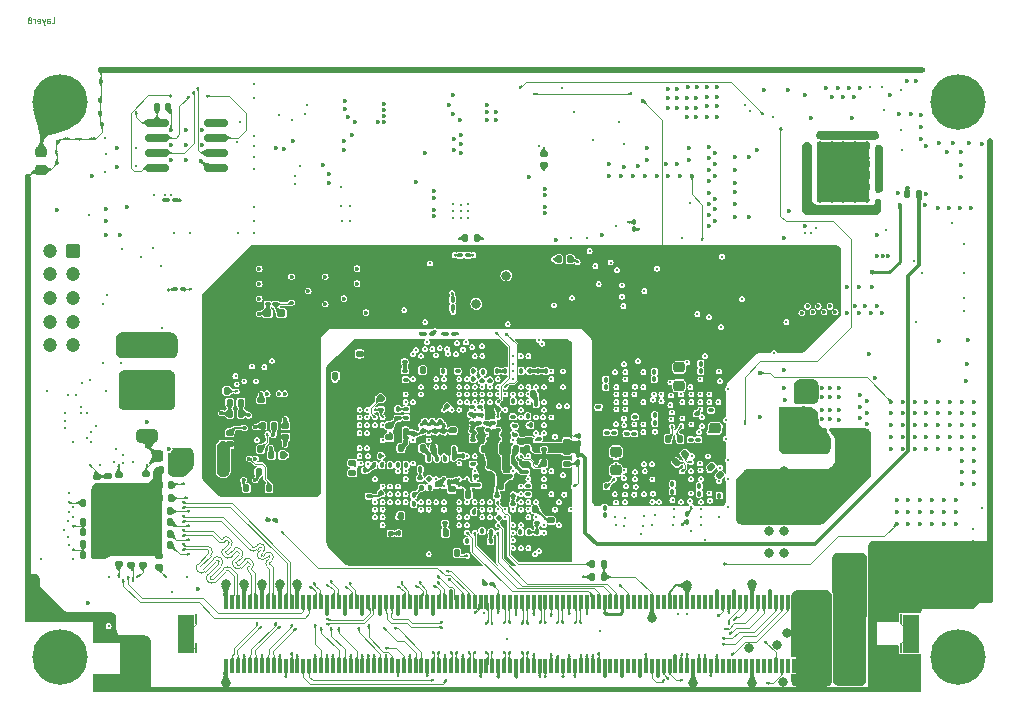
<source format=gbr>
%TF.GenerationSoftware,KiCad,Pcbnew,7.99.0-3539-g7abe2e3ea0*%
%TF.CreationDate,2023-11-26T19:50:54+01:00*%
%TF.ProjectId,SBC,5342432e-6b69-4636-9164-5f7063625858,rev?*%
%TF.SameCoordinates,Original*%
%TF.FileFunction,Copper,L8,Bot*%
%TF.FilePolarity,Positive*%
%FSLAX46Y46*%
G04 Gerber Fmt 4.6, Leading zero omitted, Abs format (unit mm)*
G04 Created by KiCad (PCBNEW 7.99.0-3539-g7abe2e3ea0) date 2023-11-26 19:50:54*
%MOMM*%
%LPD*%
G01*
G04 APERTURE LIST*
G04 Aperture macros list*
%AMRoundRect*
0 Rectangle with rounded corners*
0 $1 Rounding radius*
0 $2 $3 $4 $5 $6 $7 $8 $9 X,Y pos of 4 corners*
0 Add a 4 corners polygon primitive as box body*
4,1,4,$2,$3,$4,$5,$6,$7,$8,$9,$2,$3,0*
0 Add four circle primitives for the rounded corners*
1,1,$1+$1,$2,$3*
1,1,$1+$1,$4,$5*
1,1,$1+$1,$6,$7*
1,1,$1+$1,$8,$9*
0 Add four rect primitives between the rounded corners*
20,1,$1+$1,$2,$3,$4,$5,0*
20,1,$1+$1,$4,$5,$6,$7,0*
20,1,$1+$1,$6,$7,$8,$9,0*
20,1,$1+$1,$8,$9,$2,$3,0*%
G04 Aperture macros list end*
%ADD10C,0.100000*%
%TA.AperFunction,NonConductor*%
%ADD11C,0.100000*%
%TD*%
%TA.AperFunction,ComponentPad*%
%ADD12RoundRect,0.250000X-0.350000X0.350000X-0.350000X-0.350000X0.350000X-0.350000X0.350000X0.350000X0*%
%TD*%
%TA.AperFunction,ComponentPad*%
%ADD13C,1.200000*%
%TD*%
%TA.AperFunction,ComponentPad*%
%ADD14C,0.300000*%
%TD*%
%TA.AperFunction,ComponentPad*%
%ADD15C,3.100000*%
%TD*%
%TA.AperFunction,ConnectorPad*%
%ADD16C,4.700000*%
%TD*%
%TA.AperFunction,ComponentPad*%
%ADD17C,0.500000*%
%TD*%
%TA.AperFunction,SMDPad,CuDef*%
%ADD18R,4.500000X5.200000*%
%TD*%
%TA.AperFunction,SMDPad,CuDef*%
%ADD19RoundRect,0.140000X-0.170000X0.140000X-0.170000X-0.140000X0.170000X-0.140000X0.170000X0.140000X0*%
%TD*%
%TA.AperFunction,SMDPad,CuDef*%
%ADD20RoundRect,0.100000X0.130000X0.100000X-0.130000X0.100000X-0.130000X-0.100000X0.130000X-0.100000X0*%
%TD*%
%TA.AperFunction,SMDPad,CuDef*%
%ADD21RoundRect,0.135000X-0.185000X0.135000X-0.185000X-0.135000X0.185000X-0.135000X0.185000X0.135000X0*%
%TD*%
%TA.AperFunction,SMDPad,CuDef*%
%ADD22RoundRect,0.140000X0.140000X0.170000X-0.140000X0.170000X-0.140000X-0.170000X0.140000X-0.170000X0*%
%TD*%
%TA.AperFunction,SMDPad,CuDef*%
%ADD23RoundRect,0.100000X-0.100000X0.130000X-0.100000X-0.130000X0.100000X-0.130000X0.100000X0.130000X0*%
%TD*%
%TA.AperFunction,SMDPad,CuDef*%
%ADD24RoundRect,0.135000X-0.135000X-0.185000X0.135000X-0.185000X0.135000X0.185000X-0.135000X0.185000X0*%
%TD*%
%TA.AperFunction,SMDPad,CuDef*%
%ADD25RoundRect,0.100000X-0.130000X-0.100000X0.130000X-0.100000X0.130000X0.100000X-0.130000X0.100000X0*%
%TD*%
%TA.AperFunction,SMDPad,CuDef*%
%ADD26RoundRect,0.100000X0.100000X-0.130000X0.100000X0.130000X-0.100000X0.130000X-0.100000X-0.130000X0*%
%TD*%
%TA.AperFunction,SMDPad,CuDef*%
%ADD27RoundRect,0.135000X0.135000X0.185000X-0.135000X0.185000X-0.135000X-0.185000X0.135000X-0.185000X0*%
%TD*%
%TA.AperFunction,SMDPad,CuDef*%
%ADD28RoundRect,0.140000X-0.140000X-0.170000X0.140000X-0.170000X0.140000X0.170000X-0.140000X0.170000X0*%
%TD*%
%TA.AperFunction,SMDPad,CuDef*%
%ADD29R,1.400000X3.300000*%
%TD*%
%TA.AperFunction,SMDPad,CuDef*%
%ADD30R,0.250000X0.850000*%
%TD*%
%TA.AperFunction,SMDPad,CuDef*%
%ADD31R,0.450000X1.200000*%
%TD*%
%TA.AperFunction,SMDPad,CuDef*%
%ADD32R,0.300000X1.200000*%
%TD*%
%TA.AperFunction,SMDPad,CuDef*%
%ADD33RoundRect,0.135000X0.185000X-0.135000X0.185000X0.135000X-0.185000X0.135000X-0.185000X-0.135000X0*%
%TD*%
%TA.AperFunction,SMDPad,CuDef*%
%ADD34RoundRect,0.140000X0.170000X-0.140000X0.170000X0.140000X-0.170000X0.140000X-0.170000X-0.140000X0*%
%TD*%
%TA.AperFunction,SMDPad,CuDef*%
%ADD35RoundRect,0.225000X-0.250000X0.225000X-0.250000X-0.225000X0.250000X-0.225000X0.250000X0.225000X0*%
%TD*%
%TA.AperFunction,SMDPad,CuDef*%
%ADD36RoundRect,0.160000X-0.197500X-0.160000X0.197500X-0.160000X0.197500X0.160000X-0.197500X0.160000X0*%
%TD*%
%TA.AperFunction,SMDPad,CuDef*%
%ADD37RoundRect,0.150000X0.825000X0.150000X-0.825000X0.150000X-0.825000X-0.150000X0.825000X-0.150000X0*%
%TD*%
%TA.AperFunction,SMDPad,CuDef*%
%ADD38RoundRect,0.250000X0.650000X-0.325000X0.650000X0.325000X-0.650000X0.325000X-0.650000X-0.325000X0*%
%TD*%
%TA.AperFunction,SMDPad,CuDef*%
%ADD39RoundRect,0.100000X-0.021213X-0.162635X0.162635X0.021213X0.021213X0.162635X-0.162635X-0.021213X0*%
%TD*%
%TA.AperFunction,SMDPad,CuDef*%
%ADD40RoundRect,0.250000X-1.000000X-0.650000X1.000000X-0.650000X1.000000X0.650000X-1.000000X0.650000X0*%
%TD*%
%TA.AperFunction,SMDPad,CuDef*%
%ADD41RoundRect,0.250000X-0.650000X0.325000X-0.650000X-0.325000X0.650000X-0.325000X0.650000X0.325000X0*%
%TD*%
%TA.AperFunction,SMDPad,CuDef*%
%ADD42RoundRect,0.135000X0.226274X0.035355X0.035355X0.226274X-0.226274X-0.035355X-0.035355X-0.226274X0*%
%TD*%
%TA.AperFunction,SMDPad,CuDef*%
%ADD43RoundRect,0.225000X0.250000X-0.225000X0.250000X0.225000X-0.250000X0.225000X-0.250000X-0.225000X0*%
%TD*%
%TA.AperFunction,SMDPad,CuDef*%
%ADD44RoundRect,0.100000X-0.162635X0.021213X0.021213X-0.162635X0.162635X-0.021213X-0.021213X0.162635X0*%
%TD*%
%TA.AperFunction,SMDPad,CuDef*%
%ADD45RoundRect,0.135000X0.035355X-0.226274X0.226274X-0.035355X-0.035355X0.226274X-0.226274X0.035355X0*%
%TD*%
%TA.AperFunction,SMDPad,CuDef*%
%ADD46RoundRect,0.100000X0.162635X-0.021213X-0.021213X0.162635X-0.162635X0.021213X0.021213X-0.162635X0*%
%TD*%
%TA.AperFunction,SMDPad,CuDef*%
%ADD47RoundRect,0.218750X-0.218750X-0.256250X0.218750X-0.256250X0.218750X0.256250X-0.218750X0.256250X0*%
%TD*%
%TA.AperFunction,SMDPad,CuDef*%
%ADD48RoundRect,0.147500X0.172500X-0.147500X0.172500X0.147500X-0.172500X0.147500X-0.172500X-0.147500X0*%
%TD*%
%TA.AperFunction,ViaPad*%
%ADD49C,0.800000*%
%TD*%
%TA.AperFunction,ViaPad*%
%ADD50C,0.300000*%
%TD*%
%TA.AperFunction,ViaPad*%
%ADD51C,0.360000*%
%TD*%
%TA.AperFunction,Conductor*%
%ADD52C,0.110000*%
%TD*%
%TA.AperFunction,Conductor*%
%ADD53C,0.300000*%
%TD*%
%TA.AperFunction,Conductor*%
%ADD54C,0.200000*%
%TD*%
%TA.AperFunction,Conductor*%
%ADD55C,0.350000*%
%TD*%
%TA.AperFunction,Conductor*%
%ADD56C,0.250000*%
%TD*%
%TA.AperFunction,Conductor*%
%ADD57C,0.100000*%
%TD*%
G04 APERTURE END LIST*
D10*
D11*
X60854549Y-74851623D02*
X61092644Y-74851623D01*
X61092644Y-74851623D02*
X61092644Y-74351623D01*
X60473596Y-74851623D02*
X60473596Y-74589718D01*
X60473596Y-74589718D02*
X60497406Y-74542099D01*
X60497406Y-74542099D02*
X60545025Y-74518290D01*
X60545025Y-74518290D02*
X60640263Y-74518290D01*
X60640263Y-74518290D02*
X60687882Y-74542099D01*
X60473596Y-74827814D02*
X60521215Y-74851623D01*
X60521215Y-74851623D02*
X60640263Y-74851623D01*
X60640263Y-74851623D02*
X60687882Y-74827814D01*
X60687882Y-74827814D02*
X60711691Y-74780194D01*
X60711691Y-74780194D02*
X60711691Y-74732575D01*
X60711691Y-74732575D02*
X60687882Y-74684956D01*
X60687882Y-74684956D02*
X60640263Y-74661147D01*
X60640263Y-74661147D02*
X60521215Y-74661147D01*
X60521215Y-74661147D02*
X60473596Y-74637337D01*
X60283120Y-74518290D02*
X60164072Y-74851623D01*
X60045025Y-74518290D02*
X60164072Y-74851623D01*
X60164072Y-74851623D02*
X60211691Y-74970671D01*
X60211691Y-74970671D02*
X60235501Y-74994480D01*
X60235501Y-74994480D02*
X60283120Y-75018290D01*
X59664073Y-74827814D02*
X59711692Y-74851623D01*
X59711692Y-74851623D02*
X59806930Y-74851623D01*
X59806930Y-74851623D02*
X59854549Y-74827814D01*
X59854549Y-74827814D02*
X59878358Y-74780194D01*
X59878358Y-74780194D02*
X59878358Y-74589718D01*
X59878358Y-74589718D02*
X59854549Y-74542099D01*
X59854549Y-74542099D02*
X59806930Y-74518290D01*
X59806930Y-74518290D02*
X59711692Y-74518290D01*
X59711692Y-74518290D02*
X59664073Y-74542099D01*
X59664073Y-74542099D02*
X59640263Y-74589718D01*
X59640263Y-74589718D02*
X59640263Y-74637337D01*
X59640263Y-74637337D02*
X59878358Y-74684956D01*
X59425978Y-74851623D02*
X59425978Y-74518290D01*
X59425978Y-74613528D02*
X59402168Y-74565909D01*
X59402168Y-74565909D02*
X59378359Y-74542099D01*
X59378359Y-74542099D02*
X59330740Y-74518290D01*
X59330740Y-74518290D02*
X59283121Y-74518290D01*
X59045025Y-74565909D02*
X59092644Y-74542099D01*
X59092644Y-74542099D02*
X59116454Y-74518290D01*
X59116454Y-74518290D02*
X59140263Y-74470671D01*
X59140263Y-74470671D02*
X59140263Y-74446861D01*
X59140263Y-74446861D02*
X59116454Y-74399242D01*
X59116454Y-74399242D02*
X59092644Y-74375433D01*
X59092644Y-74375433D02*
X59045025Y-74351623D01*
X59045025Y-74351623D02*
X58949787Y-74351623D01*
X58949787Y-74351623D02*
X58902168Y-74375433D01*
X58902168Y-74375433D02*
X58878359Y-74399242D01*
X58878359Y-74399242D02*
X58854549Y-74446861D01*
X58854549Y-74446861D02*
X58854549Y-74470671D01*
X58854549Y-74470671D02*
X58878359Y-74518290D01*
X58878359Y-74518290D02*
X58902168Y-74542099D01*
X58902168Y-74542099D02*
X58949787Y-74565909D01*
X58949787Y-74565909D02*
X59045025Y-74565909D01*
X59045025Y-74565909D02*
X59092644Y-74589718D01*
X59092644Y-74589718D02*
X59116454Y-74613528D01*
X59116454Y-74613528D02*
X59140263Y-74661147D01*
X59140263Y-74661147D02*
X59140263Y-74756385D01*
X59140263Y-74756385D02*
X59116454Y-74804004D01*
X59116454Y-74804004D02*
X59092644Y-74827814D01*
X59092644Y-74827814D02*
X59045025Y-74851623D01*
X59045025Y-74851623D02*
X58949787Y-74851623D01*
X58949787Y-74851623D02*
X58902168Y-74827814D01*
X58902168Y-74827814D02*
X58878359Y-74804004D01*
X58878359Y-74804004D02*
X58854549Y-74756385D01*
X58854549Y-74756385D02*
X58854549Y-74661147D01*
X58854549Y-74661147D02*
X58878359Y-74613528D01*
X58878359Y-74613528D02*
X58902168Y-74589718D01*
X58902168Y-74589718D02*
X58949787Y-74565909D01*
D12*
%TO.P,J2,1,Pin_1*%
%TO.N,Net-(J2-Pin_1)*%
X62677481Y-94118014D03*
D13*
%TO.P,J2,2,Pin_2*%
%TO.N,JTAG_TMS*%
X60677481Y-94118014D03*
%TO.P,J2,3,Pin_3*%
%TO.N,GND*%
X62677481Y-96118014D03*
%TO.P,J2,4,Pin_4*%
%TO.N,JTAG_TCK*%
X60677481Y-96118014D03*
%TO.P,J2,5,Pin_5*%
%TO.N,GND*%
X62677481Y-98118014D03*
%TO.P,J2,6,Pin_6*%
%TO.N,JTAG_TDO*%
X60677481Y-98118014D03*
%TO.P,J2,7,Pin_7*%
%TO.N,Net-(J2-Pin_7)*%
X62677481Y-100118014D03*
%TO.P,J2,8,Pin_8*%
%TO.N,JTAG_TDI*%
X60677481Y-100118014D03*
%TO.P,J2,9,Pin_9*%
%TO.N,Net-(J2-Pin_9)*%
X62677481Y-102118014D03*
%TO.P,J2,10,Pin_10*%
%TO.N,Net-(D7-K)*%
X60677481Y-102118014D03*
%TD*%
D14*
%TO.P,U6,8,GND*%
%TO.N,GND*%
X68720000Y-105630400D03*
X69220000Y-105630400D03*
X69720000Y-105630400D03*
X68720000Y-104630400D03*
X69220000Y-104630400D03*
X69720000Y-104630400D03*
%TD*%
D15*
%TO.P,H3,1,1*%
%TO.N,Net-(C263-Pad1)*%
X61565481Y-81545014D03*
D16*
X61565481Y-81545014D03*
%TD*%
D15*
%TO.P,H1,1,1*%
%TO.N,Net-(C261-Pad1)*%
X137565481Y-81545014D03*
D16*
X137565481Y-81545014D03*
%TD*%
D15*
%TO.P,H2,1,1*%
%TO.N,Net-(C262-Pad1)*%
X61565481Y-128545014D03*
D16*
X61565481Y-128545014D03*
%TD*%
D17*
%TO.P,U1,57,EPGND*%
%TO.N,GND*%
X125893462Y-85120028D03*
X125893462Y-86295028D03*
X125893462Y-87470028D03*
X125893462Y-88645028D03*
X125893462Y-89820028D03*
X126893462Y-85120028D03*
X126893462Y-86295028D03*
X126893462Y-87470028D03*
X126893462Y-88645028D03*
X126893462Y-89820028D03*
X127893462Y-85120028D03*
X127893462Y-86295028D03*
X127893462Y-87470028D03*
D18*
X127893462Y-87470028D03*
D17*
X127893462Y-88645028D03*
X127893462Y-89820028D03*
X128893462Y-85120028D03*
X128893462Y-86295028D03*
X128893462Y-87470028D03*
X128893462Y-88645028D03*
X128893462Y-89820028D03*
X129893462Y-85120028D03*
X129893462Y-86295028D03*
X129893462Y-87470028D03*
X129893462Y-88645028D03*
X129893462Y-89820028D03*
%TD*%
D15*
%TO.P,H4,1,1*%
%TO.N,Net-(C264-Pad1)*%
X137565481Y-128545014D03*
D16*
X137565481Y-128545014D03*
%TD*%
D19*
%TO.P,C141,1*%
%TO.N,VDD_GPU_0V9*%
X93665481Y-113869200D03*
%TO.P,C141,2*%
%TO.N,GND*%
X93665481Y-114829200D03*
%TD*%
D20*
%TO.P,C113,1*%
%TO.N,3.3V_SW_DELAYED*%
X71935481Y-97395014D03*
%TO.P,C113,2*%
%TO.N,GND*%
X71295481Y-97395014D03*
%TD*%
%TO.P,C190,1*%
%TO.N,VDD_DRAM_0V9*%
X97913495Y-112433020D03*
%TO.P,C190,2*%
%TO.N,GND*%
X97273495Y-112433020D03*
%TD*%
D21*
%TO.P,R36,1*%
%TO.N,GND*%
X86320000Y-111080400D03*
%TO.P,R36,2*%
%TO.N,Net-(U9M-USB1_RESREF)*%
X86320000Y-112100400D03*
%TD*%
D22*
%TO.P,C5,1*%
%TO.N,GND*%
X125873462Y-88557528D03*
%TO.P,C5,2*%
%TO.N,3.3V_SW*%
X124913462Y-88557528D03*
%TD*%
D23*
%TO.P,C158,1*%
%TO.N,GND*%
X110165481Y-91675014D03*
%TO.P,C158,2*%
%TO.N,VDD_VPU_0V9*%
X110165481Y-92315014D03*
%TD*%
D24*
%TO.P,R50,1*%
%TO.N,Net-(U9H-JTAG_MOD)*%
X106610000Y-121730400D03*
%TO.P,R50,2*%
%TO.N,GND*%
X107630000Y-121730400D03*
%TD*%
D25*
%TO.P,C135,1*%
%TO.N,/MPU/VDDA_0P9*%
X98201881Y-108695014D03*
%TO.P,C135,2*%
%TO.N,GND*%
X98841881Y-108695014D03*
%TD*%
D26*
%TO.P,C214,1*%
%TO.N,GND*%
X101315481Y-104943790D03*
%TO.P,C214,2*%
%TO.N,NVCC_DRAM_1V1*%
X101315481Y-104303790D03*
%TD*%
D27*
%TO.P,R61,1*%
%TO.N,SD1_CMD*%
X79260000Y-114225000D03*
%TO.P,R61,2*%
%TO.N,VDD_1V8*%
X78240000Y-114225000D03*
%TD*%
D28*
%TO.P,C257,1*%
%TO.N,VDD_1V8*%
X77445000Y-112825000D03*
%TO.P,C257,2*%
%TO.N,GND*%
X78405000Y-112825000D03*
%TD*%
D20*
%TO.P,C160,1*%
%TO.N,VDD_DRAM_0V9*%
X99911205Y-115569920D03*
%TO.P,C160,2*%
%TO.N,GND*%
X99271205Y-115569920D03*
%TD*%
D19*
%TO.P,C10,1*%
%TO.N,GND*%
X129643462Y-89627528D03*
%TO.P,C10,2*%
%TO.N,3.3V_SW*%
X129643462Y-90587528D03*
%TD*%
D26*
%TO.P,C219,1*%
%TO.N,VDD_GPU_0V9*%
X92068000Y-112619200D03*
%TO.P,C219,2*%
%TO.N,GND*%
X92068000Y-111979200D03*
%TD*%
%TO.P,C172,1*%
%TO.N,GND*%
X99921405Y-107494585D03*
%TO.P,C172,2*%
%TO.N,VDD_DRAM_0V9*%
X99921405Y-106854585D03*
%TD*%
D29*
%TO.P,J1,221*%
%TO.N,N/C*%
X133615481Y-126545014D03*
D30*
%TO.P,J1,221.1*%
X132790481Y-125320014D03*
%TO.P,J1,221.2*%
X132790481Y-127770014D03*
D29*
%TO.P,J1,222*%
X72215481Y-126545014D03*
D30*
%TO.P,J1,222.1*%
X73040481Y-125320014D03*
%TO.P,J1,222.2*%
X73040481Y-127770014D03*
D31*
%TO.P,J1,A1,GND(FIXED)*%
%TO.N,GND*%
X75590481Y-123845014D03*
D32*
%TO.P,J1,A2,GBE0_MDI3-*%
%TO.N,GBE0_MDI3_N*%
X76165481Y-123845014D03*
%TO.P,J1,A3,GBE0_MDI3+*%
%TO.N,GBE0_MDI3_P*%
X76665481Y-123845014D03*
%TO.P,J1,A4,GBE0_LINK100#*%
%TO.N,GND*%
X77165481Y-123845014D03*
%TO.P,J1,A5,GBE0_LINK1000#*%
%TO.N,GBE0_MDI2_N*%
X77665481Y-123845014D03*
%TO.P,J1,A6,GBE0_MDI2-*%
%TO.N,GBE0_MDI2_P*%
X78165481Y-123845014D03*
%TO.P,J1,A7,GBE0_MDI2+*%
%TO.N,GND*%
X78665481Y-123845014D03*
%TO.P,J1,A8,GBE0_LINK#*%
%TO.N,GBE0_MDI1_N*%
X79165481Y-123845014D03*
%TO.P,J1,A9,GBE0_MDI1-*%
%TO.N,GBE0_MDI1_P*%
X79665481Y-123845014D03*
%TO.P,J1,A10,GBE0_MDI1+*%
%TO.N,GND*%
X80165481Y-123845014D03*
%TO.P,J1,A11,GND(FIXED)*%
%TO.N,GBE0_MDI0_N*%
X80665481Y-123845014D03*
%TO.P,J1,A12,GBE0_MDI0-*%
%TO.N,GBE0_MDI0_P*%
X81165481Y-123845014D03*
%TO.P,J1,A13,GBE0_MDI0+*%
%TO.N,GND*%
X81665481Y-123845014D03*
%TO.P,J1,A14,GBE0_CTREF_(\u002A)*%
%TO.N,/IO/LED0*%
X82165481Y-123845014D03*
%TO.P,J1,A15,SUS_S3#*%
%TO.N,/IO/LED1*%
X82665481Y-123845014D03*
%TO.P,J1,A16,SATA0_TX+*%
%TO.N,DSI_D2_N*%
X83165481Y-123845014D03*
%TO.P,J1,A17,SATA0_TX-*%
%TO.N,DSI_D2_P*%
X83665481Y-123845014D03*
%TO.P,J1,A18,SUS_S4#*%
%TO.N,GND*%
X84165481Y-123845014D03*
%TO.P,J1,A19,SATA0_RX+*%
%TO.N,DSI_D0_N*%
X84665481Y-123845014D03*
%TO.P,J1,A20,SATA0_RX-*%
%TO.N,DSI_D0_P*%
X85165481Y-123845014D03*
%TO.P,J1,A21,GND(FIXED)*%
%TO.N,GND*%
X85665481Y-123845014D03*
%TO.P,J1,A22,USB_SSRX0-*%
%TO.N,DSI_D1_N*%
X86165481Y-123845014D03*
%TO.P,J1,A23,USB_SSRX0+*%
%TO.N,DSI_D1_P*%
X86665481Y-123845014D03*
%TO.P,J1,A24,SUS_S5#*%
%TO.N,GND*%
X87165481Y-123845014D03*
%TO.P,J1,A25,USB_SSRX1-_(\u002A)*%
%TO.N,DSI_D3_N*%
X87665481Y-123845014D03*
%TO.P,J1,A26,USB_SSRX1+_(\u002A)*%
%TO.N,DSI_D3_P*%
X88165481Y-123845014D03*
%TO.P,J1,A27,BATLOW#*%
%TO.N,GND*%
X88665481Y-123845014D03*
%TO.P,J1,A28,(S)ATA_ACT#*%
%TO.N,DSI_CLK_N*%
X89165481Y-123845014D03*
%TO.P,J1,A29,AC/HDA_SYNC_(\u002A\u002A)*%
%TO.N,DSI_CLK_P*%
X89665481Y-123845014D03*
%TO.P,J1,A30,AC/HDA_RST#_*%
%TO.N,GND*%
X90165481Y-123845014D03*
%TO.P,J1,A31,GND(FIXED)*%
%TO.N,USB1_DP*%
X90665481Y-123845014D03*
%TO.P,J1,A32,AC/HDA_BITCLK_(\u002A\u002A)*%
%TO.N,USB1_DN*%
X91165481Y-123845014D03*
%TO.P,J1,A33,AC/HDA_SDOUT_(\u002A\u002A)*%
%TO.N,GND*%
X91665481Y-123845014D03*
%TO.P,J1,A34,BIOS_DIS0#*%
%TO.N,USB1_TX_P*%
X92165481Y-123845014D03*
%TO.P,J1,A35,THRMTRIP#*%
%TO.N,USB1_TX_N*%
X92665481Y-123845014D03*
%TO.P,J1,A36,USB6-*%
%TO.N,GND*%
X93165481Y-123845014D03*
%TO.P,J1,A37,USB6+*%
%TO.N,USB1_RX_P*%
X93665481Y-123845014D03*
%TO.P,J1,A38,USB1_VBUS*%
%TO.N,USB1_RX_N*%
X94165481Y-123845014D03*
%TO.P,J1,A39,USB1_RX_N*%
%TO.N,GND*%
X94665481Y-123845014D03*
%TO.P,J1,A40,USB1_RX_P*%
%TO.N,USB1_OC*%
X95165481Y-123845014D03*
%TO.P,J1,A41,GND(FIXED)*%
%TO.N,USB1_VBUS*%
X95665481Y-123845014D03*
%TO.P,J1,A42,USB1_TX_N*%
%TO.N,USB1_ID1*%
X96165481Y-123845014D03*
%TO.P,J1,A43,USB1_TX_P*%
%TO.N,USB1_PWR_EN*%
X96665481Y-123845014D03*
%TO.P,J1,A44,GND(FIXED)*%
%TO.N,GND*%
X97165481Y-123845014D03*
%TO.P,J1,A45,USB1_DN*%
%TO.N,HDMI_TX3_N*%
X97665481Y-123845014D03*
%TO.P,J1,A46,USB1_DP*%
%TO.N,HDMI_TX3_P*%
X98165481Y-123845014D03*
%TO.P,J1,A47,VCC_RTC*%
%TO.N,GND*%
X98665481Y-123845014D03*
%TO.P,J1,A48,EXCD0_PERST#*%
%TO.N,HDMI_TX2_P*%
X99165481Y-123845014D03*
%TO.P,J1,A49,EXCD0_CPPE#*%
%TO.N,HDMI_TX2_N*%
X99665481Y-123845014D03*
%TO.P,J1,A50,LPC_SERIRQ_(\u002A\u002A)*%
%TO.N,GND*%
X100165481Y-123845014D03*
%TO.P,J1,A51,GND(FIXED)*%
%TO.N,HDMI_REFCLK_N*%
X100665481Y-123845014D03*
%TO.P,J1,A52,RSVD*%
%TO.N,HDMI_REFCLK_P*%
X101165481Y-123845014D03*
%TO.P,J1,A53,RSVD*%
%TO.N,GND*%
X101665481Y-123845014D03*
%TO.P,J1,A54,GPI0*%
%TO.N,HDMI_TX0_P*%
X102165481Y-123845014D03*
%TO.P,J1,A55,RSVD*%
%TO.N,HDMI_TX0_N*%
X102665481Y-123845014D03*
%TO.P,J1,A56,RSVD*%
%TO.N,GND*%
X103165481Y-123845014D03*
%TO.P,J1,A57,GND*%
%TO.N,HDMI_TX1_N*%
X103665481Y-123845014D03*
%TO.P,J1,A58,PCIE_TX3+*%
%TO.N,HDMI_TX1_P*%
X104165481Y-123845014D03*
%TO.P,J1,A59,PCIE_TX3-*%
%TO.N,GND*%
X104665481Y-123845014D03*
%TO.P,J1,A60,GND(FIXED)*%
%TO.N,HDMI_AUX_P*%
X105165481Y-123845014D03*
%TO.P,J1,A61,PCIE_TX2+*%
%TO.N,HDMI_AUX_N*%
X105665481Y-123845014D03*
%TO.P,J1,A62,PCIE_TX2-*%
%TO.N,GND*%
X106165481Y-123845014D03*
%TO.P,J1,A63,GPI1*%
%TO.N,HDMI_SDA*%
X106665481Y-123845014D03*
%TO.P,J1,A64,PCIE_TX1+*%
%TO.N,HDMI_SCL*%
X107165481Y-123845014D03*
%TO.P,J1,A65,PCIE_TX1-*%
%TO.N,GND*%
X107665481Y-123845014D03*
%TO.P,J1,A66,GND*%
%TO.N,HDMI_HDP*%
X108165481Y-123845014D03*
%TO.P,J1,A67,GPI2*%
%TO.N,HDMI_CEC*%
X108665481Y-123845014D03*
%TO.P,J1,A68,PCIE_TX0+*%
%TO.N,GND*%
X109165481Y-123845014D03*
%TO.P,J1,A69,PCIE_TX0-*%
%TO.N,BOOT_SEL*%
X109665481Y-123845014D03*
%TO.P,J1,A70,GND(FIXED)*%
%TO.N,unconnected-(J1-GND(FIXED)-PadA70)*%
X110165481Y-123845014D03*
%TO.P,J1,A71,eDP_TX2+/LVDS_A0+*%
%TO.N,unconnected-(J1-eDP_TX2+{slash}LVDS_A0+-PadA71)*%
X110665481Y-123845014D03*
%TO.P,J1,A72,eDP_TX2-/LVDS_A0-*%
%TO.N,unconnected-(J1-eDP_TX2-{slash}LVDS_A0--PadA72)*%
X111165481Y-123845014D03*
%TO.P,J1,A73,eDP_TX1+/LVDS_A1+*%
%TO.N,GND*%
X111665481Y-123845014D03*
%TO.P,J1,A74,eDP_TX1-/LVDS_A1-*%
%TO.N,unconnected-(J1-eDP_TX1-{slash}LVDS_A1--PadA74)*%
X112165481Y-123845014D03*
%TO.P,J1,A75,eDP_TX0+/LVDS_A2+*%
%TO.N,unconnected-(J1-eDP_TX0+{slash}LVDS_A2+-PadA75)*%
X112665481Y-123845014D03*
%TO.P,J1,A76,eDP_TX0-/LVDS_A2-*%
%TO.N,GND*%
X113165481Y-123845014D03*
%TO.P,J1,A77,eDP/LVDS_VDD_EN*%
%TO.N,unconnected-(J1-eDP{slash}LVDS_VDD_EN-PadA77)*%
X113665481Y-123845014D03*
%TO.P,J1,A78,LVDS_A3+*%
%TO.N,unconnected-(J1-LVDS_A3+-PadA78)*%
X114165481Y-123845014D03*
%TO.P,J1,A79,LVDS_A3-*%
%TO.N,GND*%
X114665481Y-123845014D03*
%TO.P,J1,A80,GND(FIXED)*%
%TO.N,unconnected-(J1-GND(FIXED)-PadA80)*%
X115165481Y-123845014D03*
%TO.P,J1,A81,eDP_TX3+/LVDS_A_CK+*%
%TO.N,unconnected-(J1-eDP_TX3+{slash}LVDS_A_CK+-PadA81)*%
X115665481Y-123845014D03*
%TO.P,J1,A82,eDP_TX3-/LVDS_A_CK-*%
%TO.N,unconnected-(J1-eDP_TX3-{slash}LVDS_A_CK--PadA82)*%
X116165481Y-123845014D03*
%TO.P,J1,A83,eDP_AUX+/LVDS_I2C_CK*%
%TO.N,unconnected-(J1-eDP_AUX+{slash}LVDS_I2C_CK-PadA83)*%
X116665481Y-123845014D03*
%TO.P,J1,A84,eDP_AUX-/LVDS_I2C_DAT*%
%TO.N,GND*%
X117165481Y-123845014D03*
%TO.P,J1,A85,GPI3*%
%TO.N,SD2_nRST*%
X117665481Y-123845014D03*
%TO.P,J1,A86,RSVD*%
%TO.N,SD2_nCD*%
X118165481Y-123845014D03*
%TO.P,J1,A87,eDP_HPD*%
%TO.N,GND*%
X118665481Y-123845014D03*
%TO.P,J1,A88,PCIE_CLK_REF+*%
%TO.N,SD2_WP*%
X119165481Y-123845014D03*
%TO.P,J1,A89,PCIE_CLK_REF-*%
%TO.N,SD2_D3*%
X119665481Y-123845014D03*
%TO.P,J1,A90,GND(FIXED)*%
%TO.N,GND*%
X120165481Y-123845014D03*
%TO.P,J1,A91,SPI_POWER*%
%TO.N,SD2_D2*%
X120665481Y-123845014D03*
%TO.P,J1,A92,SPI_MISO_(\u002A\u002A)*%
%TO.N,SD2_D1*%
X121165481Y-123845014D03*
%TO.P,J1,A93,GPO0*%
%TO.N,GND*%
X121665481Y-123845014D03*
%TO.P,J1,A94,SPI_CLK_(\u002A\u002A)*%
%TO.N,SD2_D0*%
X122165481Y-123845014D03*
%TO.P,J1,A95,SPI_MOSI_(\u002A\u002A)*%
%TO.N,SD2_CMD*%
X122665481Y-123845014D03*
%TO.P,J1,A96,TPM_PP_(\u002A)*%
%TO.N,SD2_CLK*%
X123165481Y-123845014D03*
%TO.P,J1,A97,TYPE10#*%
%TO.N,GND*%
X123665481Y-123845014D03*
%TO.P,J1,A98,SER0_TX_(\u002A\u002A)*%
X124165481Y-123845014D03*
%TO.P,J1,A99,SER0_RX_(\u002A\u002A)*%
X124665481Y-123845014D03*
%TO.P,J1,A100,GND(FIXED)*%
X125165481Y-123845014D03*
%TO.P,J1,A101,SER1_TX_(\u002A\u002A)*%
X125665481Y-123845014D03*
%TO.P,J1,A102,SER1_RX_(\u002A\u002A)*%
X126165481Y-123845014D03*
%TO.P,J1,A103,LID#*%
X126665481Y-123845014D03*
%TO.P,J1,A104,VCC_12V*%
%TO.N,VIN*%
X127165481Y-123845014D03*
%TO.P,J1,A105,VCC_12V*%
X127665481Y-123845014D03*
%TO.P,J1,A106,VCC_12V*%
X128165481Y-123845014D03*
%TO.P,J1,A107,VCC_12V*%
X128665481Y-123845014D03*
%TO.P,J1,A108,VCC_12V*%
X129165481Y-123845014D03*
%TO.P,J1,A109,VCC_12V*%
X129665481Y-123845014D03*
D31*
%TO.P,J1,A110,GND(FIXED)*%
%TO.N,GND*%
X130240481Y-123845014D03*
%TO.P,J1,B1,GND(FIXED)*%
X75590481Y-129245014D03*
D32*
%TO.P,J1,B2,GBE0_ACT#*%
%TO.N,USB2_DP*%
X76165481Y-129245014D03*
%TO.P,J1,B3,SPI0_NCS0*%
%TO.N,USB2_DN*%
X76665481Y-129245014D03*
%TO.P,J1,B4,SPI0_IO0*%
%TO.N,GND*%
X77165481Y-129245014D03*
%TO.P,J1,B5,SPI0_IO1*%
%TO.N,USB2_TX_P*%
X77665481Y-129245014D03*
%TO.P,J1,B6,SPI0_IO2*%
%TO.N,USB2_TX_N*%
X78165481Y-129245014D03*
%TO.P,J1,B7,SPI0_IO3*%
%TO.N,GND*%
X78665481Y-129245014D03*
%TO.P,J1,B8,LPC_DRQ0#_(\u002A)*%
%TO.N,USB2_RX_P*%
X79165481Y-129245014D03*
%TO.P,J1,B9,LPC_DRQ1#_(\u002A)*%
%TO.N,USB2_RX_N*%
X79665481Y-129245014D03*
%TO.P,J1,B10,LPC_CLK*%
%TO.N,GND*%
X80165481Y-129245014D03*
%TO.P,J1,B11,GND(FIXED)*%
%TO.N,USB2_ID1*%
X80665481Y-129245014D03*
%TO.P,J1,B12,PWRBTN#*%
%TO.N,USB2_VBUS*%
X81165481Y-129245014D03*
%TO.P,J1,B13,SMB_CK*%
%TO.N,GND*%
X81665481Y-129245014D03*
%TO.P,J1,B14,SMB_DAT*%
%TO.N,USB2_PWR_EN*%
X82165481Y-129245014D03*
%TO.P,J1,B15,SMB_ALERT#*%
%TO.N,USB2_OC*%
X82665481Y-129245014D03*
%TO.P,J1,B16,SATA1_TX+*%
%TO.N,GND*%
X83165481Y-129245014D03*
%TO.P,J1,B17,SATA1_TX-*%
%TO.N,UART1_TXD*%
X83665481Y-129245014D03*
%TO.P,J1,B18,SUS_STAT#*%
%TO.N,UART1_RXD*%
X84165481Y-129245014D03*
%TO.P,J1,B19,SATA1_RX+*%
%TO.N,GND*%
X84665481Y-129245014D03*
%TO.P,J1,B20,SATA1_RX-*%
%TO.N,UART3_TXD*%
X85165481Y-129245014D03*
%TO.P,J1,B21,GND(FIXED)*%
%TO.N,UART3_RXD*%
X85665481Y-129245014D03*
%TO.P,J1,B22,USB_SSTX0-*%
%TO.N,GND*%
X86165481Y-129245014D03*
%TO.P,J1,B23,USB_SSTX0+*%
%TO.N,UART2_RXD*%
X86665481Y-129245014D03*
%TO.P,J1,B24,PWR_OK*%
%TO.N,UART2_TXD*%
X87165481Y-129245014D03*
%TO.P,J1,B25,USB_SSTX1-_(\u002A)*%
%TO.N,GND*%
X87665481Y-129245014D03*
%TO.P,J1,B26,USB_SSTX1+_(\u002A)*%
%TO.N,SPI2_SCLK*%
X88165481Y-129245014D03*
%TO.P,J1,B27,WDT*%
%TO.N,SPI2_SSO*%
X88665481Y-129245014D03*
%TO.P,J1,B28,AC/HDA_SDIN2_(\u002A)*%
%TO.N,SPI2_MOSI*%
X89165481Y-129245014D03*
%TO.P,J1,B29,AC/HDA_SDIN1_(\u002A)*%
%TO.N,SPI2_MISO*%
X89665481Y-129245014D03*
%TO.P,J1,B30,AC/HDA_SDIN0_(\u002A\u002A)*%
%TO.N,GND*%
X90165481Y-129245014D03*
%TO.P,J1,B31,GND(FIXED)*%
%TO.N,SPI1_SCLK*%
X90665481Y-129245014D03*
%TO.P,J1,B32,SPKR*%
%TO.N,SPI1_SSO*%
X91165481Y-129245014D03*
%TO.P,J1,B33,I2C_CK*%
%TO.N,SPI1_MOSI*%
X91665481Y-129245014D03*
%TO.P,J1,B34,I2C_DAT*%
%TO.N,SPI1_MISO*%
X92165481Y-129245014D03*
%TO.P,J1,B35,THRM#*%
%TO.N,GND*%
X92665481Y-129245014D03*
%TO.P,J1,B36,USB7-_(\u002A)*%
%TO.N,PCIE2_TXN*%
X93165481Y-129245014D03*
%TO.P,J1,B37,USB7+_(\u002A)*%
%TO.N,PCIE2_TXP*%
X93665481Y-129245014D03*
%TO.P,J1,B38,USB_4_5_OC#*%
%TO.N,GND*%
X94165481Y-129245014D03*
%TO.P,J1,B39,USB5-*%
%TO.N,PCIE2_RXN*%
X94665481Y-129245014D03*
%TO.P,J1,B40,USB5+*%
%TO.N,PCIE2_RXP*%
X95165481Y-129245014D03*
%TO.P,J1,B41,GND(FIXED)*%
%TO.N,GND*%
X95665481Y-129245014D03*
%TO.P,J1,B42,USB3-*%
%TO.N,PCIE2_REF_CLKN*%
X96165481Y-129245014D03*
%TO.P,J1,B43,USB3+*%
%TO.N,PCIE2_REF_CLKP*%
X96665481Y-129245014D03*
%TO.P,J1,B44,USB_0_1_OC#*%
%TO.N,GND*%
X97165481Y-129245014D03*
%TO.P,J1,B45,USB1-*%
%TO.N,PCIE1_REF_CLKN*%
X97665481Y-129245014D03*
%TO.P,J1,B46,USB1+*%
%TO.N,PCIE1_REF_CLKP*%
X98165481Y-129245014D03*
%TO.P,J1,B47,EXCD1_PERST#*%
%TO.N,GND*%
X98665481Y-129245014D03*
%TO.P,J1,B48,EXCD1_CPPE#*%
%TO.N,PCIE1_TXP*%
X99165481Y-129245014D03*
%TO.P,J1,B49,SYS_RESET#*%
%TO.N,PCIE1_TXN*%
X99665481Y-129245014D03*
%TO.P,J1,B50,CB_RESET#*%
%TO.N,GND*%
X100165481Y-129245014D03*
%TO.P,J1,B51,GND(FIXED)*%
%TO.N,PCIE1_RXP*%
X100665481Y-129245014D03*
%TO.P,J1,B52,RSVD*%
%TO.N,PCIE1_RXN*%
X101165481Y-129245014D03*
%TO.P,J1,B53,RSVD*%
%TO.N,GND*%
X101665481Y-129245014D03*
%TO.P,J1,B54,GPO1*%
%TO.N,UART4_RXD*%
X102165481Y-129245014D03*
%TO.P,J1,B55,RSVD*%
%TO.N,UART4_TXD*%
X102665481Y-129245014D03*
%TO.P,J1,B56,RSVD*%
%TO.N,GND*%
X103165481Y-129245014D03*
%TO.P,J1,B57,GPO2*%
%TO.N,I2C1_SCL*%
X103665481Y-129245014D03*
%TO.P,J1,B58,PCIE_RX3+*%
%TO.N,I2C1_SDA*%
X104165481Y-129245014D03*
%TO.P,J1,B59,PCIE_RX3-*%
%TO.N,GND*%
X104665481Y-129245014D03*
%TO.P,J1,B60,GND(FIXED)*%
%TO.N,I2C2_SDA*%
X105165481Y-129245014D03*
%TO.P,J1,B61,PCIE_RX2+*%
%TO.N,I2C2_SCL*%
X105665481Y-129245014D03*
%TO.P,J1,B62,PCIE_RX2-*%
%TO.N,GND*%
X106165481Y-129245014D03*
%TO.P,J1,B63,GPO3*%
%TO.N,I2C3_SCL*%
X106665481Y-129245014D03*
%TO.P,J1,B64,PCIE_RX1+*%
%TO.N,I2C3_SDA*%
X107165481Y-129245014D03*
%TO.P,J1,B65,PCIE_RX1-*%
%TO.N,GND*%
X107665481Y-129245014D03*
%TO.P,J1,B66,WAKE0#*%
%TO.N,unconnected-(J1-WAKE0#-PadB66)*%
X108165481Y-129245014D03*
%TO.P,J1,B67,WAKE1#_(\u002A\u002A)*%
%TO.N,unconnected-(J1-WAKE1#_(\u002A\u002A)-PadB67)*%
X108665481Y-129245014D03*
%TO.P,J1,B68,PCIE_RX0+*%
%TO.N,GND*%
X109165481Y-129245014D03*
%TO.P,J1,B69,PCIE_RX0-*%
%TO.N,unconnected-(J1-PCIE_RX0--PadB69)*%
X109665481Y-129245014D03*
%TO.P,J1,B70,GND(FIXED)*%
%TO.N,unconnected-(J1-GND(FIXED)-PadB70)*%
X110165481Y-129245014D03*
%TO.P,J1,B71,DDI0_PAIR0+*%
%TO.N,GND*%
X110665481Y-129245014D03*
%TO.P,J1,B72,DDI0_PAIR0-*%
%TO.N,GPIO10*%
X111165481Y-129245014D03*
%TO.P,J1,B73,DDI0_PAIR1+*%
%TO.N,GPIO9*%
X111665481Y-129245014D03*
%TO.P,J1,B74,DDI0_PAIR1-*%
%TO.N,GND*%
X112165481Y-129245014D03*
%TO.P,J1,B75,DDI0_PAIR2+*%
%TO.N,GPIO8*%
X112665481Y-129245014D03*
%TO.P,J1,B76,DDI0_PAIR2-*%
%TO.N,GPIO6*%
X113165481Y-129245014D03*
%TO.P,J1,B77,DDI0_PAIR4+_(\u002A)*%
%TO.N,GND*%
X113665481Y-129245014D03*
%TO.P,J1,B78,DDI0_PAIR4-_(\u002A)*%
%TO.N,GPIO5*%
X114165481Y-129245014D03*
%TO.P,J1,B79,eDP/LVDS_BKLT_EN*%
%TO.N,GPIO1*%
X114665481Y-129245014D03*
%TO.P,J1,B80,GND(FIXED)*%
%TO.N,GND*%
X115165481Y-129245014D03*
%TO.P,J1,B81,DDI0_PAIR3+*%
%TO.N,GPIO0*%
X115665481Y-129245014D03*
%TO.P,J1,B82,DDI0_PAIR3-*%
%TO.N,GPIO3*%
X116165481Y-129245014D03*
%TO.P,J1,B83,eDP/LVDS_BKLT_CTRL*%
%TO.N,GND*%
X116665481Y-129245014D03*
%TO.P,J1,B84,VCC_5V_SBY*%
%TO.N,GPIO4*%
X117165481Y-129245014D03*
%TO.P,J1,B85,VCC_5V_SBY*%
%TO.N,unconnected-(J1-VCC_5V_SBY-PadB85)*%
X117665481Y-129245014D03*
%TO.P,J1,B86,VCC_5V_SBY*%
%TO.N,unconnected-(J1-VCC_5V_SBY-PadB86)*%
X118165481Y-129245014D03*
%TO.P,J1,B87,VCC_5V_SBY*%
%TO.N,unconnected-(J1-VCC_5V_SBY-PadB87)*%
X118665481Y-129245014D03*
%TO.P,J1,B88,BIOS_DIS1#*%
%TO.N,unconnected-(J1-BIOS_DIS1#-PadB88)*%
X119165481Y-129245014D03*
%TO.P,J1,B89,DD0_HPD*%
%TO.N,unconnected-(J1-DD0_HPD-PadB89)*%
X119665481Y-129245014D03*
%TO.P,J1,B90,GND(FIXED)*%
%TO.N,GND*%
X120165481Y-129245014D03*
%TO.P,J1,B91,DDI0_PAIR5+_(\u002A)*%
%TO.N,unconnected-(J1-DDI0_PAIR5+_(\u002A)-PadB91)*%
X120665481Y-129245014D03*
%TO.P,J1,B92,DDI0_PAIR5-_(\u002A)*%
%TO.N,unconnected-(J1-DDI0_PAIR5-_(\u002A)-PadB92)*%
X121165481Y-129245014D03*
%TO.P,J1,B93,DDI0_PAIR6+_(\u002A)*%
%TO.N,unconnected-(J1-DDI0_PAIR6+_(\u002A)-PadB93)*%
X121665481Y-129245014D03*
%TO.P,J1,B94,DDI0_PAIR6-_(\u002A)*%
%TO.N,VBAT*%
X122165481Y-129245014D03*
%TO.P,J1,B95,DDI0_DDC_AUX_SEL*%
%TO.N,SYS_NRST*%
X122665481Y-129245014D03*
%TO.P,J1,B96,RSVD*%
%TO.N,SYS_NRST_OUT*%
X123165481Y-129245014D03*
%TO.P,J1,B97,SPI_CS#_(\u002A\u002A)*%
%TO.N,unconnected-(J1-SPI_CS#_(\u002A\u002A)-PadB97)*%
X123665481Y-129245014D03*
%TO.P,J1,B98,DDI0_CTRLCLK_AUX+*%
%TO.N,GND*%
X124165481Y-129245014D03*
%TO.P,J1,B99,DDI0_CTRLDATA_AUX-*%
X124665481Y-129245014D03*
%TO.P,J1,B100,GND(FIXED)*%
X125165481Y-129245014D03*
%TO.P,J1,B101,FAN_PWMOUT*%
X125665481Y-129245014D03*
%TO.P,J1,B102,FAN_TACHIN*%
X126165481Y-129245014D03*
%TO.P,J1,B103,SLEEP#*%
X126665481Y-129245014D03*
%TO.P,J1,B104,VCC_12V*%
%TO.N,VIN*%
X127165481Y-129245014D03*
%TO.P,J1,B105,VCC_12V*%
X127665481Y-129245014D03*
%TO.P,J1,B106,VCC_12V*%
X128165481Y-129245014D03*
%TO.P,J1,B107,VCC_12V*%
X128665481Y-129245014D03*
%TO.P,J1,B108,VCC_12V*%
X129165481Y-129245014D03*
%TO.P,J1,B109,VCC_12V*%
X129665481Y-129245014D03*
D31*
%TO.P,J1,B110,GND(FIXED)*%
%TO.N,GND*%
X130240481Y-129245014D03*
%TD*%
D26*
%TO.P,C182,1*%
%TO.N,NVCC_DRAM_1V1*%
X101167910Y-108138475D03*
%TO.P,C182,2*%
%TO.N,GND*%
X101167910Y-107498475D03*
%TD*%
D20*
%TO.P,C196,1*%
%TO.N,VDD_SNVS_0V9*%
X96479681Y-107376614D03*
%TO.P,C196,2*%
%TO.N,GND*%
X95839681Y-107376614D03*
%TD*%
D21*
%TO.P,R37,1*%
%TO.N,Net-(U9K-PCIE2_RESREF)*%
X86920000Y-102845400D03*
%TO.P,R37,2*%
%TO.N,GND*%
X86920000Y-103865400D03*
%TD*%
D22*
%TO.P,C281,1*%
%TO.N,/IO/ENET_2.5V_A*%
X70900000Y-116180400D03*
%TO.P,C281,2*%
%TO.N,GND*%
X69940000Y-116180400D03*
%TD*%
D23*
%TO.P,C189,1*%
%TO.N,VDD_GPU_0V9*%
X92865481Y-114175014D03*
%TO.P,C189,2*%
%TO.N,GND*%
X92865481Y-114815014D03*
%TD*%
D25*
%TO.P,C185,1*%
%TO.N,GND*%
X95855921Y-110113683D03*
%TO.P,C185,2*%
%TO.N,VDD_SOC_0V9*%
X96495921Y-110113683D03*
%TD*%
D20*
%TO.P,C104,1*%
%TO.N,GND*%
X91535481Y-107545014D03*
%TO.P,C104,2*%
%TO.N,VDD_PHY_0V9*%
X90895481Y-107545014D03*
%TD*%
D23*
%TO.P,C91,1*%
%TO.N,VDD_PHY_0V9*%
X98015481Y-118725014D03*
%TO.P,C91,2*%
%TO.N,GND*%
X98015481Y-119365014D03*
%TD*%
D20*
%TO.P,C200,1*%
%TO.N,VDD_GPU_0V9*%
X93015481Y-101135014D03*
%TO.P,C200,2*%
%TO.N,GND*%
X92375481Y-101135014D03*
%TD*%
D25*
%TO.P,C249,1,1*%
%TO.N,3.3V_SW_DELAYED*%
X79145481Y-98645014D03*
%TO.P,C249,2,2*%
%TO.N,GND*%
X79785481Y-98645014D03*
%TD*%
D20*
%TO.P,C161,1*%
%TO.N,GND*%
X100695430Y-108982430D03*
%TO.P,C161,2*%
%TO.N,VDD_DRAM_0V9*%
X100055430Y-108982430D03*
%TD*%
D33*
%TO.P,R80,1,1*%
%TO.N,Net-(U15-REFCLK_SEL_0)*%
X68547981Y-120715414D03*
%TO.P,R80,2,2*%
%TO.N,GND*%
X68547981Y-119695414D03*
%TD*%
D26*
%TO.P,C228,1*%
%TO.N,DRAMREF*%
X105480400Y-110406800D03*
%TO.P,C228,2*%
%TO.N,GND*%
X105480400Y-109766800D03*
%TD*%
D24*
%TO.P,R59,1*%
%TO.N,DRAM_VREF*%
X133288462Y-89325028D03*
%TO.P,R59,2*%
%TO.N,DRAMREF*%
X134308462Y-89325028D03*
%TD*%
D28*
%TO.P,C187,1*%
%TO.N,VDD_ARM_0V9*%
X84885481Y-104695014D03*
%TO.P,C187,2*%
%TO.N,GND*%
X85845481Y-104695014D03*
%TD*%
D34*
%TO.P,C12,1*%
%TO.N,GND*%
X129793462Y-85350028D03*
%TO.P,C12,2*%
%TO.N,3.3V_SW*%
X129793462Y-84390028D03*
%TD*%
D25*
%TO.P,C89,1*%
%TO.N,GND*%
X90175481Y-105045014D03*
%TO.P,C89,2*%
%TO.N,VDD_PHY_0V9*%
X90815481Y-105045014D03*
%TD*%
D26*
%TO.P,C157,1*%
%TO.N,VDD_VPU_0V9*%
X94515481Y-113665014D03*
%TO.P,C157,2*%
%TO.N,GND*%
X94515481Y-113025014D03*
%TD*%
D25*
%TO.P,C183,1*%
%TO.N,GND*%
X101285425Y-117212665D03*
%TO.P,C183,2*%
%TO.N,NVCC_DRAM_1V1*%
X101925425Y-117212665D03*
%TD*%
D28*
%TO.P,C268,1*%
%TO.N,NVCC_ENET_2V5*%
X63515000Y-115455400D03*
%TO.P,C268,2*%
%TO.N,GND*%
X64475000Y-115455400D03*
%TD*%
D20*
%TO.P,C153,1*%
%TO.N,GND*%
X101826365Y-114026235D03*
%TO.P,C153,2*%
%TO.N,NVCC_DRAM_1V1*%
X101186365Y-114026235D03*
%TD*%
D35*
%TO.P,C229,1*%
%TO.N,NVCC_DRAM_1V1*%
X108637513Y-111151881D03*
%TO.P,C229,2*%
%TO.N,GND*%
X108637513Y-112701881D03*
%TD*%
D25*
%TO.P,C98,1*%
%TO.N,GND*%
X89495481Y-108295014D03*
%TO.P,C98,2*%
%TO.N,VDD_PHY_0V9*%
X90135481Y-108295014D03*
%TD*%
D26*
%TO.P,C223,1*%
%TO.N,GND*%
X100615481Y-104943790D03*
%TO.P,C223,2*%
%TO.N,NVCC_DRAM_1V1*%
X100615481Y-104303790D03*
%TD*%
%TO.P,C176,1*%
%TO.N,GND*%
X94191800Y-112362632D03*
%TO.P,C176,2*%
%TO.N,VDD_SOC_0V9*%
X94191800Y-111722632D03*
%TD*%
%TO.P,C240,1*%
%TO.N,GND*%
X111883000Y-105024200D03*
%TO.P,C240,2*%
%TO.N,NVCC_DRAM_1V1*%
X111883000Y-104384200D03*
%TD*%
D23*
%TO.P,C238,1*%
%TO.N,GND*%
X114620000Y-116410400D03*
%TO.P,C238,2*%
%TO.N,NVCC_DRAM_1V1*%
X114620000Y-117050400D03*
%TD*%
D26*
%TO.P,C207,1*%
%TO.N,GND*%
X94903000Y-112265014D03*
%TO.P,C207,2*%
%TO.N,VDD_SOC_0V9*%
X94903000Y-111625014D03*
%TD*%
D23*
%TO.P,C165,1*%
%TO.N,VDD_PHY_1V8*%
X96015481Y-118700014D03*
%TO.P,C165,2*%
%TO.N,GND*%
X96015481Y-119340014D03*
%TD*%
D26*
%TO.P,C136,1*%
%TO.N,VDD_PHY_3V3*%
X90865481Y-112265014D03*
%TO.P,C136,2*%
%TO.N,GND*%
X90865481Y-111625014D03*
%TD*%
D21*
%TO.P,R57,1*%
%TO.N,DRAMREF*%
X104464400Y-111151600D03*
%TO.P,R57,2*%
%TO.N,NVCC_DRAM_1V1*%
X104464400Y-112171600D03*
%TD*%
D27*
%TO.P,R62,1*%
%TO.N,SD1_nRST*%
X78520000Y-110892900D03*
%TO.P,R62,2*%
%TO.N,VDD_1V8*%
X77500000Y-110892900D03*
%TD*%
D20*
%TO.P,C194,1*%
%TO.N,VDD_SOC_0V9*%
X96489301Y-112193369D03*
%TO.P,C194,2*%
%TO.N,GND*%
X95849301Y-112193369D03*
%TD*%
%TO.P,C71,1,1*%
%TO.N,GND*%
X98156081Y-122311814D03*
%TO.P,C71,2,2*%
%TO.N,NVCC_ENET_2V5*%
X97516081Y-122311814D03*
%TD*%
D34*
%TO.P,C177,1*%
%TO.N,VDD_ARM_0V9*%
X94812400Y-109327600D03*
%TO.P,C177,2*%
%TO.N,GND*%
X94812400Y-108367600D03*
%TD*%
D22*
%TO.P,C133,1*%
%TO.N,GND*%
X102547705Y-106274790D03*
%TO.P,C133,2*%
%TO.N,NVCC_DRAM_1V1*%
X101587705Y-106274790D03*
%TD*%
D20*
%TO.P,C171,1*%
%TO.N,VDD_DRAM_0V9*%
X99955481Y-114865014D03*
%TO.P,C171,2*%
%TO.N,GND*%
X99315481Y-114865014D03*
%TD*%
D23*
%TO.P,C99,1*%
%TO.N,VDD_PHY_0V9*%
X88115481Y-112300014D03*
%TO.P,C99,2*%
%TO.N,GND*%
X88115481Y-112940014D03*
%TD*%
D20*
%TO.P,C208,1*%
%TO.N,VDD_ARM_0V9*%
X90820000Y-109300000D03*
%TO.P,C208,2*%
%TO.N,GND*%
X90180000Y-109300000D03*
%TD*%
D25*
%TO.P,C110,1*%
%TO.N,GND*%
X95700481Y-107970014D03*
%TO.P,C110,2*%
%TO.N,VDDA_1V8*%
X96340481Y-107970014D03*
%TD*%
D28*
%TO.P,C254,1*%
%TO.N,3.3V_SW_DELAYED*%
X78720000Y-108930400D03*
%TO.P,C254,2*%
%TO.N,GND*%
X79680000Y-108930400D03*
%TD*%
D26*
%TO.P,C164,1*%
%TO.N,GND*%
X102015481Y-104952045D03*
%TO.P,C164,2*%
%TO.N,NVCC_DRAM_1V1*%
X102015481Y-104312045D03*
%TD*%
D20*
%TO.P,C180,1*%
%TO.N,VDD_DRAM_0V9*%
X99894695Y-108189414D03*
%TO.P,C180,2*%
%TO.N,GND*%
X99254695Y-108189414D03*
%TD*%
%TO.P,C150,1*%
%TO.N,VDD_DRAM_0V9*%
X97863965Y-110047325D03*
%TO.P,C150,2*%
%TO.N,GND*%
X97223965Y-110047325D03*
%TD*%
D21*
%TO.P,R58,1*%
%TO.N,GND*%
X104464400Y-109272000D03*
%TO.P,R58,2*%
%TO.N,DRAMREF*%
X104464400Y-110292000D03*
%TD*%
D19*
%TO.P,C258,1*%
%TO.N,3.3V_SW_DELAYED*%
X75920000Y-109550400D03*
%TO.P,C258,2*%
%TO.N,GND*%
X75920000Y-110510400D03*
%TD*%
D25*
%TO.P,C90,1*%
%TO.N,3.3V_SW_DELAYED*%
X94145481Y-117195014D03*
%TO.P,C90,2*%
%TO.N,GND*%
X94785481Y-117195014D03*
%TD*%
D20*
%TO.P,C210,1*%
%TO.N,VDD_GPU_0V9*%
X92038000Y-113374200D03*
%TO.P,C210,2*%
%TO.N,GND*%
X91398000Y-113374200D03*
%TD*%
D23*
%TO.P,C152,1*%
%TO.N,NVCC_DRAM_1V1*%
X101250460Y-117957560D03*
%TO.P,C152,2*%
%TO.N,GND*%
X101250460Y-118597560D03*
%TD*%
D20*
%TO.P,C221,1*%
%TO.N,GND*%
X100695430Y-109684105D03*
%TO.P,C221,2*%
%TO.N,VDD_DRAM_0V9*%
X100055430Y-109684105D03*
%TD*%
D19*
%TO.P,C7,1*%
%TO.N,GND*%
X126793462Y-89627528D03*
%TO.P,C7,2*%
%TO.N,3.3V_SW*%
X126793462Y-90587528D03*
%TD*%
D34*
%TO.P,C109,1*%
%TO.N,VDD_VPU_0V9*%
X95865481Y-113825014D03*
%TO.P,C109,2*%
%TO.N,GND*%
X95865481Y-112865014D03*
%TD*%
D23*
%TO.P,C206,1*%
%TO.N,VDD_SOC_0V9*%
X92769400Y-111724400D03*
%TO.P,C206,2*%
%TO.N,GND*%
X92769400Y-112364400D03*
%TD*%
D22*
%TO.P,C6,1*%
%TO.N,GND*%
X125873462Y-89507528D03*
%TO.P,C6,2*%
%TO.N,3.3V_SW*%
X124913462Y-89507528D03*
%TD*%
D26*
%TO.P,C125,1*%
%TO.N,VDD_PHY_3V3*%
X90165481Y-112265014D03*
%TO.P,C125,2*%
%TO.N,GND*%
X90165481Y-111625014D03*
%TD*%
D36*
%TO.P,C248,1,1*%
%TO.N,3.3V_SW_DELAYED*%
X79117981Y-99395014D03*
%TO.P,C248,2,2*%
%TO.N,GND*%
X80312981Y-99395014D03*
%TD*%
D23*
%TO.P,C175,1*%
%TO.N,VDD_SOC_0V9*%
X94815481Y-98275014D03*
%TO.P,C175,2*%
%TO.N,GND*%
X94815481Y-98915014D03*
%TD*%
D37*
%TO.P,U17,1,~{CE}*%
%TO.N,/IO/RAM_CS*%
X74727481Y-83268014D03*
%TO.P,U17,2,SO/SIO*%
%TO.N,/IO/SIO1*%
X74727481Y-84538014D03*
%TO.P,U17,3,SIO2*%
%TO.N,/IO/SIO2*%
X74727481Y-85808014D03*
%TO.P,U17,4,VSS*%
%TO.N,GND*%
X74727481Y-87078014D03*
%TO.P,U17,5,SI/SIO*%
%TO.N,/IO/SIO0*%
X69777481Y-87078014D03*
%TO.P,U17,6,SCLK*%
%TO.N,/IO/SCLK*%
X69777481Y-85808014D03*
%TO.P,U17,7,SIO3*%
%TO.N,/IO/SIO3*%
X69777481Y-84538014D03*
%TO.P,U17,8,VCC*%
%TO.N,3.3V_SW_DELAYED*%
X69777481Y-83268014D03*
%TD*%
D23*
%TO.P,C188,1*%
%TO.N,GND*%
X91535800Y-109004800D03*
%TO.P,C188,2*%
%TO.N,VDD_ARM_0V9*%
X91535800Y-109644800D03*
%TD*%
D28*
%TO.P,C256,1*%
%TO.N,3.3V_SW_DELAYED*%
X79450000Y-111425000D03*
%TO.P,C256,2*%
%TO.N,GND*%
X80410000Y-111425000D03*
%TD*%
D34*
%TO.P,C2,1*%
%TO.N,GND*%
X127493462Y-85350028D03*
%TO.P,C2,2*%
%TO.N,3.3V_SW*%
X127493462Y-84390028D03*
%TD*%
D22*
%TO.P,C280,1*%
%TO.N,VDD_1V*%
X70950000Y-113980400D03*
%TO.P,C280,2*%
%TO.N,GND*%
X69990000Y-113980400D03*
%TD*%
D38*
%TO.P,C41,1,1*%
%TO.N,GND*%
X125893462Y-113345028D03*
%TO.P,C41,2,2*%
%TO.N,VIN*%
X125893462Y-110395028D03*
%TD*%
D25*
%TO.P,C162,1*%
%TO.N,NVCC_ENET_2V5*%
X97134000Y-107369000D03*
%TO.P,C162,2*%
%TO.N,GND*%
X97774000Y-107369000D03*
%TD*%
D23*
%TO.P,C115,1*%
%TO.N,3.3V_SW_DELAYED*%
X91515481Y-115575014D03*
%TO.P,C115,2*%
%TO.N,GND*%
X91515481Y-116215014D03*
%TD*%
D22*
%TO.P,C273,1*%
%TO.N,/IO/ENET_2.5V_A*%
X71100000Y-112692900D03*
%TO.P,C273,2*%
%TO.N,GND*%
X70140000Y-112692900D03*
%TD*%
D23*
%TO.P,C101,1*%
%TO.N,VDD_PHY_0V9*%
X87365481Y-112725014D03*
%TO.P,C101,2*%
%TO.N,GND*%
X87365481Y-113365014D03*
%TD*%
D28*
%TO.P,C13,1*%
%TO.N,GND*%
X129913462Y-88707528D03*
%TO.P,C13,2*%
%TO.N,3.3V_SW*%
X130873462Y-88707528D03*
%TD*%
D26*
%TO.P,C236,1*%
%TO.N,GND*%
X107670000Y-116525400D03*
%TO.P,C236,2*%
%TO.N,NVCC_DRAM_1V1*%
X107670000Y-115885400D03*
%TD*%
D28*
%TO.P,C269,1*%
%TO.N,/IO/VDDMDIO*%
X63515000Y-118980400D03*
%TO.P,C269,2*%
%TO.N,GND*%
X64475000Y-118980400D03*
%TD*%
D22*
%TO.P,C166,1*%
%TO.N,VDD_SOC_0V9*%
X92273683Y-110847139D03*
%TO.P,C166,2*%
%TO.N,GND*%
X91313683Y-110847139D03*
%TD*%
D23*
%TO.P,C93,1*%
%TO.N,VDD_PHY_0V9*%
X89515481Y-112275014D03*
%TO.P,C93,2*%
%TO.N,GND*%
X89515481Y-112915014D03*
%TD*%
D39*
%TO.P,C170,1*%
%TO.N,VDD_GPU_0V9*%
X92789207Y-113421288D03*
%TO.P,C170,2*%
%TO.N,GND*%
X93241755Y-112968740D03*
%TD*%
D28*
%TO.P,C146,1*%
%TO.N,VDD_PHY_3V3*%
X92260481Y-104245014D03*
%TO.P,C146,2*%
%TO.N,GND*%
X93220481Y-104245014D03*
%TD*%
D22*
%TO.P,C286,1*%
%TO.N,/IO/VDD1A*%
X70950000Y-115080400D03*
%TO.P,C286,2*%
%TO.N,GND*%
X69990000Y-115080400D03*
%TD*%
D39*
%TO.P,C114,1*%
%TO.N,3.3V_SW_DELAYED*%
X94339207Y-107296288D03*
%TO.P,C114,2*%
%TO.N,GND*%
X94791755Y-106843740D03*
%TD*%
D23*
%TO.P,C155,1*%
%TO.N,GND*%
X95684181Y-110840157D03*
%TO.P,C155,2*%
%TO.N,VDD_SOC_0V9*%
X95684181Y-111480157D03*
%TD*%
D26*
%TO.P,C226,1*%
%TO.N,NVCC_DRAM_1V1*%
X113415481Y-114515014D03*
%TO.P,C226,2*%
%TO.N,GND*%
X113415481Y-113875014D03*
%TD*%
%TO.P,C147,1*%
%TO.N,VDD_VPU_0V9*%
X95115481Y-113615014D03*
%TO.P,C147,2*%
%TO.N,GND*%
X95115481Y-112975014D03*
%TD*%
D20*
%TO.P,C191,1*%
%TO.N,GND*%
X99292080Y-111698325D03*
%TO.P,C191,2*%
%TO.N,VDD_DRAM_0V9*%
X98652080Y-111698325D03*
%TD*%
D40*
%TO.P,D1,1,A1*%
%TO.N,VIN*%
X128246481Y-120762414D03*
%TO.P,D1,2,A2*%
%TO.N,GND*%
X132246481Y-120762414D03*
%TD*%
D34*
%TO.P,C129,1*%
%TO.N,VDD_GPU_0V9*%
X102515481Y-86875014D03*
%TO.P,C129,2*%
%TO.N,GND*%
X102515481Y-85915014D03*
%TD*%
D26*
%TO.P,C227,1*%
%TO.N,NVCC_DRAM_1V1*%
X105378800Y-112032400D03*
%TO.P,C227,2*%
%TO.N,DRAMREF*%
X105378800Y-111392400D03*
%TD*%
D34*
%TO.P,C283,1*%
%TO.N,NVCC_ENET_2V5*%
X66520000Y-120665414D03*
%TO.P,C283,2*%
%TO.N,GND*%
X66520000Y-119705414D03*
%TD*%
D19*
%TO.P,C284,1*%
%TO.N,VDD_1V*%
X65620000Y-113212900D03*
%TO.P,C284,2*%
%TO.N,GND*%
X65620000Y-114172900D03*
%TD*%
D41*
%TO.P,C67,1,1*%
%TO.N,GND*%
X68920000Y-106855400D03*
%TO.P,C67,2,2*%
%TO.N,NVCC_ENET_2V5*%
X68920000Y-109805400D03*
%TD*%
D20*
%TO.P,FB2,1*%
%TO.N,/MPU/VDDA_0P9*%
X97648081Y-108722814D03*
%TO.P,FB2,2*%
%TO.N,VDD_SOC_0V9*%
X97008081Y-108722814D03*
%TD*%
D25*
%TO.P,C211,1*%
%TO.N,VDD_DRAM_0V9*%
X98635570Y-110063835D03*
%TO.P,C211,2*%
%TO.N,GND*%
X99275570Y-110063835D03*
%TD*%
D28*
%TO.P,C130,1*%
%TO.N,VDD_DRAM_0V9*%
X98326980Y-110881080D03*
%TO.P,C130,2*%
%TO.N,GND*%
X99286980Y-110881080D03*
%TD*%
D23*
%TO.P,R44,1*%
%TO.N,CLK1_N*%
X96565000Y-104331200D03*
%TO.P,R44,2*%
%TO.N,CLK1_P*%
X96565000Y-104971200D03*
%TD*%
D26*
%TO.P,C193,1*%
%TO.N,GND*%
X102715481Y-104952045D03*
%TO.P,C193,2*%
%TO.N,NVCC_DRAM_1V1*%
X102715481Y-104312045D03*
%TD*%
D22*
%TO.P,C253,1*%
%TO.N,VDD_1V8*%
X76530000Y-111875000D03*
%TO.P,C253,2*%
%TO.N,GND*%
X75570000Y-111875000D03*
%TD*%
D34*
%TO.P,C15,1*%
%TO.N,GND*%
X126368462Y-85380028D03*
%TO.P,C15,2*%
%TO.N,3.3V_SW*%
X126368462Y-84420028D03*
%TD*%
D26*
%TO.P,C121,1*%
%TO.N,3.3V_SW_DELAYED*%
X89515481Y-118065014D03*
%TO.P,C121,2*%
%TO.N,GND*%
X89515481Y-117425014D03*
%TD*%
D20*
%TO.P,C195,1*%
%TO.N,GND*%
X97385175Y-113208990D03*
%TO.P,C195,2*%
%TO.N,VDD_SOC_0V9*%
X96745175Y-113208990D03*
%TD*%
D34*
%TO.P,C278,1*%
%TO.N,/IO/VDD1A*%
X69970000Y-120910400D03*
%TO.P,C278,2*%
%TO.N,GND*%
X69970000Y-119950400D03*
%TD*%
D23*
%TO.P,C127,1*%
%TO.N,GND*%
X97377800Y-103747000D03*
%TO.P,C127,2*%
%TO.N,VDDA_1V8*%
X97377800Y-104387000D03*
%TD*%
D19*
%TO.P,C276,1*%
%TO.N,VDD_1V*%
X64670000Y-113250400D03*
%TO.P,C276,2*%
%TO.N,GND*%
X64670000Y-114210400D03*
%TD*%
D20*
%TO.P,C204,1*%
%TO.N,GND*%
X101834620Y-114744420D03*
%TO.P,C204,2*%
%TO.N,NVCC_DRAM_1V1*%
X101194620Y-114744420D03*
%TD*%
D25*
%TO.P,C205,1*%
%TO.N,VDD_PHY_1V8*%
X88745481Y-107570014D03*
%TO.P,C205,2*%
%TO.N,GND*%
X89385481Y-107570014D03*
%TD*%
D27*
%TO.P,R34,1*%
%TO.N,GND*%
X103528281Y-112136614D03*
%TO.P,R34,2*%
%TO.N,Net-(U9B-ZQ_{slash}_ZQ_{slash}_ZQ)*%
X102508281Y-112136614D03*
%TD*%
D19*
%TO.P,C126,1*%
%TO.N,VDD_VPU_0V9*%
X94715481Y-114315014D03*
%TO.P,C126,2*%
%TO.N,GND*%
X94715481Y-115275014D03*
%TD*%
D26*
%TO.P,C237,1*%
%TO.N,NVCC_DRAM_1V1*%
X115673000Y-114694200D03*
%TO.P,C237,2*%
%TO.N,GND*%
X115673000Y-114054200D03*
%TD*%
D28*
%TO.P,C144,1*%
%TO.N,NVCC_DRAM_1V1*%
X100151335Y-110917414D03*
%TO.P,C144,2*%
%TO.N,GND*%
X101111335Y-110917414D03*
%TD*%
D33*
%TO.P,R38,1*%
%TO.N,GND*%
X86320000Y-113950400D03*
%TO.P,R38,2*%
%TO.N,Net-(U9M-USB2_RESREF)*%
X86320000Y-112930400D03*
%TD*%
D41*
%TO.P,C43,1,1*%
%TO.N,GND*%
X124878462Y-105795028D03*
%TO.P,C43,2,2*%
%TO.N,VIN*%
X124878462Y-108745028D03*
%TD*%
D25*
%TO.P,C87,1*%
%TO.N,DRAMREF*%
X101909200Y-110950400D03*
%TO.P,C87,2*%
%TO.N,GND*%
X102549200Y-110950400D03*
%TD*%
D23*
%TO.P,C100,1*%
%TO.N,GND*%
X88690481Y-110875014D03*
%TO.P,C100,2*%
%TO.N,VDD_PHY_0V9*%
X88690481Y-111515014D03*
%TD*%
D26*
%TO.P,C199,1*%
%TO.N,GND*%
X93999600Y-110000400D03*
%TO.P,C199,2*%
%TO.N,VDD_ARM_0V9*%
X93999600Y-109360400D03*
%TD*%
D22*
%TO.P,C282,1*%
%TO.N,/IO/VDD1A*%
X70900000Y-118080400D03*
%TO.P,C282,2*%
%TO.N,GND*%
X69940000Y-118080400D03*
%TD*%
D25*
%TO.P,C201,1*%
%TO.N,VDD_DRAM_0V9*%
X98660335Y-112424765D03*
%TO.P,C201,2*%
%TO.N,GND*%
X99300335Y-112424765D03*
%TD*%
D28*
%TO.P,C259,1*%
%TO.N,VDD_1V8*%
X76370000Y-114225000D03*
%TO.P,C259,2*%
%TO.N,GND*%
X77330000Y-114225000D03*
%TD*%
D24*
%TO.P,R51,1*%
%TO.N,DRAM_CKA_P*%
X113032863Y-110064729D03*
%TO.P,R51,2*%
%TO.N,DRAM_CKA_N*%
X114052863Y-110064729D03*
%TD*%
D20*
%TO.P,C215,1*%
%TO.N,VDD_SOC_0V9*%
X96479681Y-108672014D03*
%TO.P,C215,2*%
%TO.N,GND*%
X95839681Y-108672014D03*
%TD*%
D23*
%TO.P,C178,1*%
%TO.N,GND*%
X93741052Y-108000546D03*
%TO.P,C178,2*%
%TO.N,VDD_ARM_0V9*%
X93741052Y-108640546D03*
%TD*%
D27*
%TO.P,R60,1*%
%TO.N,SD1_D0*%
X75680000Y-105992900D03*
%TO.P,R60,2*%
%TO.N,VDD_1V8*%
X74660000Y-105992900D03*
%TD*%
D22*
%TO.P,C106,1*%
%TO.N,GND*%
X104745481Y-94845014D03*
%TO.P,C106,2*%
%TO.N,VDDA_1V8*%
X103785481Y-94845014D03*
%TD*%
%TO.P,C285,1*%
%TO.N,/IO/ENET_2.5V_A*%
X70900000Y-117130400D03*
%TO.P,C285,2*%
%TO.N,GND*%
X69940000Y-117130400D03*
%TD*%
D28*
%TO.P,C154,1*%
%TO.N,VDD_SOC_0V9*%
X93167867Y-110864632D03*
%TO.P,C154,2*%
%TO.N,GND*%
X94127867Y-110864632D03*
%TD*%
D23*
%TO.P,C192,1*%
%TO.N,NVCC_DRAM_1V1*%
X101416400Y-108903200D03*
%TO.P,C192,2*%
%TO.N,GND*%
X101416400Y-109543200D03*
%TD*%
D25*
%TO.P,C213,1*%
%TO.N,NVCC_DRAM_1V1*%
X101037775Y-112821005D03*
%TO.P,C213,2*%
%TO.N,GND*%
X101677775Y-112821005D03*
%TD*%
D26*
%TO.P,C235,1*%
%TO.N,NVCC_DRAM_1V1*%
X107765481Y-105665014D03*
%TO.P,C235,2*%
%TO.N,GND*%
X107765481Y-105025014D03*
%TD*%
D23*
%TO.P,C242,1*%
%TO.N,VDD_1V8*%
X117370000Y-114210400D03*
%TO.P,C242,2*%
%TO.N,GND*%
X117370000Y-114850400D03*
%TD*%
D38*
%TO.P,C36,1,1*%
%TO.N,GND*%
X123593462Y-113345028D03*
%TO.P,C36,2,2*%
%TO.N,VIN*%
X123593462Y-110395028D03*
%TD*%
D25*
%TO.P,C233,1*%
%TO.N,NVCC_DRAM_1V1*%
X109543000Y-109614200D03*
%TO.P,C233,2*%
%TO.N,GND*%
X110183000Y-109614200D03*
%TD*%
D42*
%TO.P,R33,1*%
%TO.N,GND*%
X117430624Y-113141024D03*
%TO.P,R33,2*%
%TO.N,DRAM_nRST*%
X116709376Y-112419776D03*
%TD*%
D26*
%TO.P,C97,1*%
%TO.N,VDD_PHY_0V9*%
X90165481Y-107540014D03*
%TO.P,C97,2*%
%TO.N,GND*%
X90165481Y-106900014D03*
%TD*%
D19*
%TO.P,C9,1*%
%TO.N,GND*%
X128693462Y-89627528D03*
%TO.P,C9,2*%
%TO.N,3.3V_SW*%
X128693462Y-90587528D03*
%TD*%
D43*
%TO.P,C230,1*%
%TO.N,GND*%
X113989400Y-105553200D03*
%TO.P,C230,2*%
%TO.N,NVCC_DRAM_1V1*%
X113989400Y-104003200D03*
%TD*%
D28*
%TO.P,C250,1*%
%TO.N,Net-(U13-VDDI)*%
X75945000Y-107925000D03*
%TO.P,C250,2*%
%TO.N,GND*%
X76905000Y-107925000D03*
%TD*%
D20*
%TO.P,C244,1*%
%TO.N,VDD_1V8*%
X117303000Y-107624200D03*
%TO.P,C244,2*%
%TO.N,GND*%
X116663000Y-107624200D03*
%TD*%
%TO.P,C217,1*%
%TO.N,VDD_ARM_0V9*%
X90830000Y-110002538D03*
%TO.P,C217,2*%
%TO.N,GND*%
X90190000Y-110002538D03*
%TD*%
D41*
%TO.P,C66,1,1*%
%TO.N,3.3V_SW_DELAYED*%
X70020000Y-102255400D03*
%TO.P,C66,2,2*%
%TO.N,GND*%
X70020000Y-105205400D03*
%TD*%
D28*
%TO.P,C132,1*%
%TO.N,NVCC_DRAM_1V1*%
X101789481Y-116023945D03*
%TO.P,C132,2*%
%TO.N,GND*%
X102749481Y-116023945D03*
%TD*%
D20*
%TO.P,C95,1*%
%TO.N,GND*%
X91385481Y-103545014D03*
%TO.P,C95,2*%
%TO.N,VDD_PHY_0V9*%
X90745481Y-103545014D03*
%TD*%
D26*
%TO.P,C184,1*%
%TO.N,VDD_SOC_0V9*%
X94951837Y-110927400D03*
%TO.P,C184,2*%
%TO.N,GND*%
X94951837Y-110287400D03*
%TD*%
D43*
%TO.P,C241,1*%
%TO.N,VDD_1V8*%
X117020000Y-110705400D03*
%TO.P,C241,2*%
%TO.N,GND*%
X117020000Y-109155400D03*
%TD*%
D44*
%TO.P,C122,1*%
%TO.N,3.3V_SW_DELAYED*%
X98689207Y-116718740D03*
%TO.P,C122,2*%
%TO.N,GND*%
X99141755Y-117171288D03*
%TD*%
D23*
%TO.P,C94,1*%
%TO.N,VDD_PHY_0V9*%
X88815481Y-112275014D03*
%TO.P,C94,2*%
%TO.N,GND*%
X88815481Y-112915014D03*
%TD*%
%TO.P,C224,1*%
%TO.N,VDD_SOC_0V9*%
X93480600Y-111725742D03*
%TO.P,C224,2*%
%TO.N,GND*%
X93480600Y-112365742D03*
%TD*%
D26*
%TO.P,C111,1*%
%TO.N,VDDA_1V8*%
X98565481Y-104315014D03*
%TO.P,C111,2*%
%TO.N,GND*%
X98565481Y-103675014D03*
%TD*%
D25*
%TO.P,C143,1*%
%TO.N,GND*%
X97905481Y-114875014D03*
%TO.P,C143,2*%
%TO.N,VDD_DRAM_0V9*%
X98545481Y-114875014D03*
%TD*%
D20*
%TO.P,C112,1*%
%TO.N,3.3V_SW_DELAYED*%
X87695481Y-114905014D03*
%TO.P,C112,2*%
%TO.N,GND*%
X87055481Y-114905014D03*
%TD*%
D27*
%TO.P,R39,1*%
%TO.N,Net-(U9J-HDMI_REXT)*%
X95180000Y-119692900D03*
%TO.P,R39,2*%
%TO.N,GND*%
X94160000Y-119692900D03*
%TD*%
D25*
%TO.P,C103,1*%
%TO.N,VDD_PHY_0V9*%
X90895481Y-108270014D03*
%TO.P,C103,2*%
%TO.N,GND*%
X91535481Y-108270014D03*
%TD*%
D22*
%TO.P,C4,1*%
%TO.N,GND*%
X125873462Y-87207528D03*
%TO.P,C4,2*%
%TO.N,3.3V_SW*%
X124913462Y-87207528D03*
%TD*%
D23*
%TO.P,C222,1*%
%TO.N,NVCC_DRAM_1V1*%
X101869585Y-107118745D03*
%TO.P,C222,2*%
%TO.N,GND*%
X101869585Y-107758745D03*
%TD*%
D45*
%TO.P,R40,1*%
%TO.N,Net-(U9L-MIPI_DSI_REXT)*%
X88720000Y-106580400D03*
%TO.P,R40,2*%
%TO.N,GND*%
X89441248Y-105859152D03*
%TD*%
D25*
%TO.P,C203,1*%
%TO.N,NVCC_DRAM_1V1*%
X100071940Y-112127585D03*
%TO.P,C203,2*%
%TO.N,GND*%
X100711940Y-112127585D03*
%TD*%
D28*
%TO.P,C270,1*%
%TO.N,NVCC_ENET_2V5*%
X63515000Y-117970400D03*
%TO.P,C270,2*%
%TO.N,GND*%
X64475000Y-117970400D03*
%TD*%
D23*
%TO.P,C245,1*%
%TO.N,GND*%
X107813000Y-114074200D03*
%TO.P,C245,2*%
%TO.N,VDD_1V8*%
X107813000Y-114714200D03*
%TD*%
D28*
%TO.P,C105,1*%
%TO.N,VDD_VPU_0V9*%
X96124800Y-114787600D03*
%TO.P,C105,2*%
%TO.N,GND*%
X97084800Y-114787600D03*
%TD*%
D23*
%TO.P,C163,1*%
%TO.N,NVCC_DRAM_1V1*%
X100548785Y-117957560D03*
%TO.P,C163,2*%
%TO.N,GND*%
X100548785Y-118597560D03*
%TD*%
D26*
%TO.P,C239,1*%
%TO.N,NVCC_DRAM_1V1*%
X111933000Y-108704200D03*
%TO.P,C239,2*%
%TO.N,GND*%
X111933000Y-108064200D03*
%TD*%
D23*
%TO.P,C123,1*%
%TO.N,3.3V_SW_DELAYED*%
X96590481Y-116275014D03*
%TO.P,C123,2*%
%TO.N,GND*%
X96590481Y-116915014D03*
%TD*%
D28*
%TO.P,C3,1*%
%TO.N,GND*%
X129913462Y-86807528D03*
%TO.P,C3,2*%
%TO.N,3.3V_SW*%
X130873462Y-86807528D03*
%TD*%
D26*
%TO.P,C218,1*%
%TO.N,GND*%
X92265481Y-110015014D03*
%TO.P,C218,2*%
%TO.N,VDD_ARM_0V9*%
X92265481Y-109375014D03*
%TD*%
D20*
%TO.P,C225,1*%
%TO.N,GND*%
X96085481Y-94495014D03*
%TO.P,C225,2*%
%TO.N,VDD_SOC_0V9*%
X95445481Y-94495014D03*
%TD*%
D23*
%TO.P,C159,1*%
%TO.N,VDD_GPU_0V9*%
X92215481Y-114175014D03*
%TO.P,C159,2*%
%TO.N,GND*%
X92215481Y-114815014D03*
%TD*%
D25*
%TO.P,C216,1*%
%TO.N,GND*%
X95828870Y-109378670D03*
%TO.P,C216,2*%
%TO.N,VDD_SOC_0V9*%
X96468870Y-109378670D03*
%TD*%
%TO.P,C232,1*%
%TO.N,GND*%
X114963000Y-110124200D03*
%TO.P,C232,2*%
%TO.N,NVCC_DRAM_1V1*%
X115603000Y-110124200D03*
%TD*%
D20*
%TO.P,C212,1*%
%TO.N,GND*%
X100274425Y-113225500D03*
%TO.P,C212,2*%
%TO.N,VDD_DRAM_0V9*%
X99634425Y-113225500D03*
%TD*%
D34*
%TO.P,C145,1*%
%TO.N,GND*%
X103158481Y-117903014D03*
%TO.P,C145,2*%
%TO.N,NVCC_DRAM_1V1*%
X103158481Y-116943014D03*
%TD*%
D28*
%TO.P,C116,1*%
%TO.N,3.3V_SW_DELAYED*%
X94210481Y-118020014D03*
%TO.P,C116,2*%
%TO.N,GND*%
X95170481Y-118020014D03*
%TD*%
%TO.P,C271,1*%
%TO.N,/IO/VDDMDIO*%
X63515000Y-119905400D03*
%TO.P,C271,2*%
%TO.N,GND*%
X64475000Y-119905400D03*
%TD*%
D25*
%TO.P,C231,1*%
%TO.N,NVCC_DRAM_1V1*%
X107833000Y-109514200D03*
%TO.P,C231,2*%
%TO.N,GND*%
X108473000Y-109514200D03*
%TD*%
D28*
%TO.P,C294,1*%
%TO.N,3.3V_SW_DELAYED*%
X69767481Y-81968014D03*
%TO.P,C294,2*%
%TO.N,GND*%
X70727481Y-81968014D03*
%TD*%
D20*
%TO.P,C119,1*%
%TO.N,3.3V_SW_DELAYED*%
X79775481Y-116946014D03*
%TO.P,C119,2*%
%TO.N,GND*%
X79135481Y-116946014D03*
%TD*%
D25*
%TO.P,C247,1*%
%TO.N,GND*%
X110233000Y-108194200D03*
%TO.P,C247,2*%
%TO.N,VDD_1V8*%
X110873000Y-108194200D03*
%TD*%
%TO.P,C181,1*%
%TO.N,GND*%
X97273495Y-111706580D03*
%TO.P,C181,2*%
%TO.N,VDD_DRAM_0V9*%
X97913495Y-111706580D03*
%TD*%
%TO.P,C197,1*%
%TO.N,NVCC_SD2*%
X95225481Y-104335014D03*
%TO.P,C197,2*%
%TO.N,GND*%
X95865481Y-104335014D03*
%TD*%
D26*
%TO.P,C96,1*%
%TO.N,3.3V_SW_DELAYED*%
X90255481Y-118055014D03*
%TO.P,C96,2*%
%TO.N,GND*%
X90255481Y-117415014D03*
%TD*%
D25*
%TO.P,C243,1*%
%TO.N,GND*%
X107143000Y-107384200D03*
%TO.P,C243,2*%
%TO.N,VDD_1V8*%
X107783000Y-107384200D03*
%TD*%
D19*
%TO.P,C287,1*%
%TO.N,NVCC_ENET_2V5*%
X68824519Y-113050400D03*
%TO.P,C287,2*%
%TO.N,GND*%
X68824519Y-114010400D03*
%TD*%
D35*
%TO.P,C263,1,1*%
%TO.N,Net-(C263-Pad1)*%
X59965481Y-85745014D03*
%TO.P,C263,2,2*%
%TO.N,GND*%
X59965481Y-87295014D03*
%TD*%
D25*
%TO.P,C173,1*%
%TO.N,NVCC_DRAM_1V1*%
X102112400Y-110036000D03*
%TO.P,C173,2*%
%TO.N,GND*%
X102752400Y-110036000D03*
%TD*%
D20*
%TO.P,R43,1*%
%TO.N,CLK2_N*%
X97941600Y-105159200D03*
%TO.P,R43,2*%
%TO.N,CLK2_P*%
X97301600Y-105159200D03*
%TD*%
D23*
%TO.P,C139,1*%
%TO.N,GND*%
X99265481Y-103690400D03*
%TO.P,C139,2*%
%TO.N,VDDA_1V8*%
X99265481Y-104330400D03*
%TD*%
D19*
%TO.P,C8,1*%
%TO.N,GND*%
X127743462Y-89627528D03*
%TO.P,C8,2*%
%TO.N,3.3V_SW*%
X127743462Y-90587528D03*
%TD*%
D22*
%TO.P,C168,1*%
%TO.N,VDD_ARM_0V9*%
X90426706Y-110837857D03*
%TO.P,C168,2*%
%TO.N,GND*%
X89466706Y-110837857D03*
%TD*%
D26*
%TO.P,C179,1*%
%TO.N,VDD_GPU_0V9*%
X91515481Y-114815014D03*
%TO.P,C179,2*%
%TO.N,GND*%
X91515481Y-114175014D03*
%TD*%
D33*
%TO.P,R81,1,1*%
%TO.N,Net-(U15-REFCLK_SEL_1)*%
X67547981Y-120715414D03*
%TO.P,R81,2,2*%
%TO.N,GND*%
X67547981Y-119695414D03*
%TD*%
D25*
%TO.P,C138,1*%
%TO.N,VDD_VPU_0V9*%
X96959805Y-113968450D03*
%TO.P,C138,2*%
%TO.N,GND*%
X97599805Y-113968450D03*
%TD*%
D23*
%TO.P,C102,1*%
%TO.N,GND*%
X98065481Y-117325014D03*
%TO.P,C102,2*%
%TO.N,VDD_PHY_0V9*%
X98065481Y-117965014D03*
%TD*%
D20*
%TO.P,C120,1*%
%TO.N,3.3V_SW_DELAYED*%
X71295481Y-89835014D03*
%TO.P,C120,2*%
%TO.N,GND*%
X70655481Y-89835014D03*
%TD*%
D22*
%TO.P,C142,1*%
%TO.N,VDD_DRAM_0V9*%
X97446115Y-110914100D03*
%TO.P,C142,2*%
%TO.N,GND*%
X96486115Y-110914100D03*
%TD*%
D20*
%TO.P,C202,1*%
%TO.N,GND*%
X99259060Y-109329140D03*
%TO.P,C202,2*%
%TO.N,VDD_DRAM_0V9*%
X98619060Y-109329140D03*
%TD*%
%TO.P,C92,1*%
%TO.N,GND*%
X91410481Y-104295014D03*
%TO.P,C92,2*%
%TO.N,VDD_PHY_0V9*%
X90770481Y-104295014D03*
%TD*%
D28*
%TO.P,C275,1*%
%TO.N,NVCC_ENET_2V5*%
X63515000Y-117050400D03*
%TO.P,C275,2*%
%TO.N,GND*%
X64475000Y-117050400D03*
%TD*%
D25*
%TO.P,C107,1*%
%TO.N,VDDA_1V8*%
X97235600Y-108054800D03*
%TO.P,C107,2*%
%TO.N,GND*%
X97875600Y-108054800D03*
%TD*%
D28*
%TO.P,C11,1*%
%TO.N,GND*%
X129913462Y-87807528D03*
%TO.P,C11,2*%
%TO.N,3.3V_SW*%
X130873462Y-87807528D03*
%TD*%
D25*
%TO.P,C151,1*%
%TO.N,GND*%
X97190945Y-109329140D03*
%TO.P,C151,2*%
%TO.N,VDD_DRAM_0V9*%
X97830945Y-109329140D03*
%TD*%
D22*
%TO.P,C131,1*%
%TO.N,GND*%
X99856575Y-114042745D03*
%TO.P,C131,2*%
%TO.N,VDD_DRAM_0V9*%
X98896575Y-114042745D03*
%TD*%
D25*
%TO.P,C246,1*%
%TO.N,VDD_1V8*%
X114833000Y-107934200D03*
%TO.P,C246,2*%
%TO.N,GND*%
X115473000Y-107934200D03*
%TD*%
D26*
%TO.P,C156,1*%
%TO.N,NVCC_SD1_1V8*%
X94015481Y-104340014D03*
%TO.P,C156,2*%
%TO.N,GND*%
X94015481Y-103700014D03*
%TD*%
D20*
%TO.P,C47,1,1*%
%TO.N,GND*%
X126913462Y-109270028D03*
%TO.P,C47,2,2*%
%TO.N,VIN*%
X126273462Y-109270028D03*
%TD*%
D23*
%TO.P,C198,1*%
%TO.N,VDD_ARM_0V9*%
X93288400Y-109378119D03*
%TO.P,C198,2*%
%TO.N,GND*%
X93288400Y-110018119D03*
%TD*%
D46*
%TO.P,C118,1*%
%TO.N,3.3V_SW_DELAYED*%
X88741755Y-114646288D03*
%TO.P,C118,2*%
%TO.N,GND*%
X88289207Y-114193740D03*
%TD*%
D22*
%TO.P,C277,1*%
%TO.N,/IO/ENET_2.5V_A*%
X70900000Y-119030400D03*
%TO.P,C277,2*%
%TO.N,GND*%
X69940000Y-119030400D03*
%TD*%
D47*
%TO.P,FB3,1*%
%TO.N,NVCC_ENET_2V5*%
X69832500Y-111492900D03*
%TO.P,FB3,2*%
%TO.N,/IO/ENET_2.5V_A*%
X71407500Y-111492900D03*
%TD*%
D28*
%TO.P,C252,1*%
%TO.N,Net-(U13-VDDI)*%
X75920000Y-106975000D03*
%TO.P,C252,2*%
%TO.N,GND*%
X76880000Y-106975000D03*
%TD*%
D20*
%TO.P,C220,1*%
%TO.N,VDD_DRAM_0V9*%
X98801891Y-113213067D03*
%TO.P,C220,2*%
%TO.N,GND*%
X98161891Y-113213067D03*
%TD*%
D22*
%TO.P,C149,1*%
%TO.N,VDD_GPU_0V9*%
X96845481Y-93045014D03*
%TO.P,C149,2*%
%TO.N,GND*%
X95885481Y-93045014D03*
%TD*%
D34*
%TO.P,C251,1*%
%TO.N,VDD_1V8*%
X78600000Y-107705000D03*
%TO.P,C251,2*%
%TO.N,GND*%
X78600000Y-106745000D03*
%TD*%
D24*
%TO.P,R49,1*%
%TO.N,Net-(U9H-TEST_MODE)*%
X106610000Y-120630400D03*
%TO.P,R49,2*%
%TO.N,GND*%
X107630000Y-120630400D03*
%TD*%
D39*
%TO.P,C128,1*%
%TO.N,VDDA_1V8*%
X98675526Y-107519074D03*
%TO.P,C128,2*%
%TO.N,GND*%
X99128074Y-107066526D03*
%TD*%
D22*
%TO.P,C117,1*%
%TO.N,3.3V_SW_DELAYED*%
X90425481Y-116545014D03*
%TO.P,C117,2*%
%TO.N,GND*%
X89465481Y-116545014D03*
%TD*%
D26*
%TO.P,C174,1*%
%TO.N,GND*%
X101968645Y-118597560D03*
%TO.P,C174,2*%
%TO.N,NVCC_DRAM_1V1*%
X101968645Y-117957560D03*
%TD*%
D19*
%TO.P,C279,1*%
%TO.N,NVCC_ENET_2V5*%
X66520000Y-113075400D03*
%TO.P,C279,2*%
%TO.N,GND*%
X66520000Y-114035400D03*
%TD*%
D23*
%TO.P,C209,1*%
%TO.N,GND*%
X92445481Y-107985014D03*
%TO.P,C209,2*%
%TO.N,VDD_ARM_0V9*%
X92445481Y-108625014D03*
%TD*%
D26*
%TO.P,C88,1*%
%TO.N,VDD_PHY_0V9*%
X97290481Y-117865014D03*
%TO.P,C88,2*%
%TO.N,GND*%
X97290481Y-117225014D03*
%TD*%
D20*
%TO.P,C167,1*%
%TO.N,GND*%
X94885481Y-101145014D03*
%TO.P,C167,2*%
%TO.N,VDD_SOC_0V9*%
X94245481Y-101145014D03*
%TD*%
D23*
%TO.P,C169,1*%
%TO.N,GND*%
X93085200Y-107988800D03*
%TO.P,C169,2*%
%TO.N,VDD_ARM_0V9*%
X93085200Y-108628800D03*
%TD*%
D41*
%TO.P,C70,1,1*%
%TO.N,3.3V_SW_DELAYED*%
X67620000Y-102255400D03*
%TO.P,C70,2,2*%
%TO.N,GND*%
X67620000Y-105205400D03*
%TD*%
D22*
%TO.P,C255,1*%
%TO.N,VDD_1V8*%
X76530000Y-112825000D03*
%TO.P,C255,2*%
%TO.N,GND*%
X75570000Y-112825000D03*
%TD*%
D45*
%TO.P,R52,1*%
%TO.N,DRAM_CKB_P*%
X113746386Y-112039795D03*
%TO.P,R52,2*%
%TO.N,DRAM_CKB_N*%
X114467634Y-111318547D03*
%TD*%
D23*
%TO.P,C234,1*%
%TO.N,GND*%
X115803000Y-103684200D03*
%TO.P,C234,2*%
%TO.N,NVCC_DRAM_1V1*%
X115803000Y-104324200D03*
%TD*%
D34*
%TO.P,C260,1*%
%TO.N,3.3V_SW_DELAYED*%
X80650000Y-109905000D03*
%TO.P,C260,2*%
%TO.N,GND*%
X80650000Y-108945000D03*
%TD*%
D48*
%TO.P,FB1,1*%
%TO.N,Net-(U9A-MIPI_VDD1)*%
X89450000Y-109925000D03*
%TO.P,FB1,2*%
%TO.N,VDD_PHY_0V9*%
X89450000Y-108955000D03*
%TD*%
D49*
%TO.N,GND*%
X122880481Y-112736014D03*
D50*
X77977481Y-81218014D03*
X140318681Y-120409414D03*
X58693462Y-96720028D03*
X114895000Y-110101400D03*
D51*
X128885481Y-98766014D03*
X116543462Y-92057528D03*
D50*
X79125481Y-116746014D03*
D51*
X102650481Y-88857014D03*
X65120000Y-83430400D03*
D50*
X68620000Y-115692900D03*
D51*
X64970216Y-82503204D03*
D50*
X96020000Y-108880400D03*
X104693462Y-78720028D03*
D51*
X129893462Y-110220028D03*
D50*
X72685081Y-131376614D03*
D51*
X122943462Y-106770028D03*
D50*
X58683081Y-92902214D03*
X140343462Y-108370028D03*
D51*
X126443462Y-80370028D03*
D50*
X58693462Y-101720028D03*
X92770000Y-112780400D03*
D49*
X114665481Y-122457014D03*
D51*
X86707500Y-95640014D03*
D50*
X71693462Y-78720028D03*
X62120000Y-84630400D03*
X97165481Y-130179514D03*
X111776400Y-106730000D03*
X72300000Y-121712900D03*
X140343462Y-104370028D03*
D51*
X130193462Y-99420028D03*
D50*
X117435000Y-105148400D03*
X65377481Y-84618014D03*
D51*
X79832321Y-85458099D03*
X134818462Y-90225028D03*
D50*
X140318681Y-114409414D03*
X89520000Y-111480400D03*
X103495000Y-105955400D03*
X91470000Y-107580400D03*
X101220000Y-104980400D03*
D49*
X125165481Y-124900514D03*
X137365481Y-120520028D03*
D50*
X100570000Y-108880400D03*
X113420000Y-113980400D03*
D51*
X59515481Y-125070014D03*
X135870000Y-90470400D03*
D50*
X113420000Y-115230400D03*
X113670000Y-128430900D03*
X96020000Y-116030400D03*
D51*
X85728981Y-81410014D03*
D50*
X140318681Y-117409414D03*
X99270000Y-110180400D03*
X140318681Y-122409414D03*
X92120000Y-108230400D03*
X140343462Y-101415014D03*
X140320000Y-85230400D03*
X129693462Y-131370028D03*
X140320000Y-89430400D03*
X58693462Y-97720028D03*
X88693462Y-131370028D03*
X99270000Y-111480400D03*
X76777481Y-83218014D03*
X106165481Y-128346014D03*
X67320000Y-118292900D03*
X96020000Y-107580400D03*
D51*
X72202481Y-83873014D03*
X135890481Y-123770014D03*
X67249481Y-90392014D03*
D50*
X65227481Y-103668014D03*
D49*
X122880481Y-119721014D03*
D51*
X129243462Y-99420028D03*
D50*
X90693462Y-78720028D03*
D51*
X70932481Y-85143014D03*
X64715481Y-125720014D03*
D50*
X97320000Y-113430400D03*
X58683081Y-93902214D03*
X91693462Y-78720028D03*
X66020000Y-115692900D03*
X108923000Y-83253014D03*
X138843462Y-120720028D03*
X97320000Y-109530400D03*
X132749481Y-80475014D03*
X92871481Y-95198014D03*
X58693462Y-122720028D03*
X58693462Y-98720028D03*
X122693462Y-78720028D03*
D51*
X85565481Y-84830900D03*
D50*
X99465481Y-100345014D03*
X77977481Y-85218014D03*
X97320000Y-112130400D03*
X58693462Y-117720028D03*
X86693462Y-131370028D03*
D51*
X124855962Y-98820028D03*
X134436481Y-78782014D03*
D49*
X137365481Y-122395014D03*
D50*
X65720000Y-121730400D03*
X114133000Y-105529400D03*
X80693462Y-131370028D03*
X111920000Y-116530400D03*
X110196000Y-109593400D03*
X95365481Y-93095014D03*
X140320000Y-86230400D03*
X100165481Y-130179514D03*
D51*
X128343462Y-80370028D03*
D50*
X65444481Y-85905014D03*
X92120000Y-117930400D03*
X116693462Y-131370028D03*
D51*
X64715481Y-131245014D03*
D49*
X111665481Y-125233014D03*
D50*
X88220000Y-114080400D03*
D51*
X137160191Y-84971449D03*
D50*
X123693462Y-78720028D03*
X95693462Y-78720028D03*
D51*
X79100000Y-106225000D03*
X64986726Y-81372269D03*
D50*
X87693462Y-131370028D03*
X131693462Y-131370028D03*
X109149481Y-98001014D03*
X58693462Y-120720028D03*
X101220000Y-103680400D03*
D51*
X67790481Y-128545014D03*
X127593462Y-111570028D03*
D50*
X127693462Y-131370028D03*
X90820000Y-114080400D03*
X115784000Y-107561400D03*
X111044681Y-97519814D03*
X65227481Y-98618014D03*
X106165481Y-124855014D03*
X92770000Y-108230400D03*
D49*
X115165481Y-130745014D03*
D51*
X117043462Y-90607528D03*
X124878462Y-106733429D03*
X136825000Y-90470400D03*
D50*
X96020000Y-104330400D03*
X138843462Y-121720028D03*
X119693462Y-131370028D03*
X133840481Y-94970014D03*
X58683081Y-90902214D03*
X90170000Y-106930400D03*
X107665481Y-130146014D03*
D51*
X128893462Y-110220028D03*
D50*
X101870000Y-113430400D03*
D51*
X85982981Y-82807014D03*
D50*
X63153481Y-84666014D03*
X101870000Y-108880400D03*
X99270000Y-114730400D03*
X108545000Y-109466400D03*
D51*
X72227481Y-85168014D03*
D50*
X129621481Y-78747814D03*
D51*
X127393462Y-80370028D03*
D50*
X132693462Y-131370028D03*
X130693462Y-131370028D03*
X68620000Y-116992900D03*
X93420000Y-104330400D03*
X140343462Y-107370028D03*
X115020000Y-115830400D03*
X140343462Y-112370028D03*
X85693462Y-78720028D03*
X90163035Y-124848460D03*
D51*
X85677481Y-82118014D03*
D50*
X102520000Y-116030400D03*
X114937279Y-105665169D03*
X103120000Y-103230400D03*
D49*
X131365481Y-129395014D03*
D50*
X125621481Y-78747814D03*
X77944481Y-92635014D03*
X118693462Y-131370028D03*
D51*
X117043462Y-87757528D03*
D50*
X114693462Y-78720028D03*
X87165481Y-124846014D03*
X79693462Y-78720028D03*
D51*
X126255962Y-99320028D03*
D50*
X102720000Y-119230400D03*
X89520000Y-117330400D03*
X72577481Y-92618014D03*
D49*
X123093462Y-126470028D03*
D50*
X108672000Y-107561400D03*
D51*
X73472481Y-86540014D03*
D50*
X140343462Y-105370028D03*
X58693462Y-107720028D03*
X87420000Y-118780400D03*
X99920000Y-107580400D03*
X117693462Y-78720028D03*
D51*
X91697981Y-88268014D03*
D50*
X103693462Y-131370028D03*
X86415481Y-104395014D03*
X140343462Y-90370028D03*
X109693462Y-131370028D03*
D49*
X99358481Y-96223014D03*
D50*
X67320000Y-115792900D03*
X69412481Y-93895014D03*
X96667681Y-124801014D03*
X140320000Y-88630400D03*
X96670000Y-117330400D03*
D51*
X77100000Y-113525000D03*
X124878462Y-105896627D03*
D50*
X72693462Y-78720028D03*
X94070000Y-114730400D03*
X140318681Y-123409414D03*
D51*
X65690481Y-126695014D03*
X129893462Y-106820028D03*
D50*
X117165481Y-122946014D03*
D51*
X93221981Y-89030014D03*
D50*
X92120000Y-112130400D03*
X91470000Y-104330400D03*
X97320000Y-111480400D03*
X95370000Y-109530400D03*
X140343462Y-92370028D03*
X109327626Y-103711393D03*
D51*
X131818462Y-80965028D03*
D50*
X103165481Y-128290514D03*
D51*
X101253481Y-87841014D03*
X126893462Y-81070028D03*
D50*
X102076286Y-85275614D03*
X115670000Y-114080400D03*
D49*
X121610481Y-115911014D03*
D50*
X96693462Y-131370028D03*
X117611081Y-94613814D03*
X89693462Y-78720028D03*
D51*
X64715481Y-130270014D03*
D50*
X96020000Y-110180400D03*
D51*
X61313481Y-86699014D03*
X124893462Y-106320028D03*
D50*
X97320000Y-114730400D03*
X117420000Y-112480400D03*
X121665481Y-122946014D03*
D51*
X131205962Y-94570028D03*
D50*
X68693462Y-78720028D03*
X110220590Y-112829954D03*
D51*
X128655962Y-82920028D03*
D50*
X58693462Y-95720028D03*
X71177481Y-92618014D03*
X114265481Y-93065014D03*
X94865481Y-99295014D03*
X92693462Y-131370028D03*
X86770000Y-118080400D03*
X66020000Y-117092900D03*
D51*
X134847962Y-89325028D03*
D50*
X99920000Y-105630400D03*
X86693462Y-78720028D03*
X115770000Y-112130400D03*
D51*
X124243462Y-106720028D03*
D50*
X94665481Y-122921414D03*
X90170000Y-108880400D03*
X109470000Y-114030400D03*
X99270000Y-108880400D03*
X104915481Y-98096014D03*
D51*
X70932481Y-86413014D03*
X132622481Y-82507014D03*
X81170000Y-98507514D03*
D50*
X99270000Y-117980400D03*
X58693462Y-102720028D03*
D51*
X130693462Y-98770028D03*
X84339551Y-88405134D03*
D50*
X130138591Y-80221514D03*
D51*
X128793462Y-81070028D03*
X75200000Y-112375000D03*
X127893462Y-81070028D03*
D50*
X58693462Y-116720028D03*
D51*
X80100000Y-106225000D03*
D50*
X106714481Y-84784014D03*
X107783000Y-105021400D03*
X91665481Y-124846014D03*
X119315481Y-98195014D03*
D51*
X129393462Y-109620028D03*
D50*
X140343462Y-100415014D03*
X97970000Y-114080400D03*
D51*
X107476481Y-92774514D03*
X135971471Y-84971449D03*
D50*
X97970000Y-113430400D03*
X113371000Y-107815400D03*
X92665481Y-130141495D03*
X58693462Y-112720028D03*
D51*
X131143462Y-99420028D03*
D50*
X87570000Y-103030400D03*
D51*
X66377481Y-85418014D03*
D50*
X95370000Y-110180400D03*
X89693462Y-131370028D03*
D51*
X78600000Y-106225000D03*
X117043462Y-89707528D03*
D50*
X117370000Y-113630400D03*
X103320000Y-118830400D03*
X104693462Y-131370028D03*
X95693462Y-131370028D03*
D51*
X138720000Y-90470400D03*
D49*
X125165481Y-130516014D03*
D50*
X116546000Y-109466400D03*
D51*
X129693462Y-98770028D03*
X134265481Y-131245014D03*
D49*
X133365481Y-129395014D03*
D51*
X93221981Y-89665014D03*
X124355962Y-99370028D03*
D50*
X124693462Y-131370028D03*
X95265481Y-101145014D03*
D51*
X95472286Y-84285014D03*
D50*
X92025481Y-101145014D03*
X140318681Y-121409414D03*
X86165481Y-128346014D03*
X116673000Y-107688400D03*
X87665481Y-128335014D03*
X88870000Y-112780400D03*
X100570000Y-103680400D03*
X58693462Y-99720028D03*
D49*
X133365481Y-122395014D03*
D50*
X94070000Y-110180400D03*
X82477481Y-81818014D03*
X76693462Y-131370028D03*
X94165481Y-128369014D03*
D51*
X65003236Y-79779054D03*
D50*
X58683081Y-91902214D03*
D49*
X122880481Y-117816014D03*
D50*
X123693462Y-131370028D03*
X104665481Y-128346014D03*
D51*
X125755962Y-98820028D03*
D50*
X100175481Y-124965014D03*
D51*
X84020000Y-96307514D03*
X72202481Y-86413014D03*
D50*
X113693462Y-131370028D03*
X77165481Y-128346014D03*
D49*
X122783992Y-130606543D03*
D50*
X140343462Y-93370028D03*
X58835481Y-87841014D03*
D51*
X92436481Y-85855014D03*
X129893462Y-107820028D03*
D50*
X58693462Y-100720028D03*
X117693462Y-131370028D03*
X105693462Y-78720028D03*
X140343462Y-110370028D03*
D51*
X65882500Y-124890400D03*
X94903481Y-84666014D03*
D50*
X103155481Y-125016014D03*
X138843462Y-119720028D03*
X70685081Y-131376614D03*
X83693462Y-131370028D03*
X99270000Y-117330400D03*
X93693462Y-131370028D03*
X140343462Y-102370028D03*
X105376567Y-95098792D03*
D51*
X73599481Y-83873014D03*
D50*
X100570000Y-113430400D03*
X100693462Y-131370028D03*
X94693462Y-131370028D03*
X90712481Y-99135014D03*
X140265481Y-98545014D03*
X120693462Y-131370028D03*
X58693462Y-119720028D03*
X101220000Y-118630400D03*
D51*
X139611926Y-85053999D03*
X126755962Y-98820028D03*
D50*
X116665481Y-130146014D03*
D51*
X138505756Y-85020979D03*
D50*
X138843462Y-123720028D03*
D51*
X129893462Y-108820028D03*
D50*
X58693462Y-109720028D03*
X94070000Y-112780400D03*
D51*
X117043462Y-85857528D03*
D50*
X83693462Y-78720028D03*
X108672000Y-106291400D03*
D51*
X86315481Y-84331014D03*
X133615481Y-78782014D03*
D50*
X68620000Y-118292900D03*
X107665481Y-124845014D03*
D51*
X120565481Y-85577528D03*
D50*
X94693462Y-78720028D03*
X140343462Y-113370028D03*
X87693462Y-78720028D03*
X58693462Y-103720028D03*
D49*
X135365481Y-122395014D03*
D50*
X77977481Y-91618014D03*
D49*
X131365481Y-120520028D03*
D50*
X101665481Y-128290514D03*
D51*
X102650481Y-89365014D03*
X116543462Y-91107528D03*
X116493462Y-89207528D03*
D50*
X109265481Y-98795014D03*
X120693462Y-78720028D03*
D51*
X64715481Y-126695014D03*
D50*
X75693462Y-131370028D03*
D51*
X67315481Y-127345014D03*
X77546846Y-108071846D03*
D50*
X102520000Y-114730400D03*
X140318681Y-116409414D03*
D51*
X84323041Y-87629164D03*
D50*
X92490481Y-100151014D03*
X77693462Y-78720028D03*
X82693462Y-131370028D03*
X98693462Y-131370028D03*
X92120000Y-114730400D03*
X81693462Y-78720028D03*
X131621481Y-78747814D03*
D51*
X65003236Y-78887514D03*
D50*
X104047481Y-80348014D03*
D51*
X117043462Y-86757528D03*
D50*
X109645481Y-91727028D03*
X115784000Y-103624400D03*
X75693462Y-78720028D03*
X97693462Y-131370028D03*
X140318681Y-119409414D03*
X108693462Y-131370028D03*
D51*
X128185481Y-99416014D03*
D50*
X108693462Y-78720028D03*
X62640000Y-110292900D03*
D51*
X94903481Y-85555014D03*
D50*
X93420000Y-110180400D03*
X67320000Y-116992900D03*
X86920000Y-103680400D03*
X140343462Y-103370028D03*
D51*
X134315481Y-128495014D03*
X102650481Y-90889014D03*
D50*
X94070000Y-108230400D03*
D51*
X132505962Y-89220028D03*
D50*
X110693462Y-131370028D03*
X140343462Y-109370028D03*
X101693462Y-131370028D03*
X88250981Y-111492900D03*
D51*
X61313481Y-90699014D03*
D50*
X102693462Y-131370028D03*
D51*
X63415481Y-125070014D03*
X128893462Y-111570028D03*
D49*
X121610481Y-119721014D03*
D51*
X123255962Y-90720028D03*
X65427481Y-92768014D03*
D50*
X64320000Y-84630400D03*
X97320000Y-110180400D03*
D51*
X134265481Y-123770014D03*
X86565481Y-83188014D03*
X137780000Y-90470400D03*
X81170000Y-96307514D03*
X124893462Y-105470028D03*
X67315481Y-129945014D03*
D50*
X91470000Y-114080400D03*
X90820000Y-111480400D03*
D49*
X96808481Y-98623014D03*
D50*
X73693462Y-78720028D03*
D51*
X116543462Y-88207528D03*
D50*
X96565481Y-94495014D03*
X90170000Y-104980400D03*
X97970000Y-104330400D03*
X108626800Y-112216400D03*
D51*
X70932481Y-83873014D03*
D50*
X77977481Y-87218014D03*
X111847000Y-104975900D03*
X90170000Y-106280400D03*
X115055481Y-111486014D03*
X78693462Y-131370028D03*
D51*
X121193462Y-80497528D03*
X134465962Y-84630028D03*
X134465962Y-83680028D03*
X84020000Y-98607514D03*
D50*
X78665481Y-128346014D03*
D51*
X129893462Y-111570028D03*
D50*
X115870000Y-115980400D03*
X99693462Y-78720028D03*
X138065481Y-96045014D03*
D51*
X81252181Y-84789444D03*
D50*
X66693462Y-78720028D03*
D51*
X94456286Y-81821214D03*
D49*
X135365481Y-120520028D03*
D51*
X130755962Y-94570028D03*
D50*
X140343462Y-111370028D03*
D51*
X120868462Y-108170028D03*
D50*
X58693462Y-114720028D03*
X138083481Y-98144414D03*
D51*
X95472286Y-85809014D03*
D50*
X140265481Y-99445014D03*
X138843462Y-122720028D03*
X103693462Y-78720028D03*
X88665481Y-124846014D03*
D51*
X65427481Y-90568014D03*
D50*
X92770000Y-114730400D03*
X67693462Y-78720028D03*
D51*
X62440481Y-125070014D03*
D50*
X70693462Y-78720028D03*
X69693462Y-78720028D03*
X115693462Y-78720028D03*
X83165481Y-128346014D03*
X101220000Y-117330400D03*
X105693462Y-131370028D03*
X112693462Y-78720028D03*
D51*
X124643462Y-92050028D03*
D50*
X62198062Y-106298045D03*
X99270000Y-112130400D03*
X74693462Y-78720028D03*
X66020000Y-118292900D03*
X93420000Y-108230400D03*
D49*
X119855481Y-127755014D03*
X133365481Y-124395014D03*
X75590481Y-122345014D03*
D50*
X98693462Y-78720028D03*
D51*
X66417481Y-87018014D03*
D50*
X92770000Y-107580400D03*
D51*
X83794721Y-86869704D03*
D50*
X92120000Y-106930400D03*
X76619481Y-92635014D03*
D51*
X133290481Y-79713014D03*
D50*
X99270000Y-103030400D03*
X67685081Y-131376614D03*
X96670000Y-114730400D03*
D49*
X75590481Y-130745014D03*
D50*
X106693462Y-131370028D03*
X108620000Y-115430400D03*
D51*
X122865353Y-104250528D03*
D50*
X58693462Y-104720028D03*
D51*
X116543462Y-87257528D03*
D50*
X88870000Y-109530400D03*
X111847000Y-107942400D03*
X107620000Y-116380400D03*
X122693462Y-131370028D03*
X60420000Y-106018462D03*
D51*
X85601981Y-85601014D03*
D50*
X140343462Y-94370028D03*
X116693462Y-78720028D03*
X93420000Y-114730400D03*
X113693462Y-78720028D03*
D49*
X120165481Y-130745014D03*
D50*
X93420000Y-112780400D03*
X114693462Y-131370028D03*
X100570000Y-109530400D03*
X101220000Y-112130400D03*
X99693462Y-131370028D03*
D51*
X80567016Y-85474609D03*
D50*
X89520000Y-107580400D03*
D51*
X128393462Y-109620028D03*
X131705962Y-94570028D03*
D50*
X93165481Y-124846014D03*
X98665481Y-130195014D03*
X68685081Y-131376614D03*
D49*
X80165481Y-122345014D03*
D50*
X99270000Y-103680400D03*
D51*
X73242500Y-122730400D03*
X65690481Y-131245014D03*
D50*
X97970000Y-114730400D03*
X100693462Y-78720028D03*
X65377481Y-87418014D03*
X140343462Y-106370028D03*
X109165481Y-130146014D03*
X101693462Y-78720028D03*
X96020000Y-112780400D03*
X77977481Y-80018014D03*
X117434996Y-108958400D03*
X97970000Y-107580400D03*
X92120000Y-111480400D03*
D49*
X133365481Y-120520028D03*
D51*
X116493462Y-85357528D03*
D50*
X112165481Y-130146014D03*
X139643462Y-115870028D03*
X97970000Y-117330400D03*
D51*
X82570000Y-97545014D03*
X63920000Y-123952900D03*
X61375481Y-84920014D03*
D50*
X130621481Y-78747814D03*
D51*
X134493826Y-82618774D03*
D50*
X58693462Y-110720028D03*
D51*
X65427481Y-91618014D03*
D50*
X100570000Y-116680400D03*
X101220000Y-107580400D03*
X95370000Y-117980400D03*
D49*
X121610481Y-117816014D03*
D50*
X99920000Y-114080400D03*
X99270000Y-115380400D03*
D51*
X79620000Y-109730400D03*
D50*
X90693462Y-131370028D03*
X102693462Y-78720028D03*
D49*
X131365481Y-124395014D03*
D50*
X131138591Y-80221514D03*
X140320000Y-87830400D03*
D51*
X116543462Y-90157528D03*
D50*
X58693462Y-115720028D03*
X140343462Y-95370028D03*
D51*
X127593462Y-110220028D03*
D50*
X107693462Y-78720028D03*
D51*
X78100000Y-113525000D03*
D50*
X84665481Y-128346014D03*
X91693462Y-131370028D03*
D51*
X125305962Y-99320028D03*
D50*
X82693462Y-78720028D03*
X58683081Y-88902214D03*
X99920000Y-116680400D03*
D51*
X122880000Y-93030400D03*
D50*
X109693462Y-78720028D03*
X111693462Y-78720028D03*
D51*
X102650481Y-90381014D03*
D50*
X117308000Y-106926400D03*
X98665481Y-124755014D03*
X69685081Y-131376614D03*
D51*
X129293462Y-80370028D03*
D50*
X121693462Y-78720028D03*
X126621481Y-78747814D03*
X128621481Y-78747814D03*
D51*
X93221981Y-91189014D03*
D49*
X122295481Y-127475014D03*
D50*
X88693462Y-78720028D03*
X121693462Y-131370028D03*
X85665481Y-124846014D03*
X102520000Y-111480400D03*
X100570000Y-118630400D03*
X77693462Y-131370028D03*
X93693462Y-78720028D03*
X109149481Y-97051014D03*
X61248481Y-85809014D03*
X140318681Y-115409414D03*
X91470000Y-108230400D03*
D51*
X129293462Y-107320028D03*
D50*
X140320000Y-87030400D03*
X133693462Y-131370028D03*
D51*
X116543462Y-86307528D03*
D50*
X102515481Y-85445014D03*
X70245481Y-89835014D03*
X77977481Y-84418014D03*
X80693462Y-78720028D03*
X70665481Y-97445014D03*
X124621481Y-78747814D03*
X107693462Y-131370028D03*
X101665481Y-124946014D03*
D49*
X81665481Y-122345014D03*
D50*
X138843462Y-117720028D03*
D51*
X94837286Y-80932214D03*
D50*
X127621481Y-78747814D03*
X111693462Y-131370028D03*
D49*
X131365481Y-122395014D03*
D51*
X80700000Y-111425000D03*
D50*
X78693462Y-78720028D03*
X138065481Y-93545014D03*
X76693462Y-78720028D03*
X107275000Y-107307400D03*
X89520000Y-112780400D03*
D51*
X70809532Y-110932927D03*
X93221981Y-90681014D03*
D50*
X79693462Y-131370028D03*
X71685081Y-131376614D03*
X140265481Y-97545014D03*
X84693462Y-131370028D03*
D49*
X122880481Y-115911014D03*
D50*
X58693462Y-113720028D03*
X97693462Y-78720028D03*
X115693462Y-131370028D03*
X90170000Y-111480400D03*
D51*
X133638481Y-82507014D03*
D50*
X58693462Y-121720028D03*
D51*
X129293462Y-108320028D03*
D50*
X140318681Y-118409414D03*
X113303000Y-106374200D03*
X132621481Y-78747814D03*
X110243000Y-105624200D03*
X110665481Y-130146014D03*
X65577481Y-97868014D03*
D51*
X134365481Y-124545014D03*
D50*
X91470000Y-113430400D03*
X58683081Y-94902214D03*
D51*
X80600000Y-106225000D03*
D50*
X112693462Y-131370028D03*
X58683081Y-89902214D03*
X92120000Y-107580400D03*
D49*
X77165481Y-122345014D03*
D50*
X58693462Y-111720028D03*
X106693462Y-78720028D03*
X96693462Y-78720028D03*
X92120000Y-110180400D03*
X90165481Y-130125514D03*
D51*
X94837286Y-82583214D03*
D50*
X115657000Y-109466400D03*
D51*
X129293462Y-106320028D03*
D50*
X81665481Y-128346014D03*
X110196000Y-108196400D03*
X110693462Y-78720028D03*
X62945000Y-106308462D03*
D51*
X134019481Y-79713014D03*
D50*
X58693462Y-124720028D03*
D51*
X127205962Y-99320028D03*
D50*
X90170000Y-110180400D03*
D51*
X60490481Y-125070014D03*
D50*
X119693462Y-78720028D03*
X95665481Y-128345014D03*
D51*
X73599481Y-85143014D03*
D50*
X58693462Y-123720028D03*
X116420000Y-111530400D03*
D51*
X117043462Y-91607528D03*
D50*
X58693462Y-108720028D03*
X111720000Y-113480400D03*
D51*
X65690481Y-130270014D03*
D50*
X109290481Y-85120014D03*
X99270000Y-108230400D03*
X99270000Y-112780400D03*
X58693462Y-105720028D03*
D51*
X80650000Y-108375000D03*
D50*
X71062500Y-123040400D03*
X80165481Y-128346014D03*
X95370000Y-112780400D03*
D51*
X103539481Y-93241014D03*
D50*
X84693462Y-78720028D03*
X118693462Y-78720028D03*
X99270000Y-109530400D03*
X111770000Y-114680400D03*
X84165481Y-124846014D03*
D51*
X134893462Y-85277528D03*
D50*
X104665481Y-124919514D03*
D49*
X78665481Y-122345014D03*
D50*
X92693462Y-78720028D03*
X138843462Y-118720028D03*
X117534881Y-100582814D03*
X97320000Y-112780400D03*
X66685081Y-131376614D03*
X77977481Y-90418014D03*
X100570000Y-112130400D03*
X103364981Y-98746014D03*
D51*
X64262481Y-87829014D03*
X129393462Y-110870028D03*
D50*
X74685081Y-131376614D03*
X81693462Y-131370028D03*
X65470000Y-106018462D03*
D49*
X120165481Y-122345014D03*
D50*
X73685081Y-131376614D03*
D51*
X66677481Y-92768014D03*
X95472286Y-85047014D03*
D50*
X108470000Y-113480400D03*
X91470000Y-111480400D03*
X117320000Y-114780400D03*
D51*
X61465481Y-125070014D03*
D50*
X140265481Y-96445014D03*
X95370000Y-108230400D03*
D51*
X95411481Y-83015014D03*
D50*
X58693462Y-118720028D03*
X101870000Y-112130400D03*
X58693462Y-106720028D03*
X118665481Y-122946014D03*
X77977481Y-86218014D03*
X85693462Y-131370028D03*
D51*
X128393462Y-110870028D03*
D50*
X140343462Y-91370028D03*
%TO.N,GBE0_MDI3_N*%
X71970000Y-119480400D03*
%TO.N,GBE0_MDI3_P*%
X71970000Y-118980400D03*
%TO.N,/IO/LED0*%
X67320000Y-121730400D03*
%TO.N,/IO/LED1*%
X66920000Y-122030400D03*
%TO.N,GBE0_MDI2_N*%
X71970000Y-118280400D03*
%TO.N,GBE0_MDI2_P*%
X71970000Y-117780400D03*
%TO.N,/MPU/VDDA_0P9*%
X97970898Y-108878794D03*
%TO.N,GBE0_MDI1_N*%
X71970000Y-117080400D03*
%TO.N,GBE0_MDI1_P*%
X71970000Y-116580400D03*
%TO.N,GBE0_MDI0_N*%
X71970000Y-115880400D03*
%TO.N,GBE0_MDI0_P*%
X71970000Y-115380400D03*
%TO.N,3.3V_SW*%
X114865481Y-90045014D03*
D51*
X115420981Y-82803014D03*
X137393462Y-116245028D03*
X133918462Y-108895028D03*
X128693462Y-84407528D03*
X134918462Y-110895028D03*
X115420981Y-82003014D03*
X136918462Y-109895028D03*
X133918462Y-106895028D03*
X131918462Y-109895028D03*
X127493462Y-90557528D03*
X130843462Y-85470028D03*
X129493462Y-84407528D03*
X115420981Y-81203014D03*
X138918462Y-112895028D03*
X133393462Y-117245028D03*
X137918462Y-113895028D03*
X137918462Y-110895028D03*
X138918462Y-111895028D03*
X130843462Y-90557528D03*
X134393462Y-116245028D03*
X124893462Y-89670028D03*
X138918462Y-113895028D03*
X113820981Y-81203014D03*
X132918462Y-110895028D03*
X117156481Y-82775014D03*
X123193462Y-80497528D03*
X135918462Y-106895028D03*
X127638838Y-84403766D03*
X135918462Y-107895028D03*
X133918462Y-109895028D03*
X133393462Y-115245028D03*
X138918462Y-109895028D03*
X132393462Y-115245028D03*
X136918462Y-107895028D03*
X116356481Y-81075014D03*
X134918462Y-106895028D03*
X131918462Y-107895028D03*
X135393462Y-117245028D03*
X130843462Y-87057528D03*
X117156481Y-80275014D03*
X122893462Y-105770028D03*
X113820981Y-82003014D03*
X131918462Y-108895028D03*
X136918462Y-110895028D03*
X136393462Y-117245028D03*
X116356481Y-81875014D03*
X113020981Y-80403014D03*
X115467481Y-80275014D03*
X113020981Y-82003014D03*
X137918462Y-109895028D03*
X124893462Y-88070028D03*
D50*
X117765481Y-120645014D03*
D51*
X136918462Y-108895028D03*
X136393462Y-116245028D03*
X131918462Y-110895028D03*
X130843462Y-87670028D03*
X135393462Y-116245028D03*
X129893462Y-90557528D03*
X125793462Y-84420028D03*
X124893462Y-87357528D03*
D50*
X121915481Y-82820014D03*
D51*
X138918462Y-107895028D03*
X114620981Y-81203014D03*
X137918462Y-107895028D03*
X113020981Y-81203014D03*
X134393462Y-115245028D03*
X137918462Y-112895028D03*
X129093462Y-90557528D03*
X117156481Y-81075014D03*
X131918462Y-106895028D03*
X137393462Y-117245028D03*
X137918462Y-108895028D03*
X116356481Y-82775014D03*
D50*
X99270000Y-107580400D03*
D51*
X132393462Y-116245028D03*
X116356481Y-80275014D03*
X117156481Y-81875014D03*
X130840643Y-89870028D03*
X124893462Y-85870028D03*
X114620981Y-82803014D03*
X114705481Y-80275014D03*
D50*
X137065481Y-91745014D03*
D51*
X134918462Y-108895028D03*
X135393462Y-115245028D03*
X120833500Y-104463796D03*
X126693462Y-84407528D03*
D50*
X101703767Y-80847014D03*
D51*
X136393462Y-115245028D03*
X128293462Y-90557528D03*
X126693462Y-90553941D03*
X132918462Y-108895028D03*
X138918462Y-108895028D03*
X135918462Y-110895028D03*
X135918462Y-109895028D03*
X130840643Y-89070028D03*
X136918462Y-106895028D03*
X137393462Y-115245028D03*
X132393462Y-117245028D03*
D50*
X108715481Y-95745014D03*
D51*
X134918462Y-107895028D03*
X133918462Y-107895028D03*
X134393462Y-117245028D03*
X124893462Y-86670028D03*
X130643462Y-84407528D03*
X132918462Y-109895028D03*
D50*
X109915481Y-80795014D03*
D51*
X124893462Y-88870028D03*
X133918462Y-110895028D03*
X125893462Y-90557528D03*
X137918462Y-111895028D03*
X132918462Y-106895028D03*
X138918462Y-110895028D03*
X137918462Y-106895028D03*
X135918462Y-108895028D03*
X130843462Y-86270028D03*
X134918462Y-109895028D03*
D50*
X134070281Y-100125614D03*
D51*
X113820981Y-80403014D03*
X130840643Y-88470028D03*
X133393462Y-116245028D03*
X114620981Y-82003014D03*
X125093462Y-90557528D03*
X132918462Y-107895028D03*
X138918462Y-106895028D03*
D50*
%TO.N,VBAT*%
X132749481Y-83895014D03*
X121260000Y-127220000D03*
%TO.N,I2C1_SCL*%
X89520000Y-114730400D03*
X103695481Y-128396014D03*
%TO.N,I2C1_SDA*%
X89520000Y-114080400D03*
X104145481Y-130236014D03*
%TO.N,I2C2_SCL*%
X90820000Y-115380400D03*
X105675481Y-128356014D03*
%TO.N,I2C2_SDA*%
X105126335Y-130185160D03*
X90170000Y-115380400D03*
%TO.N,I2C3_SCL*%
X106665481Y-128346014D03*
X90820000Y-114730400D03*
%TO.N,I2C3_SDA*%
X90170000Y-114080400D03*
X107165481Y-128146014D03*
%TO.N,USB1_OC*%
X93551138Y-121694557D03*
X92770000Y-116030400D03*
%TO.N,USB1_PWR_EN*%
X94332151Y-121270914D03*
X93420000Y-115380400D03*
%TO.N,UART2_TXD*%
X88870000Y-115380400D03*
X87165481Y-128346014D03*
%TO.N,UART2_RXD*%
X85145481Y-126075014D03*
%TO.N,UART1_TXD*%
X83165481Y-125795014D03*
%TO.N,UART1_RXD*%
X88220000Y-115380400D03*
X84165481Y-128346014D03*
%TO.N,/IO/ENET_2.5V_A*%
X72520000Y-116192900D03*
X71320000Y-112942900D03*
X71845000Y-111492900D03*
X72520000Y-117392900D03*
X72475481Y-119825014D03*
%TO.N,USB2_RX_N*%
X81556777Y-126147177D03*
%TO.N,USB2_RX_P*%
X81203223Y-125793623D03*
%TO.N,USB2_TX_N*%
X80186777Y-125987177D03*
%TO.N,USB2_TX_P*%
X79833223Y-125633623D03*
%TO.N,USB2_DP*%
X78263223Y-125633623D03*
%TO.N,VDD_1V*%
X61952556Y-107869557D03*
X72070000Y-113830400D03*
X61952556Y-109139557D03*
X61952556Y-108504557D03*
X64120000Y-112292900D03*
%TO.N,UART3_RXD*%
X84520500Y-126096514D03*
%TO.N,UART3_TXD*%
X83685481Y-126096514D03*
%TO.N,UART4_RXD*%
X102165481Y-130204919D03*
X88220000Y-116030400D03*
%TO.N,NVCC_DRAM_1V1*%
X118120000Y-105830400D03*
X100570000Y-112780400D03*
X101220000Y-117980400D03*
X109320000Y-117430400D03*
D51*
X128193462Y-97157528D03*
D50*
X114207000Y-117353000D03*
X113445000Y-117302200D03*
X118120000Y-111830400D03*
D51*
X129243462Y-97157528D03*
D50*
X105087698Y-114076115D03*
X111974000Y-108831400D03*
X115784000Y-104386400D03*
X100570000Y-104330400D03*
X115657000Y-110101400D03*
X101870000Y-110180400D03*
X112487600Y-106831600D03*
X101220000Y-114080400D03*
X101870000Y-116030400D03*
X109434000Y-107561400D03*
X101220000Y-106280400D03*
X114133000Y-106291400D03*
X99920000Y-112130400D03*
X107745100Y-116001529D03*
X111720000Y-117330400D03*
X113370000Y-114430400D03*
X112276600Y-115371800D03*
X117920000Y-110030400D03*
X108630000Y-108791400D03*
X113548400Y-115979600D03*
X111847000Y-104386400D03*
X101220000Y-108880400D03*
X118120000Y-115830400D03*
X114260000Y-104259400D03*
X101870000Y-106280400D03*
X113323912Y-108404900D03*
X101220000Y-108230400D03*
X100570000Y-117980400D03*
X107783000Y-105656400D03*
X110760400Y-118109200D03*
X99920000Y-110180400D03*
X110303200Y-114096000D03*
X109434000Y-104386400D03*
X101220000Y-104330400D03*
X102458881Y-108189414D03*
X110504387Y-103467404D03*
X101220000Y-114730400D03*
X109434000Y-109593400D03*
X115680200Y-114660600D03*
D51*
X130343462Y-95957528D03*
X130343462Y-97157528D03*
D50*
X113244000Y-107180400D03*
X101220000Y-116030400D03*
X99920000Y-111480400D03*
X112482000Y-106291400D03*
D51*
X132648462Y-90220028D03*
D50*
X107783000Y-109593400D03*
X115843000Y-117374200D03*
X118120000Y-113430400D03*
X115784000Y-106926400D03*
X117920000Y-108430400D03*
X108654088Y-111622900D03*
%TO.N,DRAM_DQ21*%
X99920000Y-119280400D03*
X111717800Y-115371800D03*
%TO.N,DRAM_DQ19*%
X103495000Y-116030400D03*
X108525200Y-114705600D03*
%TO.N,DRAM_DQ25*%
X117356600Y-116692600D03*
X99920000Y-117330400D03*
%TO.N,DRAM_DQ24*%
X116188200Y-118572200D03*
X100570000Y-117330400D03*
%TO.N,DRAM_DQ26*%
X99920000Y-117980400D03*
X116594600Y-115270200D03*
%TO.N,DRAM_DQ28*%
X114969000Y-114660600D03*
X100570000Y-114730400D03*
%TO.N,DRAM_DQ27*%
X99920000Y-116030400D03*
X116543800Y-114660600D03*
%TO.N,DRAM_DQ30*%
X100570000Y-115380400D03*
X114969000Y-117824200D03*
%TO.N,DRAM_VREF*%
X133318800Y-88801600D03*
%TO.N,DRAM_DQ15*%
X113244000Y-105275400D03*
X100570000Y-108230400D03*
%TO.N,DRAM_DQ12*%
X100570000Y-107580400D03*
X114260000Y-106926400D03*
%TO.N,DRAM_DQ14*%
X114672000Y-103580400D03*
X100570000Y-106930400D03*
%TO.N,DRAM_DQ11*%
X116546000Y-106926400D03*
X99920000Y-106280400D03*
D51*
%TO.N,Net-(U13-VDDI)*%
X75211268Y-107875000D03*
D50*
%TO.N,DRAM_DQ9*%
X117339000Y-104342400D03*
X99920000Y-104980400D03*
%TO.N,DRAM_DQ10*%
X99920000Y-104330400D03*
X116546000Y-106291400D03*
%TO.N,DRAM_DQ4*%
X99920000Y-103680400D03*
X110958000Y-106926400D03*
%TO.N,DRAM_DQ6*%
X100570000Y-103030400D03*
X110958000Y-105656400D03*
%TO.N,DRAM_DQ22*%
X100570000Y-119280400D03*
X111032000Y-116540200D03*
%TO.N,DRAM_DQ23*%
X110963600Y-117429200D03*
X101220000Y-119280400D03*
%TO.N,DRAM_DQS3_P*%
X101220000Y-116680400D03*
X115832600Y-115371800D03*
%TO.N,DRAM_DM3*%
X100570000Y-116030400D03*
X115843000Y-116674200D03*
%TO.N,DRAMREF*%
X100570000Y-110180400D03*
%TO.N,DRAM_DQ13*%
X101220000Y-106930400D03*
X115022000Y-106926400D03*
%TO.N,DRAM_DM1*%
X100570000Y-106280400D03*
X115784000Y-105021400D03*
%TO.N,DRAM_DQS1_P*%
X101220000Y-105630400D03*
X115784000Y-106291400D03*
%TO.N,DRAM_DQ8*%
X100570000Y-105630400D03*
X116170000Y-103030400D03*
%TO.N,DRAM_DQ7*%
X110958000Y-104386400D03*
X101220000Y-103030400D03*
%TO.N,DRAM_DQS2_N*%
X101761000Y-119791400D03*
X110193800Y-114762200D03*
%TO.N,DRAM_DQS2_P*%
X102116600Y-119537400D03*
X109417100Y-115394300D03*
%TO.N,DRAM_DQS3_N*%
X114918200Y-115321000D03*
X101870000Y-116680400D03*
%TO.N,DRAM_nCS0_B*%
X101220000Y-113430400D03*
X111065200Y-112775200D03*
%TO.N,DRAM_CKE0_A*%
X101870000Y-109530400D03*
X110958000Y-109466400D03*
%TO.N,DRAM_DQS1_N*%
X101870000Y-105630400D03*
X115022000Y-106291400D03*
%TO.N,DRAM_DQS0_P*%
X102398564Y-101979764D03*
X109434000Y-106291400D03*
%TO.N,DRAM_DQS0_N*%
X110196000Y-106291400D03*
X102087436Y-101668636D03*
%TO.N,DRAM_DQ16*%
X103820000Y-117330400D03*
X108626800Y-117347200D03*
%TO.N,DRAM_DM2*%
X102520000Y-117330400D03*
X109439600Y-116788400D03*
%TO.N,DRAM_DQ18*%
X104795000Y-116030400D03*
X109388800Y-114756400D03*
%TO.N,PMIC_SCL*%
X90170000Y-114730400D03*
X120020000Y-82330400D03*
%TO.N,DRAM_nCS1_B*%
X110220000Y-113455400D03*
X102520000Y-114080400D03*
%TO.N,DRAM_CKE0_B*%
X111014400Y-112165600D03*
X102520000Y-112780400D03*
%TO.N,DRAM_CA0_A*%
X102520000Y-108880400D03*
X109307000Y-108323400D03*
%TO.N,DRAM_CA2_A*%
X104470000Y-107255400D03*
X114260000Y-108323400D03*
%TO.N,DRAM_DQ3*%
X102520000Y-105630400D03*
X108672000Y-106926400D03*
%TO.N,DRAM_DM0*%
X109434000Y-105021400D03*
X103170000Y-104980400D03*
%TO.N,DRAM_DQ1*%
X108672000Y-105656400D03*
X103170000Y-104330400D03*
%TO.N,DRAM_DQ17*%
X108576000Y-116686800D03*
X102520000Y-117980400D03*
%TO.N,DRAM_CA1_A*%
X102520000Y-109530400D03*
X109338000Y-108863600D03*
%TO.N,DRAM_CKE1_A*%
X103495000Y-109855400D03*
X111921000Y-109428200D03*
%TO.N,DRAM_CA5_A*%
X102520000Y-107580400D03*
X115911000Y-108958400D03*
%TO.N,DRAM_DQ2*%
X109434000Y-106926400D03*
X104145000Y-105630400D03*
%TO.N,DRAM_DQ0*%
X108545000Y-104386400D03*
X104145000Y-104330400D03*
%TO.N,SPI1_MOSI*%
X89025481Y-126096514D03*
%TO.N,SPI2_SSO*%
X86845481Y-126026014D03*
%TO.N,UART4_TXD*%
X102665481Y-130236014D03*
X89520000Y-115380400D03*
%TO.N,Net-(U9A-MIPI_VDD1)*%
X89520000Y-109530400D03*
D51*
%TO.N,Net-(L6-Pad1)*%
X130090000Y-102880000D03*
X126793462Y-106470028D03*
X138430000Y-101700000D03*
X127493462Y-108420028D03*
X127493462Y-106520028D03*
X126793462Y-108370028D03*
X126093462Y-105720028D03*
X126793462Y-105720028D03*
X138310000Y-105140000D03*
X126093462Y-108370028D03*
X138350000Y-103720000D03*
X126093462Y-106470028D03*
X127493462Y-107620028D03*
X130580000Y-104870000D03*
X136010000Y-101780000D03*
X126093462Y-107570028D03*
X127493462Y-105770028D03*
X126793462Y-107570028D03*
D50*
%TO.N,SPI1_MISO*%
X89885481Y-126096514D03*
%TO.N,HDMI_TX3_P*%
X98165481Y-125685014D03*
%TO.N,PCIE2_RXN*%
X94665481Y-128091014D03*
%TO.N,SPI2_MISO*%
X87715481Y-125846014D03*
%TO.N,SPI2_SCLK*%
X88165481Y-128346014D03*
X88220000Y-116680400D03*
%TO.N,PCIE2_RXP*%
X95165481Y-128091014D03*
%TO.N,PCIE1_TXN*%
X92143763Y-103008660D03*
X99665481Y-128091014D03*
%TO.N,SPI1_SSO*%
X91165481Y-128346014D03*
X88870000Y-117330400D03*
%TO.N,Net-(U9B-ZQ_{slash}_ZQ_{slash}_ZQ)*%
X100570000Y-111480400D03*
%TO.N,PCIE1_TXP*%
X99165481Y-128091014D03*
X92470000Y-102442900D03*
%TO.N,HDMI_TX2_P*%
X99165481Y-125665014D03*
%TO.N,Net-(U9M-USB1_RESREF)*%
X86578131Y-112323939D03*
%TO.N,Net-(U9K-PCIE2_RESREF)*%
X86920000Y-103030400D03*
%TO.N,Net-(U9M-USB2_RESREF)*%
X86396521Y-112744944D03*
%TO.N,PCIE2_REF_CLKN*%
X96165481Y-128115144D03*
%TO.N,PCIE2_REF_CLKP*%
X96665481Y-128115144D03*
D51*
%TO.N,QSPIA_SCLK*%
X78432500Y-96910014D03*
D50*
X90820000Y-106930400D03*
%TO.N,Net-(U9J-HDMI_REXT)*%
X96055500Y-119942900D03*
%TO.N,NAND_DATA0*%
X90820000Y-106280400D03*
D51*
X85597500Y-98180014D03*
D50*
%TO.N,Net-(U9L-MIPI_DSI_REXT)*%
X88220000Y-108230400D03*
%TO.N,QSPIA_nSS0 *%
X91470000Y-106930400D03*
D51*
X87465481Y-99355014D03*
%TO.N,NAND_DATA2*%
X78432500Y-98180014D03*
D50*
X91470000Y-104980400D03*
%TO.N,PCIE1_RXP*%
X91720000Y-102540400D03*
X100665481Y-128091014D03*
D51*
%TO.N,NAND_DATA1*%
X86707500Y-96910014D03*
D50*
X92120000Y-106280400D03*
%TO.N,SPI1_SCLK*%
X88870000Y-116030400D03*
X89136351Y-127769900D03*
%TO.N,NAND_DATA3*%
X92120000Y-105630400D03*
D51*
X78432500Y-95640014D03*
D50*
%TO.N,SPI2_MOSI*%
X89165481Y-128359400D03*
X88870000Y-116680400D03*
%TO.N,PCIE1_REF_CLKP*%
X98165481Y-128091014D03*
X93089500Y-102442900D03*
%TO.N,SD2_nCD*%
X118165481Y-124775014D03*
X93420000Y-105630400D03*
%TO.N,SD2_CLK*%
X93420000Y-104980400D03*
X118435481Y-128325014D03*
%TO.N,SD1_CMD*%
X93384500Y-102978827D03*
D51*
X77600000Y-111725000D03*
D50*
%TO.N,SD1_CLK*%
X93706949Y-102347522D03*
D51*
X78100000Y-111725000D03*
D50*
%TO.N,SD2_WP*%
X118204481Y-125685014D03*
X94070000Y-105630400D03*
%TO.N,HDMI_REFCLK_N*%
X100665481Y-125685014D03*
%TO.N,HDMI_REFCLK_P*%
X101165481Y-125685014D03*
%TO.N,USB2_PWR_EN*%
X94268481Y-130504014D03*
X92770000Y-115380400D03*
X99385756Y-127010514D03*
%TO.N,SD2_CMD*%
X94070000Y-104980400D03*
X117665481Y-127435014D03*
%TO.N,SD1_D1*%
X94326250Y-102436650D03*
X77165481Y-105179900D03*
%TO.N,SD1_D0*%
X76520000Y-106030400D03*
X94420000Y-102830400D03*
%TO.N,ENET_MDIO*%
X94720000Y-107580400D03*
X62220000Y-118392900D03*
%TO.N,ENET_MDC*%
X62282500Y-119030400D03*
X95420000Y-106930400D03*
%TO.N,SD2_D1*%
X95370000Y-105630400D03*
X118265481Y-126546014D03*
%TO.N,HDMI_TX0_P*%
X102165481Y-125665014D03*
%TO.N,GPIO9*%
X94070000Y-116030400D03*
X112683481Y-130504014D03*
%TO.N,GPIO10*%
X111165481Y-128246014D03*
X94070000Y-115380400D03*
%TO.N,GPIO6*%
X95370000Y-116680400D03*
X114207481Y-130504014D03*
%TO.N,SD2_D0*%
X117665481Y-126946014D03*
X95370000Y-104980400D03*
%TO.N,SD1_D4*%
X76520000Y-105430400D03*
X95175984Y-101932397D03*
%TO.N,SD1_D2*%
X95075500Y-102864409D03*
X78134581Y-105179900D03*
%TO.N,ENET_TX_CTL*%
X95370000Y-107580400D03*
X61920000Y-117792900D03*
%TO.N,ENET_TD3*%
X95370000Y-106280400D03*
X62620000Y-116630400D03*
%TO.N,Net-(U9H-TEST_MODE)*%
X98620000Y-115380400D03*
%TO.N,GPIO8*%
X95370000Y-115380400D03*
X113064481Y-130377014D03*
%TO.N,GPIO3*%
X113865481Y-124846014D03*
X95370000Y-117330400D03*
X116165481Y-128346014D03*
%TO.N,SD2_D3*%
X96020000Y-105630400D03*
X118665481Y-125346014D03*
%TO.N,SD2_D2*%
X117865481Y-126146014D03*
X96020000Y-104980400D03*
%TO.N,SD1_D5*%
X77805481Y-103915014D03*
X95958100Y-101884987D03*
%TO.N,SD1_D3*%
X95665000Y-102495014D03*
X76420000Y-104730400D03*
%TO.N,ENET_TD2*%
X96020000Y-106930400D03*
X62282500Y-116230400D03*
%TO.N,ENET_TD0*%
X62220000Y-116992900D03*
X96020000Y-106280400D03*
%TO.N,HDMI_TX1_P*%
X104165481Y-125655014D03*
%TO.N,GPIO4*%
X114665481Y-124846014D03*
X96020000Y-116680400D03*
X117165481Y-128346014D03*
%TO.N,ENET_TD1*%
X62620000Y-115830400D03*
X96670000Y-106280400D03*
%TO.N,SD2_nRST*%
X117265481Y-125046014D03*
X96670000Y-105630400D03*
%TO.N,CLK1_P*%
X96670000Y-104980400D03*
%TO.N,SD1_nRST*%
X96670000Y-103030400D03*
X79120000Y-109630400D03*
%TO.N,SD1_D6*%
X78865481Y-103945014D03*
X96470000Y-102292900D03*
%TO.N,JTAG_TCK*%
X97320000Y-116680400D03*
X70127481Y-95418014D03*
%TO.N,ENET_TXC*%
X62282500Y-114630400D03*
X96670000Y-106930400D03*
%TO.N,ENET_RXC*%
X97320000Y-106280400D03*
X64920000Y-112292900D03*
%TO.N,GPIO5*%
X114185481Y-128266014D03*
X96020000Y-115380400D03*
%TO.N,ENET_RX_CTL*%
X97320000Y-105630400D03*
X66320000Y-110892900D03*
%TO.N,CLK2_P*%
X97320000Y-104980400D03*
%TO.N,CLK1_N*%
X96670000Y-104330400D03*
%TO.N,SD1_STROBE*%
X97320000Y-103008014D03*
X78220000Y-110130400D03*
%TO.N,SD1_D7*%
X79520000Y-103430400D03*
X97314135Y-102200971D03*
%TO.N,JTAG_TDO*%
X97970000Y-116680400D03*
%TO.N,JTAG_nTRS*%
X97320000Y-115380400D03*
X68377481Y-94668014D03*
%TO.N,ENET_RD0*%
X66120000Y-111992900D03*
X97320000Y-106930400D03*
%TO.N,ENET_RD2*%
X97970000Y-106280400D03*
X66920000Y-111392900D03*
%TO.N,ENET_RD1*%
X66920000Y-112092900D03*
X97970000Y-105630400D03*
%TO.N,CLK2_N*%
X97970000Y-104980400D03*
%TO.N,JTAG_TMS*%
X97970000Y-116030400D03*
%TO.N,BOOT_MODE1*%
X98620000Y-116030400D03*
X116493481Y-99744614D03*
%TO.N,Net-(U9H-JTAG_MOD)*%
X105820000Y-121730400D03*
X97970000Y-115380400D03*
%TO.N,ENET_RD3*%
X67720000Y-111992900D03*
X97970000Y-106930400D03*
%TO.N,PMIC_ON_REQ*%
X98467287Y-101046014D03*
X108645481Y-91996014D03*
X98620000Y-106930400D03*
%TO.N,PMIC_STBY_REQ*%
X105063481Y-82380014D03*
X106892738Y-95436014D03*
X98620000Y-105630400D03*
%TO.N,JTAG_TDI*%
X99270000Y-116680400D03*
X70177481Y-100668014D03*
%TO.N,BOOT_MODE0*%
X99270000Y-116030400D03*
X115528281Y-99490614D03*
%TO.N,POR_B*%
X106395481Y-94165514D03*
X64027481Y-91118014D03*
X98620000Y-106280400D03*
%TO.N,ONOFF*%
X99325981Y-101149379D03*
X123065481Y-100145014D03*
X99270000Y-105630400D03*
%TO.N,/MPU/RTC_nRST*%
X99270000Y-106280400D03*
X108175481Y-95126014D03*
%TO.N,DRAM_DQ20*%
X99920000Y-118630400D03*
X110988354Y-114729646D03*
%TO.N,DRAM_DQ5*%
X111847000Y-106291400D03*
X99920000Y-103030400D03*
%TO.N,DRAM_nRST*%
X101220000Y-111480400D03*
X116551600Y-112724400D03*
%TO.N,/POWER/PMIC_ON*%
X100491481Y-80339014D03*
X121045000Y-82555400D03*
%TO.N,Net-(U15-REFCLK_SEL_0)*%
X68120000Y-121730400D03*
%TO.N,Net-(U15-REFCLK_SEL_1)*%
X67720000Y-122067900D03*
%TO.N,PMIC_SDA*%
X90820000Y-113430400D03*
X119552000Y-81780400D03*
%TO.N,PMIC_nINT*%
X122600000Y-83772400D03*
X119552000Y-108791400D03*
X95370000Y-116030400D03*
X107247881Y-126342948D03*
D51*
%TO.N,VIN*%
X125193462Y-107970028D03*
X128015481Y-127570028D03*
X129415481Y-130370028D03*
X129415481Y-124770028D03*
X123893462Y-111170028D03*
X125393462Y-110470028D03*
X128715481Y-125470028D03*
X127315481Y-128270028D03*
X123893462Y-110470028D03*
X128015481Y-124770028D03*
X125393462Y-111170028D03*
X123193462Y-109770028D03*
X129415481Y-126170028D03*
X128715481Y-126870028D03*
X129415481Y-127570028D03*
X127315481Y-126870028D03*
D50*
X122041445Y-102803214D03*
D51*
X128015481Y-126170028D03*
X123193462Y-111170028D03*
X124593462Y-108470028D03*
X123893462Y-109770028D03*
X124693462Y-111170028D03*
X128715481Y-128270028D03*
X124693462Y-110470028D03*
X124593462Y-107470028D03*
X123193462Y-110470028D03*
X122993462Y-107770028D03*
X128015481Y-130370028D03*
X127315481Y-125470028D03*
D50*
%TO.N,VDDA_1V8*%
X97320000Y-104330400D03*
X97320000Y-108230400D03*
X98620000Y-108230400D03*
X99270000Y-104330400D03*
X92770000Y-110180400D03*
X96670000Y-108230400D03*
X99920000Y-112780400D03*
X103365481Y-94845014D03*
X95370000Y-112130400D03*
X131479481Y-92404014D03*
%TO.N,DRAM_CA2_B*%
X114976800Y-112775200D03*
X101870000Y-115380400D03*
%TO.N,DRAM_nCS1_A*%
X110196000Y-108831400D03*
X101870000Y-108230400D03*
%TO.N,DRAM_CA5_B*%
X104268900Y-114762200D03*
X115789600Y-112724400D03*
%TO.N,DRAM_CA4_A*%
X115911000Y-108196400D03*
X102520000Y-106930400D03*
%TO.N,DRAM_CA4_B*%
X115840400Y-113435600D03*
X103820000Y-115380400D03*
%TO.N,DRAM_CA3_B*%
X114976800Y-113435600D03*
X103170000Y-114730400D03*
%TO.N,DRAM_CA0_B*%
X109305222Y-113380300D03*
X104145000Y-113105400D03*
%TO.N,DRAM_CA1_B*%
X102520000Y-113430400D03*
X109352013Y-112728400D03*
%TO.N,DRAM_CKE1_B*%
X103170000Y-112780400D03*
X111667000Y-112171400D03*
%TO.N,DRAM_nCS0_A*%
X110958000Y-108831400D03*
X103170000Y-108230400D03*
%TO.N,DRAM_CA3_A*%
X103820000Y-107255400D03*
X115022000Y-108831400D03*
%TO.N,VDD_PHY_0V9*%
X97970000Y-117980400D03*
X90820000Y-104980400D03*
X89520000Y-112130400D03*
X124613462Y-92645014D03*
X88870000Y-111480400D03*
X125563462Y-92195014D03*
X88870000Y-112130400D03*
X90820000Y-104330400D03*
X90170000Y-107580400D03*
X90170000Y-108230400D03*
X125163462Y-92645014D03*
X97320000Y-117980400D03*
X90820000Y-108230400D03*
X88220000Y-112130400D03*
%TO.N,VDD_PHY_1V8*%
X95989500Y-118660960D03*
X88220000Y-107580400D03*
D51*
X130755962Y-92810028D03*
D50*
X88870000Y-108230400D03*
%TO.N,VDD_PHY_3V3*%
X90820000Y-112130400D03*
X90820000Y-112780400D03*
X92120000Y-104330400D03*
X132840000Y-85580000D03*
X91470000Y-112130400D03*
X90170000Y-112130400D03*
X90170000Y-112780400D03*
%TO.N,VDD_ARM_0V9*%
X86109981Y-91570014D03*
X92770000Y-108880400D03*
X92120000Y-108880400D03*
X94070000Y-108880400D03*
X90820000Y-110180400D03*
X93420000Y-108880400D03*
X84865481Y-105095014D03*
X90820000Y-109530400D03*
X85474981Y-91570014D03*
X85347981Y-90300014D03*
X92770000Y-109530400D03*
X91470000Y-109530400D03*
X92120000Y-109530400D03*
X93420000Y-109530400D03*
X86109981Y-90300014D03*
X91470000Y-110180400D03*
X94070000Y-109530400D03*
D51*
%TO.N,VDD_GPU_0V9*%
X118693462Y-86207528D03*
X118693462Y-87307528D03*
X119893462Y-86207528D03*
D50*
X93289625Y-100939513D03*
X93420000Y-113430400D03*
X92770000Y-114080400D03*
X102515481Y-87295014D03*
X94070000Y-113430400D03*
X94070000Y-114080400D03*
X97365481Y-93095014D03*
X92120000Y-113430400D03*
D51*
X118693462Y-88357528D03*
D50*
X93420000Y-114080400D03*
X92770000Y-113430400D03*
X92120000Y-114080400D03*
%TO.N,VDD_SOC_0V9*%
X96115767Y-90745095D03*
X94765481Y-97695014D03*
X96020000Y-111480400D03*
X94965481Y-94495014D03*
X96107286Y-91380095D03*
X96670000Y-108880400D03*
X94837286Y-90203214D03*
X96670000Y-109530400D03*
X94070000Y-111480400D03*
X93867062Y-101144141D03*
X93420000Y-111480400D03*
X96670000Y-112130400D03*
X92770000Y-111480400D03*
X95472286Y-90237095D03*
X94845767Y-90745095D03*
X96670000Y-112780400D03*
X96107286Y-90203214D03*
X95472286Y-91380095D03*
X96670000Y-111480400D03*
X96670000Y-110180400D03*
X95480767Y-90745095D03*
X96670000Y-113430400D03*
X94837286Y-91346214D03*
%TO.N,NVCC_SD1_1V8*%
X94070000Y-104330400D03*
%TO.N,VDD_VPU_0V9*%
X110615481Y-92295014D03*
D51*
X118693462Y-90157528D03*
D50*
X96020000Y-114080400D03*
X95370000Y-113430400D03*
X96020000Y-113430400D03*
D51*
X118693462Y-91257528D03*
X118693462Y-89107528D03*
D50*
X95370000Y-114080400D03*
D51*
X119893462Y-91257528D03*
D50*
%TO.N,NVCC_SD2*%
X95370000Y-104330400D03*
%TO.N,VDD_SNVS_0V9*%
X81227481Y-83068014D03*
X82327481Y-82568014D03*
X131318462Y-82205028D03*
X96670000Y-107580400D03*
X80077481Y-82668014D03*
%TO.N,NVCC_ENET_2V5*%
X62282500Y-115430400D03*
X62620000Y-117430400D03*
X66520000Y-112292900D03*
D51*
X68920000Y-108592900D03*
D50*
X97353481Y-122007014D03*
D51*
X68920000Y-110042900D03*
D50*
X66520000Y-121730400D03*
X68920000Y-112292900D03*
D51*
X68920000Y-109342900D03*
D50*
X97320000Y-107580400D03*
D51*
X68920000Y-110692900D03*
D50*
%TO.N,VDD_DRAM_0V9*%
X99920000Y-106930400D03*
X99920000Y-108230400D03*
X98620000Y-112130400D03*
X97970000Y-110180400D03*
X98620000Y-111480400D03*
D51*
X137843462Y-86857528D03*
D50*
X98620000Y-109530400D03*
X99920000Y-114730400D03*
X97970000Y-109530400D03*
X98620000Y-114080400D03*
X99920000Y-109530400D03*
X97970000Y-111480400D03*
D51*
X136643462Y-85757528D03*
X137843462Y-85757528D03*
D50*
X99920000Y-115380400D03*
X99270000Y-113430400D03*
X99920000Y-108880400D03*
D51*
X137843462Y-87907528D03*
D50*
X98620000Y-112780400D03*
X97970000Y-112130400D03*
X98620000Y-110180400D03*
X98620000Y-113430400D03*
%TO.N,USB1_TX_N*%
X92046777Y-122153623D03*
X87620000Y-111479900D03*
%TO.N,USB1_TX_P*%
X91693223Y-122507177D03*
X86920000Y-111479900D03*
%TO.N,USB1_RX_N*%
X93596777Y-122153623D03*
X87616097Y-112142900D03*
%TO.N,USB1_RX_P*%
X93243223Y-122507177D03*
X87008589Y-112127052D03*
%TO.N,USB1_DP*%
X86920000Y-110830400D03*
X90143223Y-122557177D03*
%TO.N,USB1_DN*%
X90496777Y-122203623D03*
X87570000Y-110830400D03*
%TO.N,USB1_ID1*%
X80375481Y-117965014D03*
%TO.N,USB1_VBUS*%
X88870000Y-110180400D03*
X94490981Y-121905414D03*
%TO.N,HDMI_SDA*%
X96020000Y-117980400D03*
%TO.N,HDMI_SCL*%
X96670000Y-117980400D03*
D51*
%TO.N,VDD_1V8*%
X77100000Y-111725000D03*
D50*
X110958000Y-108196400D03*
D51*
X78100000Y-108025000D03*
D50*
X107783000Y-107434400D03*
X115022000Y-107561400D03*
D51*
X110943000Y-81428000D03*
X77200000Y-112375000D03*
X127343462Y-97157528D03*
X126293462Y-97157528D03*
D50*
X111050980Y-113556192D03*
X107763200Y-114705600D03*
X117435000Y-114165400D03*
D51*
X77600000Y-113525000D03*
X76600000Y-113525000D03*
D50*
X117308000Y-107561400D03*
D51*
X125193462Y-95957528D03*
X125193462Y-97157528D03*
D50*
X114960757Y-114095014D03*
%TO.N,DRAM_DQ29*%
X101220000Y-115380400D03*
X114156200Y-115371800D03*
%TO.N,/IO/VDD1A*%
X63880000Y-109982900D03*
X64207500Y-109467900D03*
X70520000Y-121730400D03*
X64645000Y-108992900D03*
X72282500Y-115030400D03*
X72520000Y-118592900D03*
X64160000Y-110292900D03*
%TO.N,GPIO0*%
X97320000Y-116030400D03*
X115665481Y-128346014D03*
%TO.N,GPIO1*%
X114665481Y-128246014D03*
X96670000Y-115380400D03*
D51*
%TO.N,3.3V_SW_DELAYED*%
X113070981Y-87803014D03*
X97697481Y-82380014D03*
D50*
X79925481Y-117096014D03*
X66720000Y-103630400D03*
X70477481Y-89368014D03*
X90170000Y-116680400D03*
D51*
X111070981Y-87803014D03*
X125143462Y-82882528D03*
D50*
X59970000Y-120192900D03*
X68011481Y-85418014D03*
D51*
X69620000Y-101730400D03*
X77200000Y-109125000D03*
D50*
X63349556Y-107361557D03*
X72615481Y-97395014D03*
D51*
X97697481Y-83015014D03*
D50*
X63857556Y-107869557D03*
X94070000Y-107580400D03*
D51*
X115070981Y-87803014D03*
D50*
X63420000Y-105358462D03*
D51*
X110070981Y-87803014D03*
X124603462Y-80935028D03*
D50*
X91470000Y-115380400D03*
X66827481Y-93968014D03*
D51*
X70820000Y-102730400D03*
X98459481Y-83015014D03*
D50*
X70977481Y-89368014D03*
X81877481Y-86918014D03*
X76527481Y-84918014D03*
D51*
X97697481Y-81745014D03*
D50*
X81433791Y-87802519D03*
X112106681Y-95629814D03*
X69477481Y-89368014D03*
D51*
X88522981Y-83188014D03*
X108073661Y-87810622D03*
X89030981Y-82680014D03*
X79414310Y-110810690D03*
X98459481Y-82380014D03*
D50*
X63349556Y-107869557D03*
D51*
X111240481Y-86420014D03*
X114815481Y-86420014D03*
X78432500Y-99450014D03*
X111240481Y-85445014D03*
X89030981Y-81664014D03*
X113840481Y-86745014D03*
D50*
X64082500Y-105058462D03*
X96670000Y-116030400D03*
D51*
X80620000Y-110530400D03*
X114815481Y-85445014D03*
X109070981Y-87803014D03*
X109290481Y-87070014D03*
D50*
X92120000Y-115380400D03*
X89520000Y-117980400D03*
X115945481Y-93216014D03*
X71725481Y-89845014D03*
D51*
X110524481Y-86952014D03*
X78100000Y-109025000D03*
X108073661Y-86810622D03*
X112070981Y-87803014D03*
X112865481Y-86745014D03*
X89030981Y-83188014D03*
D50*
X88870000Y-114730400D03*
D51*
X89030981Y-82172014D03*
D50*
X68014481Y-86918014D03*
D51*
X70820000Y-101730400D03*
D50*
X98620000Y-116680400D03*
D51*
X114070981Y-87803014D03*
D50*
X68011481Y-82418014D03*
X94070000Y-117980400D03*
X81425536Y-88487684D03*
%TO.N,ENET_INT*%
X62620000Y-120230400D03*
X92775481Y-119796014D03*
X65670000Y-125892900D03*
%TO.N,DSI_D3_N*%
X84205481Y-125266014D03*
X86920000Y-109530400D03*
%TO.N,DSI_D1_N*%
X85743223Y-122607177D03*
X86920000Y-108880400D03*
%TO.N,DSI_D0_N*%
X84143223Y-122407177D03*
X86920000Y-108230400D03*
%TO.N,DSI_D2_N*%
X86920000Y-107580400D03*
X82743223Y-122607177D03*
%TO.N,DSI_D3_P*%
X87570000Y-109530400D03*
X84205481Y-125766014D03*
%TO.N,DSI_D1_P*%
X87570000Y-108880400D03*
X86096777Y-122253623D03*
%TO.N,DSI_D0_P*%
X87570000Y-108230400D03*
X84496777Y-122053623D03*
%TO.N,DSI_D2_P*%
X83096777Y-122253623D03*
X87570000Y-107580400D03*
%TO.N,DSI_CLK_N*%
X93905481Y-126056014D03*
X88220000Y-108880400D03*
%TO.N,DSI_CLK_P*%
X93905481Y-125556014D03*
X88870000Y-108880400D03*
%TO.N,USB2_DN*%
X78616777Y-125987177D03*
%TO.N,USB2_ID1*%
X80705481Y-130196014D03*
X88220000Y-113430400D03*
%TO.N,/IO/VDDMDIO*%
X62620000Y-119430400D03*
%TO.N,DRAM_DQ31*%
X100570000Y-114080400D03*
X113511843Y-116680679D03*
%TO.N,/MPU/RTC_CLK*%
X107165481Y-96935900D03*
X98620000Y-104980400D03*
%TO.N,DRAM_CKB_P*%
X114239258Y-112810868D03*
%TO.N,DRAM_CKA_P*%
X113392835Y-108990434D03*
%TO.N,DRAM_CKB_N*%
X114992124Y-112012614D03*
%TO.N,DRAM_CKA_N*%
X114171165Y-108982028D03*
%TO.N,HDMI_AUX_P*%
X105165481Y-125655014D03*
%TO.N,HDMI_HDP*%
X98620000Y-117980400D03*
%TO.N,HDMI_CEC*%
X98620000Y-117330400D03*
%TO.N,HDMI_TX3_N*%
X97665481Y-125685014D03*
%TO.N,HDMI_TX2_N*%
X99665481Y-125665014D03*
%TO.N,HDMI_TX0_N*%
X102665481Y-125665014D03*
%TO.N,HDMI_TX1_N*%
X103665481Y-125655014D03*
%TO.N,HDMI_AUX_N*%
X105665481Y-125655014D03*
%TO.N,USB2_OC*%
X93125481Y-130504014D03*
X92120000Y-116030400D03*
X97429681Y-124801014D03*
%TO.N,USB2_VBUS*%
X88870000Y-114080400D03*
X81165481Y-128146014D03*
%TO.N,PCIE2_TXN*%
X93165481Y-128091014D03*
%TO.N,PCIE2_TXP*%
X93665481Y-128091014D03*
%TO.N,PCIE1_RXN*%
X91460000Y-102870900D03*
X101165481Y-128091014D03*
%TO.N,PCIE1_REF_CLKN*%
X97665481Y-128091014D03*
X92640738Y-101825400D03*
%TO.N,SYS_NRST*%
X134565481Y-96045014D03*
X106206481Y-93039014D03*
X121421081Y-130732614D03*
%TO.N,NWDOG*%
X104815481Y-93045014D03*
X96020000Y-117330400D03*
%TO.N,BOOT_SEL*%
X108975481Y-122445514D03*
%TO.N,PG_VIN*%
X138083481Y-99262014D03*
X85327481Y-88705014D03*
%TO.N,/IO/SIO1*%
X73977481Y-81018014D03*
%TO.N,/IO/SIO3*%
X72477481Y-81068014D03*
%TO.N,/IO/SCLK*%
X72877481Y-80668014D03*
%TO.N,/IO/SIO2*%
X73227481Y-80318014D03*
%TO.N,/IO/SIO0*%
X70977481Y-81018014D03*
%TD*%
D52*
%TO.N,*%
X72215481Y-126545014D02*
X72215481Y-127105014D01*
X132790481Y-127370014D02*
X133615481Y-126545014D01*
X72215481Y-127105014D02*
X72880481Y-127770014D01*
X72880481Y-127770014D02*
X73040481Y-127770014D01*
X132790481Y-125720014D02*
X133615481Y-126545014D01*
X73040481Y-125720014D02*
X72215481Y-126545014D01*
X73040481Y-125320014D02*
X73040481Y-125720014D01*
X132790481Y-125320014D02*
X132790481Y-125720014D01*
X132790481Y-127770014D02*
X132790481Y-127370014D01*
%TO.N,GND*%
X61665095Y-84630400D02*
X61375481Y-84920014D01*
X64521095Y-84630400D02*
X64320000Y-84630400D01*
D53*
X77165481Y-123845014D02*
X77165481Y-122345014D01*
D52*
X79135481Y-116946014D02*
X79135481Y-116756014D01*
X85845481Y-104695014D02*
X86115481Y-104695014D01*
X81032500Y-98645014D02*
X81170000Y-98507514D01*
X103704400Y-109272000D02*
X103677000Y-109299400D01*
X97165481Y-130179514D02*
X97165481Y-129245014D01*
X104959200Y-109766800D02*
X104464400Y-109272000D01*
X95885481Y-93045014D02*
X95415481Y-93045014D01*
X65120000Y-84031495D02*
X64521095Y-84630400D01*
D54*
X76905000Y-107925000D02*
X77400000Y-107925000D01*
D52*
X70715481Y-97395014D02*
X70665481Y-97445014D01*
D55*
X75590481Y-129245014D02*
X75590481Y-130745014D01*
D52*
X115020000Y-116010400D02*
X114620000Y-116410400D01*
X109645481Y-91727028D02*
X110113467Y-91727028D01*
X86165481Y-128346014D02*
X86165481Y-129245014D01*
X59965481Y-87295014D02*
X60717481Y-87295014D01*
X61313481Y-86699014D02*
X61313481Y-85874014D01*
D53*
X88665481Y-123845014D02*
X88665481Y-124846014D01*
D52*
X79135481Y-116756014D02*
X79125481Y-116746014D01*
X101665481Y-128290514D02*
X101665481Y-129245014D01*
D54*
X113165481Y-123045014D02*
X113753481Y-122457014D01*
D52*
X94885481Y-101145014D02*
X95265481Y-101145014D01*
X64986726Y-82486694D02*
X64970216Y-82503204D01*
D53*
X121665481Y-122946014D02*
X121665481Y-123845014D01*
D52*
X81665481Y-128346014D02*
X81665481Y-129245014D01*
X115473000Y-107934200D02*
X115473000Y-107872400D01*
D53*
X87165481Y-124846014D02*
X87165481Y-123845014D01*
D52*
X107630000Y-121730400D02*
X110260867Y-121730400D01*
X61313481Y-85874014D02*
X61248481Y-85809014D01*
X106165481Y-124855014D02*
X106165481Y-123845014D01*
D54*
X80700000Y-111425000D02*
X80410000Y-111425000D01*
D53*
X94665481Y-123845014D02*
X94665481Y-122921414D01*
D52*
X103155481Y-125016014D02*
X103165481Y-125006014D01*
X104745481Y-94845014D02*
X105122789Y-94845014D01*
D53*
X85665481Y-123845014D02*
X85665481Y-124846014D01*
D52*
X64970216Y-83280616D02*
X65120000Y-83430400D01*
X59965481Y-87295014D02*
X59381481Y-87295014D01*
X95415481Y-93045014D02*
X95365481Y-93095014D01*
X78665481Y-128346014D02*
X78665481Y-129245014D01*
X70932481Y-82173014D02*
X70932481Y-83873014D01*
D54*
X79680000Y-109670400D02*
X79680000Y-109025000D01*
D52*
X83165481Y-128346014D02*
X83165481Y-129245014D01*
X64970216Y-82503204D02*
X64970216Y-83280616D01*
X71295481Y-97395014D02*
X70715481Y-97395014D01*
X61248481Y-85047014D02*
X61375481Y-84920014D01*
X100165481Y-123845014D02*
X100165481Y-124955014D01*
D54*
X79620000Y-109730400D02*
X79680000Y-109670400D01*
D55*
X120165481Y-123845014D02*
X120165481Y-122345014D01*
D54*
X77400000Y-107925000D02*
X77546846Y-108071846D01*
D55*
X111665481Y-123845014D02*
X111665481Y-125233014D01*
D52*
X107665481Y-124845014D02*
X107665481Y-123845014D01*
X111665481Y-123135014D02*
X111665481Y-123845014D01*
X105480400Y-109766800D02*
X104959200Y-109766800D01*
X80165481Y-128346014D02*
X80165481Y-129245014D01*
X104665481Y-124919514D02*
X104665481Y-123845014D01*
X94815481Y-99245014D02*
X94865481Y-99295014D01*
X96085481Y-94495014D02*
X96565481Y-94495014D01*
X65120000Y-83430400D02*
X65120000Y-84031495D01*
D53*
X81665481Y-123845014D02*
X81665481Y-122345014D01*
D52*
X92665481Y-130141495D02*
X92665481Y-129245014D01*
D54*
X78405000Y-112825000D02*
X78405000Y-113220000D01*
D52*
X77165481Y-128346014D02*
X77165481Y-129245014D01*
D56*
X92375481Y-101135014D02*
X92035481Y-101135014D01*
D52*
X101665481Y-124946014D02*
X101665481Y-123845014D01*
D53*
X91665481Y-124846014D02*
X91665481Y-123845014D01*
D56*
X100165481Y-130179514D02*
X100165481Y-129245014D01*
D54*
X76880000Y-107900000D02*
X76905000Y-107925000D01*
X113165481Y-123845014D02*
X113165481Y-123045014D01*
D52*
X61248481Y-85809014D02*
X61248481Y-85047014D01*
X65003236Y-79779054D02*
X65003236Y-81355759D01*
D54*
X77100000Y-113995000D02*
X77330000Y-114225000D01*
D52*
X79745481Y-98645014D02*
X79745481Y-98827514D01*
X97165481Y-124303214D02*
X96667681Y-124801014D01*
D55*
X115165481Y-129245014D02*
X115165481Y-130745014D01*
D54*
X113753481Y-122457014D02*
X114665481Y-122457014D01*
D52*
X106165481Y-128346014D02*
X106165481Y-129245014D01*
X86115481Y-104695014D02*
X86415481Y-104395014D01*
X94815481Y-98915014D02*
X94815481Y-99245014D01*
D56*
X92035481Y-101135014D02*
X92025481Y-101145014D01*
D55*
X125165481Y-123845014D02*
X125165481Y-124900514D01*
D52*
X98156081Y-122311814D02*
X98665481Y-122821214D01*
X60717481Y-87295014D02*
X61313481Y-86699014D01*
X62155614Y-84666014D02*
X62120000Y-84630400D01*
X70727481Y-81968014D02*
X70932481Y-82173014D01*
X105122789Y-94845014D02*
X105376567Y-95098792D01*
X79745481Y-98827514D02*
X80312981Y-99395014D01*
X97165481Y-123845014D02*
X97165481Y-124303214D01*
X103165481Y-125006014D02*
X103165481Y-123845014D01*
X74727481Y-87078014D02*
X74010481Y-87078014D01*
D53*
X93165481Y-123845014D02*
X93165481Y-124846014D01*
D52*
X63189095Y-84630400D02*
X63153481Y-84666014D01*
X110260867Y-121730400D02*
X111665481Y-123135014D01*
D56*
X107665481Y-124845014D02*
X109015481Y-124845014D01*
D52*
X98665481Y-124755014D02*
X98665481Y-123845014D01*
D53*
X113670000Y-129240495D02*
X113665481Y-129245014D01*
D55*
X75590481Y-123845014D02*
X75590481Y-122345014D01*
D53*
X78665481Y-123845014D02*
X78665481Y-122345014D01*
X112165481Y-130146014D02*
X112165481Y-129245014D01*
D52*
X107876200Y-114074200D02*
X108470000Y-113480400D01*
D53*
X90165481Y-124846014D02*
X90163035Y-124848460D01*
D55*
X125165481Y-129245014D02*
X125165481Y-130516014D01*
D52*
X90165481Y-130125514D02*
X90165481Y-129245014D01*
D53*
X117165481Y-122946014D02*
X117165481Y-123845014D01*
D52*
X74010481Y-87078014D02*
X73472481Y-86540014D01*
D55*
X120165481Y-129245014D02*
X120165481Y-130745014D01*
D52*
X102515481Y-85915014D02*
X102515481Y-85445014D01*
D54*
X76880000Y-106975000D02*
X76880000Y-107900000D01*
D52*
X59381481Y-87295014D02*
X58835481Y-87841014D01*
X103165481Y-128290514D02*
X103165481Y-129245014D01*
D53*
X84165481Y-123845014D02*
X84165481Y-124846014D01*
D56*
X98665481Y-130195014D02*
X98665481Y-129245014D01*
D53*
X80165481Y-123845014D02*
X80165481Y-122345014D01*
D52*
X115020000Y-115830400D02*
X115020000Y-116010400D01*
D53*
X110665481Y-130146014D02*
X110665481Y-129245014D01*
D52*
X104464400Y-109272000D02*
X103704400Y-109272000D01*
X94165481Y-128369014D02*
X94165481Y-129245014D01*
X79745481Y-98645014D02*
X81032500Y-98645014D01*
X64986726Y-81372269D02*
X64986726Y-82486694D01*
D53*
X113670000Y-128430900D02*
X113670000Y-129240495D01*
X118665481Y-122946014D02*
X118665481Y-123845014D01*
D52*
X65003236Y-78887514D02*
X65003236Y-79779054D01*
D56*
X70655481Y-89835014D02*
X70245481Y-89835014D01*
D52*
X115473000Y-107872400D02*
X115784000Y-107561400D01*
X100165481Y-124955014D02*
X100175481Y-124965014D01*
X116665481Y-130146014D02*
X116665481Y-129245014D01*
X98665481Y-122821214D02*
X98665481Y-123845014D01*
X95665481Y-129245014D02*
X95665481Y-128345014D01*
X65003236Y-81355759D02*
X64986726Y-81372269D01*
D54*
X80650000Y-108945000D02*
X80650000Y-108375000D01*
D52*
X104665481Y-128346014D02*
X104665481Y-129245014D01*
X107630000Y-121730400D02*
X107630000Y-120630400D01*
X84665481Y-128346014D02*
X84665481Y-129245014D01*
D53*
X109165481Y-130146014D02*
X109165481Y-129245014D01*
D54*
X78600000Y-106745000D02*
X78600000Y-106225000D01*
D52*
X63153481Y-84666014D02*
X62155614Y-84666014D01*
D54*
X78405000Y-113220000D02*
X78100000Y-113525000D01*
D53*
X90165481Y-123845014D02*
X90165481Y-124846014D01*
X107665481Y-130146014D02*
X107665481Y-129245014D01*
D52*
X62120000Y-84630400D02*
X61665095Y-84630400D01*
D56*
X109015481Y-124845014D02*
X109165481Y-124695014D01*
X109165481Y-124695014D02*
X109165481Y-123845014D01*
D55*
X114665481Y-123845014D02*
X114665481Y-122457014D01*
D52*
X87665481Y-128335014D02*
X87665481Y-129245014D01*
X64320000Y-84630400D02*
X63189095Y-84630400D01*
D54*
X77100000Y-113525000D02*
X77100000Y-113995000D01*
D52*
X107813000Y-114074200D02*
X107876200Y-114074200D01*
X110113467Y-91727028D02*
X110165481Y-91675014D01*
D57*
%TO.N,GBE0_MDI3_N*%
X76265481Y-121638015D02*
X76265481Y-123295014D01*
X72069999Y-119380401D02*
X74007867Y-119380401D01*
X76165481Y-123395014D02*
X76165481Y-123845014D01*
X74988721Y-120361254D02*
X74988722Y-120361255D01*
X74710097Y-122141776D02*
X74710096Y-122141777D01*
X74128880Y-119719201D02*
X73208187Y-120639893D01*
X73850241Y-121281947D02*
X74770933Y-120361254D01*
X76265481Y-123295014D02*
X76165481Y-123395014D01*
X71970000Y-119480400D02*
X72069999Y-119380401D01*
X75848562Y-121221096D02*
X75848563Y-121221097D01*
X74710096Y-122141777D02*
X75630775Y-121221097D01*
X74068041Y-122141777D02*
X74068042Y-122141777D01*
X74007867Y-119380401D02*
X74128880Y-119501413D01*
X75848563Y-121221097D02*
X76265481Y-121638015D01*
X74988722Y-120579043D02*
X74068042Y-121499722D01*
X73850242Y-121281946D02*
X73850241Y-121281947D01*
X75630775Y-121221097D02*
G75*
G02*
X75848593Y-121221065I108925J-108903D01*
G01*
X74068042Y-122141777D02*
G75*
G03*
X74710128Y-122141807I321058J321077D01*
G01*
X74988722Y-120361255D02*
G75*
G02*
X74988673Y-120578994I-108922J-108845D01*
G01*
X74770933Y-120361254D02*
G75*
G02*
X74988721Y-120361254I108894J-108895D01*
G01*
X74128880Y-119501413D02*
G75*
G02*
X74128873Y-119719194I-108880J-108887D01*
G01*
X73208188Y-121281946D02*
G75*
G03*
X73850227Y-121281931I321012J321046D01*
G01*
X74068043Y-121499723D02*
G75*
G03*
X74067992Y-122141826I321057J-321077D01*
G01*
X73208187Y-120639893D02*
G75*
G03*
X73208207Y-121281927I321013J-321007D01*
G01*
%TO.N,GBE0_MDI3_P*%
X76565481Y-123295014D02*
X76665481Y-123395014D01*
X76665481Y-123395014D02*
X76665481Y-123845014D01*
X76565481Y-121513747D02*
X76565481Y-123295014D01*
X74341013Y-119931334D02*
X73420320Y-120852026D01*
X73638107Y-121069814D02*
X74558799Y-120149121D01*
X75200855Y-120791176D02*
X74280175Y-121711855D01*
X71970000Y-118980400D02*
X72069999Y-119080399D01*
X75200853Y-120149121D02*
X75200855Y-120149122D01*
X76060696Y-121008963D02*
X76565481Y-121513747D01*
X73638107Y-121069813D02*
X73638107Y-121069814D01*
X74132133Y-119080399D02*
X74341013Y-119289280D01*
X74280174Y-121929642D02*
X74280175Y-121929643D01*
X72069999Y-119080399D02*
X74132133Y-119080399D01*
X74497962Y-121929643D02*
X75418641Y-121008963D01*
X76060696Y-121008962D02*
X76060696Y-121008963D01*
X74497962Y-121929642D02*
X74497962Y-121929643D01*
X74558799Y-120149121D02*
G75*
G02*
X75200853Y-120149121I321027J-321026D01*
G01*
X73420320Y-120852026D02*
G75*
G03*
X73420340Y-121069794I108880J-108874D01*
G01*
X73420320Y-121069814D02*
G75*
G03*
X73638094Y-121069800I108880J108914D01*
G01*
X74280175Y-121711855D02*
G75*
G03*
X74280223Y-121929593I108925J-108845D01*
G01*
X74341012Y-119289281D02*
G75*
G02*
X74341005Y-119931326I-321012J-321019D01*
G01*
X75418641Y-121008963D02*
G75*
G02*
X76060727Y-121008931I321059J-321037D01*
G01*
X74280175Y-121929643D02*
G75*
G03*
X74497994Y-121929674I108925J108843D01*
G01*
X75200854Y-120149123D02*
G75*
G02*
X75200805Y-120791126I-321054J-320977D01*
G01*
D52*
%TO.N,/IO/LED0*%
X67320000Y-121730400D02*
X67320000Y-122320028D01*
X73644614Y-123495014D02*
X74980000Y-124830400D01*
X81962495Y-124830400D02*
X82165481Y-124627414D01*
X68494986Y-123495014D02*
X73644614Y-123495014D01*
X74980000Y-124830400D02*
X81962495Y-124830400D01*
X67320000Y-122320028D02*
X68494986Y-123495014D01*
X82165481Y-124627414D02*
X82165481Y-123845014D01*
%TO.N,/IO/LED1*%
X74613834Y-125190400D02*
X82302495Y-125190400D01*
X66920000Y-122470028D02*
X68344986Y-123895014D01*
X68344986Y-123895014D02*
X73318448Y-123895014D01*
X66920000Y-122030400D02*
X66920000Y-122470028D01*
X82665481Y-124827414D02*
X82665481Y-123845014D01*
X73318448Y-123895014D02*
X74613834Y-125190400D01*
X82302495Y-125190400D02*
X82665481Y-124827414D01*
D57*
%TO.N,GBE0_MDI2_N*%
X77044475Y-120817008D02*
X76903051Y-120958429D01*
X75587830Y-118653253D02*
X75587831Y-118653252D01*
X76408074Y-120958428D02*
X76408073Y-120958428D01*
X76245440Y-119805840D02*
X76139375Y-119911908D01*
X76492931Y-119558352D02*
X76245440Y-119805840D01*
X76139375Y-119911908D02*
X75997951Y-120053329D01*
X77150542Y-120710941D02*
X77150540Y-120710940D01*
X77665481Y-123845014D02*
X77665481Y-123395014D01*
X77765481Y-121538015D02*
X77532380Y-121304913D01*
X76733345Y-119728057D02*
X76733346Y-119728057D01*
X76238369Y-120293747D02*
X76733346Y-119798768D01*
X74986786Y-118759318D02*
X74817082Y-118589616D01*
X75333269Y-119388647D02*
X75828246Y-118893668D01*
X77638447Y-120633158D02*
X77638446Y-120633158D01*
X75828246Y-118822957D02*
X75658541Y-118653252D01*
X77150540Y-120710940D02*
X77044475Y-120817008D01*
X75587831Y-118653252D02*
X75481764Y-118759318D01*
X76733346Y-119728057D02*
X76563641Y-119558352D01*
X76408073Y-120958428D02*
X76238368Y-120788723D01*
X75502973Y-120053328D02*
X75333268Y-119883623D01*
X75828245Y-118822957D02*
X75828246Y-118822957D01*
X77638446Y-120633158D02*
X77468741Y-120463453D01*
X77532380Y-120809935D02*
X77532380Y-120809936D01*
X77398030Y-120463454D02*
X77398031Y-120463453D01*
X76492930Y-119558353D02*
X76492931Y-119558352D01*
X74817082Y-118589616D02*
X74407867Y-118180401D01*
X75502974Y-120053328D02*
X75502973Y-120053328D01*
X77765481Y-123295014D02*
X77765481Y-121538015D01*
X75333268Y-119388645D02*
X75333269Y-119388647D01*
X76238368Y-120293745D02*
X76238369Y-120293747D01*
X77665481Y-123395014D02*
X77765481Y-123295014D01*
X77398031Y-120463453D02*
X77150542Y-120710941D01*
X74407867Y-118180401D02*
X72069999Y-118180401D01*
X77532380Y-120809936D02*
X77638446Y-120703869D01*
X72069999Y-118180401D02*
X71970000Y-118280400D01*
X75481764Y-118759318D02*
G75*
G02*
X74986786Y-118759318I-247489J247490D01*
G01*
X77532380Y-121304913D02*
G75*
G02*
X77532356Y-120809911I247520J247513D01*
G01*
X76238369Y-120788722D02*
G75*
G02*
X76238335Y-120293712I247531J247522D01*
G01*
X76563641Y-119558352D02*
G75*
G03*
X76492944Y-119558367I-35341J-35348D01*
G01*
X76903050Y-120958428D02*
G75*
G02*
X76408112Y-120958390I-247450J247528D01*
G01*
X77468740Y-120463454D02*
G75*
G03*
X77398045Y-120463469I-35340J-35346D01*
G01*
X75333269Y-119883622D02*
G75*
G02*
X75333235Y-119388612I247531J247522D01*
G01*
X75828246Y-118893668D02*
G75*
G03*
X75828258Y-118822944I-35346J35368D01*
G01*
X77638446Y-120703869D02*
G75*
G03*
X77638460Y-120633145I-35346J35369D01*
G01*
X76733346Y-119798768D02*
G75*
G03*
X76733358Y-119728044I-35346J35368D01*
G01*
X75997950Y-120053328D02*
G75*
G02*
X75503012Y-120053290I-247450J247528D01*
G01*
X75658541Y-118653252D02*
G75*
G03*
X75587844Y-118653267I-35341J-35348D01*
G01*
%TO.N,GBE0_MDI2_P*%
X76450502Y-120505879D02*
X76450501Y-120505880D01*
X76620206Y-120746295D02*
X76450501Y-120576590D01*
X75198919Y-118547185D02*
X74532133Y-117880399D01*
X77744513Y-121022069D02*
X77850579Y-120916002D01*
X76450501Y-120505880D02*
X76945479Y-120010901D01*
X75198919Y-118547186D02*
X75198919Y-118547185D01*
X77185896Y-120251319D02*
X77185897Y-120251319D01*
X76620207Y-120746295D02*
X76620206Y-120746295D01*
X74532133Y-117880399D02*
X72069999Y-117880399D01*
X76040378Y-118610824D02*
X76040379Y-118610824D01*
X72069999Y-117880399D02*
X71970000Y-117780400D01*
X76280796Y-119346219D02*
X76280797Y-119346219D01*
X77185897Y-120251319D02*
X76690918Y-120746296D01*
X75545402Y-119600779D02*
X75545401Y-119600780D01*
X76040379Y-118610824D02*
X75870674Y-118441119D01*
X75715107Y-119841195D02*
X75715106Y-119841195D01*
X78065481Y-123295014D02*
X78065481Y-121413747D01*
X76280797Y-119346219D02*
X75785818Y-119841196D01*
X78165481Y-123395014D02*
X78065481Y-123295014D01*
X75375696Y-118441119D02*
X75375697Y-118441119D01*
X75545401Y-119600780D02*
X76040379Y-119105801D01*
X77850579Y-120421024D02*
X77680874Y-120251319D01*
X75375697Y-118441119D02*
X75269630Y-118547185D01*
X76945479Y-119515924D02*
X76775774Y-119346219D01*
X76945478Y-119515924D02*
X76945479Y-119515924D01*
X78165481Y-123845014D02*
X78165481Y-123395014D01*
X77744513Y-121022068D02*
X77744513Y-121022069D01*
X75715106Y-119841195D02*
X75545401Y-119671490D01*
X78065481Y-121413747D02*
X77744513Y-121092780D01*
X76040378Y-119105800D02*
G75*
G03*
X76040390Y-118610812I-247478J247500D01*
G01*
X75785818Y-119841196D02*
G75*
G02*
X75715144Y-119841158I-35318J35396D01*
G01*
X76690918Y-120746296D02*
G75*
G02*
X76620244Y-120746258I-35318J35396D01*
G01*
X76945478Y-120010900D02*
G75*
G03*
X76945490Y-119515912I-247478J247500D01*
G01*
X77744514Y-121092779D02*
G75*
G02*
X77744490Y-121022045I35386J35379D01*
G01*
X76450501Y-120576590D02*
G75*
G02*
X76450467Y-120505844I35399J35390D01*
G01*
X75545401Y-119671490D02*
G75*
G02*
X75545367Y-119600744I35399J35390D01*
G01*
X77850579Y-120916002D02*
G75*
G03*
X77850592Y-120421011I-247479J247502D01*
G01*
X76775774Y-119346219D02*
G75*
G03*
X76280796Y-119346219I-247489J-247490D01*
G01*
X77680874Y-120251319D02*
G75*
G03*
X77185896Y-120251319I-247489J-247490D01*
G01*
X75269630Y-118547185D02*
G75*
G02*
X75198945Y-118547160I-35330J35385D01*
G01*
X75870674Y-118441119D02*
G75*
G03*
X75375696Y-118441119I-247489J-247490D01*
G01*
D53*
%TO.N,/MPU/VDDA_0P9*%
X98201881Y-108695014D02*
X98154678Y-108695014D01*
X98151081Y-108695014D02*
X98151081Y-108698611D01*
D54*
X97970898Y-108878794D02*
X97945481Y-108853377D01*
D53*
X97814918Y-108722814D02*
X97970898Y-108878794D01*
X98154678Y-108695014D02*
X97970898Y-108878794D01*
X97648081Y-108722814D02*
X97814918Y-108722814D01*
D57*
%TO.N,GBE0_MDI1_N*%
X79265481Y-121038015D02*
X79103881Y-120876414D01*
X78385459Y-120157993D02*
X78385460Y-120157994D01*
X79165481Y-123395014D02*
X79265481Y-123295014D01*
X77667038Y-119439572D02*
X77667039Y-119439573D01*
X79149585Y-119965212D02*
X78956803Y-120157993D01*
X78385460Y-120157994D02*
X78385460Y-120157993D01*
X77667039Y-119439573D02*
X75207867Y-116980401D01*
X79103881Y-120305070D02*
X79103881Y-120305071D01*
X79296661Y-119965212D02*
X79296662Y-119965212D01*
X78431243Y-119246712D02*
X78238382Y-119439572D01*
X75207867Y-116980401D02*
X72069999Y-116980401D01*
X78385460Y-119586650D02*
X78578320Y-119393789D01*
X78431243Y-119246711D02*
X78431243Y-119246712D01*
X72069999Y-116980401D02*
X71970000Y-117080400D01*
X79103881Y-120305071D02*
X79296662Y-120112289D01*
X78578320Y-119246713D02*
X78578320Y-119246712D01*
X79165481Y-123845014D02*
X79165481Y-123395014D01*
X79149585Y-119965211D02*
X79149585Y-119965212D01*
X79265481Y-123295014D02*
X79265481Y-121038015D01*
X78385460Y-119586649D02*
X78385460Y-119586650D01*
X79296661Y-119965213D02*
G75*
G03*
X79149563Y-119965189I-73561J-73587D01*
G01*
X78578320Y-119246712D02*
G75*
G03*
X78431262Y-119246730I-73520J-73588D01*
G01*
X78956802Y-120157992D02*
G75*
G02*
X78385460Y-120157992I-285671J285672D01*
G01*
X79296661Y-120112288D02*
G75*
G03*
X79296611Y-119965262I-73561J73488D01*
G01*
X79103881Y-120876414D02*
G75*
G02*
X79103839Y-120305028I285719J285714D01*
G01*
X78238381Y-119439571D02*
G75*
G02*
X77667039Y-119439571I-285671J285672D01*
G01*
X78385460Y-120157993D02*
G75*
G02*
X78385439Y-119586628I285640J285693D01*
G01*
X78578320Y-119393789D02*
G75*
G03*
X78578271Y-119246762I-73520J73489D01*
G01*
%TO.N,GBE0_MDI1_P*%
X78219110Y-119034577D02*
X78219109Y-119034578D01*
X72069999Y-116680399D02*
X71970000Y-116580400D01*
X78937452Y-119753077D02*
X78937451Y-119753078D01*
X79665481Y-123845014D02*
X79665481Y-123395014D01*
X78597592Y-119945859D02*
X78579155Y-119925420D01*
X75332133Y-116680399D02*
X72069999Y-116680399D01*
X79665481Y-123395014D02*
X79565481Y-123295014D01*
X78937451Y-119753078D02*
X78744669Y-119945859D01*
X77879171Y-119227438D02*
X75332133Y-116680399D01*
X79316014Y-120517203D02*
X79316014Y-120517204D01*
X78597592Y-119945858D02*
X78597592Y-119945859D01*
X77879172Y-119227438D02*
X77879171Y-119227438D01*
X78597593Y-119798783D02*
X78790453Y-119605922D01*
X79565481Y-123295014D02*
X79565481Y-120913747D01*
X79565481Y-120913747D02*
X79316014Y-120664281D01*
X78597593Y-119798782D02*
X78597593Y-119798783D01*
X78219109Y-119034578D02*
X78026248Y-119227438D01*
X79316014Y-120517204D02*
X79508795Y-120324422D01*
X79508795Y-120324422D02*
G75*
G03*
X79508745Y-119753128I-285695J285622D01*
G01*
X79508795Y-119753078D02*
G75*
G03*
X78937429Y-119753054I-285695J-285622D01*
G01*
X78790453Y-119034578D02*
G75*
G03*
X78219129Y-119034596I-285653J-285622D01*
G01*
X79316015Y-120664280D02*
G75*
G02*
X79315973Y-120517162I73585J73580D01*
G01*
X78744669Y-119945859D02*
G75*
G02*
X78597561Y-119945889I-73569J73559D01*
G01*
X78790453Y-119605922D02*
G75*
G03*
X78790403Y-119034628I-285653J285622D01*
G01*
X78597593Y-119945860D02*
G75*
G02*
X78597572Y-119798761I73507J73560D01*
G01*
X78026248Y-119227438D02*
G75*
G02*
X77879172Y-119227438I-73538J73539D01*
G01*
%TO.N,GBE0_MDI0_N*%
X80665481Y-123395014D02*
X80765481Y-123295014D01*
X80765481Y-120588015D02*
X75957867Y-115780401D01*
X75957867Y-115780401D02*
X72069999Y-115780401D01*
X80765481Y-123295014D02*
X80765481Y-120588015D01*
X80665481Y-123845014D02*
X80665481Y-123395014D01*
X72069999Y-115780401D02*
X71970000Y-115880400D01*
%TO.N,GBE0_MDI0_P*%
X81065481Y-120463747D02*
X76082133Y-115480399D01*
X81165481Y-123845014D02*
X81165481Y-123395014D01*
X72069999Y-115480399D02*
X71970000Y-115380400D01*
X81165481Y-123395014D02*
X81065481Y-123295014D01*
X76082133Y-115480399D02*
X72069999Y-115480399D01*
X81065481Y-123295014D02*
X81065481Y-120463747D01*
%TO.N,3.3V_SW*%
X122015481Y-104846014D02*
X129869448Y-104846014D01*
D52*
X127401681Y-118273214D02*
X131365276Y-118273214D01*
X109915481Y-80795014D02*
X109863481Y-80847014D01*
D57*
X121633263Y-104463796D02*
X122015481Y-104846014D01*
D52*
X131365276Y-118273214D02*
X132393462Y-117245028D01*
D57*
X120833500Y-104463796D02*
X121633263Y-104463796D01*
D52*
X109863481Y-80847014D02*
X101703767Y-80847014D01*
X117765481Y-120645014D02*
X125029881Y-120645014D01*
X125029881Y-120645014D02*
X127401681Y-118273214D01*
D57*
X129869448Y-104846014D02*
X131918462Y-106895028D01*
D52*
%TO.N,VBAT*%
X122165481Y-128125481D02*
X121260000Y-127220000D01*
X122165481Y-129245014D02*
X122165481Y-128125481D01*
%TO.N,I2C1_SCL*%
X103695481Y-128396014D02*
X103665481Y-128426014D01*
X103665481Y-128426014D02*
X103665481Y-129245014D01*
%TO.N,I2C1_SDA*%
X104165481Y-130222113D02*
X104165481Y-129245014D01*
X104151580Y-130236014D02*
X104165481Y-130222113D01*
X104145481Y-130236014D02*
X104151580Y-130236014D01*
%TO.N,I2C2_SCL*%
X105665481Y-128366014D02*
X105665481Y-129245014D01*
X105675481Y-128356014D02*
X105665481Y-128366014D01*
%TO.N,I2C2_SDA*%
X105165481Y-130146014D02*
X105165481Y-129245014D01*
X105126335Y-130185160D02*
X105165481Y-130146014D01*
%TO.N,I2C3_SCL*%
X106665481Y-128346014D02*
X106665481Y-129245014D01*
%TO.N,I2C3_SDA*%
X107165481Y-128146014D02*
X107165481Y-129245014D01*
%TO.N,USB1_OC*%
X94960481Y-122799220D02*
X94960481Y-123640014D01*
X93551138Y-121694557D02*
X93554905Y-121694557D01*
X94486762Y-122626414D02*
X94787675Y-122626414D01*
X93554905Y-121694557D02*
X94486762Y-122626414D01*
X94960481Y-123640014D02*
X95165481Y-123845014D01*
X94787675Y-122626414D02*
X94960481Y-122799220D01*
%TO.N,USB1_PWR_EN*%
X94686981Y-121270914D02*
X96665481Y-123249414D01*
X94332151Y-121270914D02*
X94686981Y-121270914D01*
X96665481Y-123249414D02*
X96665481Y-123845014D01*
%TO.N,UART2_TXD*%
X87165481Y-128346014D02*
X87165481Y-129245014D01*
%TO.N,UART2_RXD*%
X85145481Y-126075014D02*
X85145481Y-126455014D01*
X86665481Y-127975014D02*
X86665481Y-129245014D01*
X85145481Y-126455014D02*
X86665481Y-127975014D01*
%TO.N,UART1_TXD*%
X83165481Y-127455014D02*
X83665481Y-127955014D01*
X83165481Y-125795014D02*
X83165481Y-127455014D01*
X83665481Y-127955014D02*
X83665481Y-129245014D01*
%TO.N,UART1_RXD*%
X84165481Y-128346014D02*
X84165481Y-129245014D01*
%TO.N,/IO/ENET_2.5V_A*%
X70900000Y-117130400D02*
X71162500Y-117392900D01*
X72475481Y-119825014D02*
X71694614Y-119825014D01*
X71407500Y-112385400D02*
X71100000Y-112692900D01*
X72507500Y-116180400D02*
X72520000Y-116192900D01*
X71162500Y-117392900D02*
X72520000Y-117392900D01*
X71694614Y-119825014D02*
X70900000Y-119030400D01*
X70900000Y-116180400D02*
X72507500Y-116180400D01*
X71407500Y-111492900D02*
X71407500Y-112385400D01*
D57*
%TO.N,USB2_RX_N*%
X81415356Y-126147177D02*
X79565481Y-127997052D01*
X81556777Y-126147177D02*
X81415356Y-126147177D01*
X79665481Y-128345013D02*
X79665481Y-129245014D01*
X79565481Y-127997052D02*
X79565481Y-128245013D01*
X79565481Y-128245013D02*
X79665481Y-128345013D01*
%TO.N,USB2_RX_P*%
X79265481Y-128245013D02*
X79165481Y-128345013D01*
X79265481Y-127872786D02*
X79265481Y-128245013D01*
X79165481Y-128345013D02*
X79165481Y-129245014D01*
X81203223Y-125793623D02*
X81203223Y-125935044D01*
X81203223Y-125935044D02*
X79265481Y-127872786D01*
%TO.N,USB2_TX_N*%
X80045356Y-125987177D02*
X78065481Y-127967052D01*
X78165481Y-128345013D02*
X78165481Y-129245014D01*
X80186777Y-125987177D02*
X80045356Y-125987177D01*
X78065481Y-128245013D02*
X78165481Y-128345013D01*
X78065481Y-127967052D02*
X78065481Y-128245013D01*
%TO.N,USB2_TX_P*%
X79833223Y-125775044D02*
X77765481Y-127842786D01*
X77665481Y-128345013D02*
X77665481Y-129245014D01*
X77765481Y-127842786D02*
X77765481Y-128245013D01*
X79833223Y-125633623D02*
X79833223Y-125775044D01*
X77765481Y-128245013D02*
X77665481Y-128345013D01*
%TO.N,USB2_DP*%
X76265481Y-128245013D02*
X76165481Y-128345013D01*
X76165481Y-128345013D02*
X76165481Y-129245014D01*
X78263223Y-125775044D02*
X76265481Y-127772786D01*
X76265481Y-127772786D02*
X76265481Y-128245013D01*
X78263223Y-125633623D02*
X78263223Y-125775044D01*
D52*
%TO.N,VDD_1V*%
X64707500Y-113212900D02*
X64670000Y-113250400D01*
X65620000Y-113212900D02*
X64707500Y-113212900D01*
X64670000Y-113250400D02*
X64670000Y-112842900D01*
X64670000Y-112842900D02*
X64120000Y-112292900D01*
X71100000Y-113830400D02*
X72070000Y-113830400D01*
X70950000Y-113980400D02*
X71100000Y-113830400D01*
%TO.N,UART3_RXD*%
X84520500Y-126730033D02*
X85665481Y-127875014D01*
X85665481Y-127875014D02*
X85665481Y-129245014D01*
X84520500Y-126096514D02*
X84520500Y-126730033D01*
%TO.N,UART3_TXD*%
X83685481Y-126096514D02*
X83685481Y-126485014D01*
X83685481Y-126485014D02*
X85165481Y-127965014D01*
X85165481Y-127965014D02*
X85165481Y-129245014D01*
%TO.N,UART4_RXD*%
X102165481Y-130204919D02*
X102165481Y-129245014D01*
D56*
%TO.N,NVCC_DRAM_1V1*%
X102015481Y-104312045D02*
X101323736Y-104312045D01*
D55*
X101037775Y-112821005D02*
X100610605Y-112821005D01*
D56*
X102715481Y-104312045D02*
X102015481Y-104312045D01*
D52*
X101925425Y-117212665D02*
X101925425Y-117914340D01*
D55*
X101869585Y-106556670D02*
X101587705Y-106274790D01*
D52*
X105087698Y-114076115D02*
X105378800Y-113785013D01*
D56*
X130343462Y-95957528D02*
X131735962Y-95957528D01*
X131735962Y-95957528D02*
X132648462Y-95045028D01*
D52*
X114509600Y-117050400D02*
X114207000Y-117353000D01*
X105378800Y-113785013D02*
X105378800Y-112032400D01*
D56*
X101323736Y-104312045D02*
X101315481Y-104303790D01*
D55*
X100151335Y-111249065D02*
X99920000Y-111480400D01*
X100610605Y-112821005D02*
X100570000Y-112780400D01*
D52*
X104464400Y-112171600D02*
X105239600Y-112171600D01*
D56*
X132648462Y-95045028D02*
X132648462Y-90220028D01*
D52*
X101250460Y-117957560D02*
X101968645Y-117957560D01*
D55*
X101266970Y-104312045D02*
X101258715Y-104303790D01*
X100596610Y-104303790D02*
X100570000Y-104330400D01*
X100071940Y-112282340D02*
X100071940Y-112127585D01*
D52*
X105239600Y-112171600D02*
X105378800Y-112032400D01*
X101925425Y-117914340D02*
X101968645Y-117957560D01*
D55*
X99920000Y-112130400D02*
X99920000Y-111480400D01*
X101869585Y-107118745D02*
X101869585Y-106556670D01*
X100570000Y-112780400D02*
X100071940Y-112282340D01*
X100151335Y-110917414D02*
X100151335Y-111249065D01*
D54*
X101870000Y-116030400D02*
X102782614Y-116943014D01*
D52*
X114620000Y-117050400D02*
X114509600Y-117050400D01*
D54*
X102782614Y-116943014D02*
X103158481Y-116943014D01*
D53*
%TO.N,DRAM_VREF*%
X133288462Y-89325028D02*
X133288462Y-88831938D01*
X133288462Y-88831938D02*
X133318800Y-88801600D01*
D54*
%TO.N,Net-(U13-VDDI)*%
X75920000Y-106975000D02*
X75920000Y-107900000D01*
X75211268Y-107875000D02*
X75895000Y-107875000D01*
X75920000Y-107900000D02*
X75945000Y-107925000D01*
X75895000Y-107875000D02*
X75945000Y-107925000D01*
D52*
%TO.N,Net-(C263-Pad1)*%
X59965481Y-83145014D02*
X61565481Y-81545014D01*
X59965481Y-85745014D02*
X59965481Y-83145014D01*
D53*
%TO.N,DRAMREF*%
X105378800Y-110508400D02*
X105480400Y-110406800D01*
X125445260Y-118962200D02*
X106989800Y-118962200D01*
D52*
X101909200Y-110950400D02*
X102254200Y-110605400D01*
D53*
X105378800Y-111392400D02*
X105378800Y-110508400D01*
X105770000Y-111392400D02*
X105378800Y-111392400D01*
D52*
X102254200Y-110605400D02*
X103713000Y-110605400D01*
D53*
X106039200Y-118011600D02*
X106039200Y-111661600D01*
X133338462Y-96272033D02*
X133338462Y-111068998D01*
X106039200Y-111661600D02*
X105770000Y-111392400D01*
D52*
X101139200Y-110180400D02*
X101909200Y-110950400D01*
D53*
X105480400Y-110406800D02*
X104579200Y-110406800D01*
D52*
X100570000Y-110180400D02*
X101139200Y-110180400D01*
D53*
X134308462Y-89325028D02*
X134308462Y-95302033D01*
X104579200Y-110406800D02*
X104464400Y-110292000D01*
X104464400Y-111151600D02*
X104464400Y-110292000D01*
X106989800Y-118962200D02*
X106039200Y-118011600D01*
D52*
X103713000Y-110605400D02*
X103804000Y-110696400D01*
D53*
X133338462Y-111068998D02*
X125445260Y-118962200D01*
X134308462Y-95302033D02*
X133338462Y-96272033D01*
D52*
%TO.N,SPI1_MOSI*%
X90650885Y-127202014D02*
X91665481Y-128216610D01*
X91665481Y-128216610D02*
X91665481Y-129245014D01*
X90130981Y-127202014D02*
X90650885Y-127202014D01*
X89025481Y-126096514D02*
X90130981Y-127202014D01*
%TO.N,SPI2_SSO*%
X86845481Y-126425014D02*
X88665481Y-128245014D01*
X88665481Y-128245014D02*
X88665481Y-129245014D01*
X86845481Y-126026014D02*
X86845481Y-126425014D01*
%TO.N,UART4_TXD*%
X102665481Y-130236014D02*
X102665481Y-129245014D01*
%TO.N,Net-(U9A-MIPI_VDD1)*%
X89520000Y-109855000D02*
X89450000Y-109925000D01*
X89520000Y-109530400D02*
X89520000Y-109855000D01*
%TO.N,SPI1_MISO*%
X89885481Y-126096514D02*
X90135981Y-126096514D01*
X92165481Y-128126014D02*
X92165481Y-129245014D01*
X90135981Y-126096514D02*
X92165481Y-128126014D01*
D57*
%TO.N,HDMI_TX3_P*%
X98165481Y-123845014D02*
X98065482Y-123945013D01*
X98065482Y-125585015D02*
X98165481Y-125685014D01*
X98065482Y-123945013D02*
X98065482Y-125585015D01*
%TO.N,PCIE2_RXN*%
X94765480Y-129145015D02*
X94765480Y-128191013D01*
X94765480Y-128191013D02*
X94665481Y-128091014D01*
X94665481Y-129245014D02*
X94765480Y-129145015D01*
D52*
%TO.N,SPI2_MISO*%
X87715481Y-125846014D02*
X87715481Y-126847014D01*
X89665481Y-128406014D02*
X89665481Y-129245014D01*
X87715481Y-126847014D02*
X88933367Y-128064900D01*
X88933367Y-128064900D02*
X89324367Y-128064900D01*
X89324367Y-128064900D02*
X89665481Y-128406014D01*
%TO.N,SPI2_SCLK*%
X88165481Y-128346014D02*
X88165481Y-129245014D01*
D57*
%TO.N,PCIE2_RXP*%
X95065482Y-128191013D02*
X95165481Y-128091014D01*
X95065482Y-129145015D02*
X95065482Y-128191013D01*
X95165481Y-129245014D02*
X95065482Y-129145015D01*
%TO.N,PCIE1_TXN*%
X99565482Y-129145015D02*
X99565482Y-128191013D01*
X99665481Y-129245014D02*
X99565482Y-129145015D01*
X99565482Y-128191013D02*
X99665481Y-128091014D01*
D52*
%TO.N,SPI1_SSO*%
X91165481Y-128346014D02*
X91165481Y-129245014D01*
%TO.N,Net-(U9B-ZQ_{slash}_ZQ_{slash}_ZQ)*%
X101575000Y-112037585D02*
X101575000Y-112252594D01*
X101575000Y-112252594D02*
X101752806Y-112430400D01*
X101752806Y-112430400D02*
X102214495Y-112430400D01*
X102214495Y-112430400D02*
X102508281Y-112136614D01*
X100570000Y-111480400D02*
X100872185Y-111782585D01*
X100872185Y-111782585D02*
X101320000Y-111782585D01*
X101320000Y-111782585D02*
X101575000Y-112037585D01*
D57*
%TO.N,PCIE1_TXP*%
X99265480Y-128191013D02*
X99165481Y-128091014D01*
X99165481Y-129245014D02*
X99265480Y-129145015D01*
X99265480Y-129145015D02*
X99265480Y-128191013D01*
%TO.N,HDMI_TX2_P*%
X99165481Y-123845014D02*
X99265480Y-123945013D01*
X99265480Y-123945013D02*
X99265480Y-125565015D01*
X99265480Y-125565015D02*
X99165481Y-125665014D01*
%TO.N,PCIE2_REF_CLKN*%
X96165481Y-129245014D02*
X96265480Y-129145015D01*
X96265480Y-128215143D02*
X96165481Y-128115144D01*
X96265480Y-129145015D02*
X96265480Y-128215143D01*
%TO.N,PCIE2_REF_CLKP*%
X96665481Y-129245014D02*
X96565482Y-129145015D01*
X96565482Y-129145015D02*
X96565482Y-128215143D01*
X96565482Y-128215143D02*
X96665481Y-128115144D01*
D52*
%TO.N,Net-(U9J-HDMI_REXT)*%
X95430000Y-119942900D02*
X95180000Y-119692900D01*
X96055500Y-119942900D02*
X95430000Y-119942900D01*
%TO.N,Net-(U9L-MIPI_DSI_REXT)*%
X87865000Y-107875400D02*
X87865000Y-107435400D01*
X88220000Y-108230400D02*
X87865000Y-107875400D01*
X87865000Y-107435400D02*
X88720000Y-106580400D01*
%TO.N,PCIE1_RXP*%
X100665481Y-129785014D02*
X100665481Y-129245014D01*
D57*
X100765480Y-128191013D02*
X100665481Y-128091014D01*
X100765480Y-129145015D02*
X100765480Y-128191013D01*
X100665481Y-129245014D02*
X100765480Y-129145015D01*
D52*
%TO.N,SPI1_SCLK*%
X89136351Y-127769900D02*
X89999367Y-127769900D01*
X90665481Y-128436014D02*
X90665481Y-129245014D01*
X89999367Y-127769900D02*
X90665481Y-128436014D01*
%TO.N,SPI2_MOSI*%
X89165481Y-128359400D02*
X89165481Y-129245014D01*
D57*
%TO.N,PCIE1_REF_CLKP*%
X98065482Y-128191013D02*
X98165481Y-128091014D01*
X98165481Y-129245014D02*
X98065482Y-129145015D01*
X98065482Y-129145015D02*
X98065482Y-128191013D01*
D52*
%TO.N,SD2_nCD*%
X118165481Y-124775014D02*
X118165481Y-123845014D01*
%TO.N,SD2_CLK*%
X119550481Y-127210014D02*
X120510481Y-127210014D01*
X118435481Y-128325014D02*
X119550481Y-127210014D01*
X123165481Y-124555014D02*
X123165481Y-123845014D01*
X120510481Y-127210014D02*
X123165481Y-124555014D01*
D57*
%TO.N,SD1_CMD*%
X78650000Y-112175000D02*
X78050000Y-112175000D01*
X78050000Y-112175000D02*
X77600000Y-111725000D01*
X79260000Y-114225000D02*
X79260000Y-113785000D01*
X78900000Y-113425000D02*
X78900000Y-112425000D01*
X78900000Y-112425000D02*
X78650000Y-112175000D01*
X79260000Y-113785000D02*
X78900000Y-113425000D01*
D52*
%TO.N,SD2_WP*%
X118204481Y-125685014D02*
X118204481Y-125289820D01*
X118204481Y-125289820D02*
X119165481Y-124328820D01*
X119165481Y-124328820D02*
X119165481Y-123845014D01*
D57*
%TO.N,HDMI_REFCLK_N*%
X100765480Y-125585015D02*
X100665481Y-125685014D01*
X100665481Y-123845014D02*
X100765480Y-123945013D01*
X100765480Y-123945013D02*
X100765480Y-125585015D01*
%TO.N,HDMI_REFCLK_P*%
X101065482Y-123945013D02*
X101065482Y-125585015D01*
X101065482Y-125585015D02*
X101165481Y-125685014D01*
X101165481Y-123845014D02*
X101065482Y-123945013D01*
D52*
%TO.N,USB2_PWR_EN*%
X93973481Y-130799014D02*
X94268481Y-130504014D01*
X82165481Y-130212014D02*
X82752481Y-130799014D01*
X82165481Y-129245014D02*
X82165481Y-130212014D01*
X82752481Y-130799014D02*
X93973481Y-130799014D01*
%TO.N,SD2_CMD*%
X118676481Y-127435014D02*
X119365481Y-126746014D01*
X119365481Y-126746014D02*
X120474481Y-126746014D01*
X122665481Y-124555014D02*
X122665481Y-123845014D01*
X120474481Y-126746014D02*
X122665481Y-124555014D01*
X117665481Y-127435014D02*
X118676481Y-127435014D01*
%TO.N,SD1_D0*%
X75717500Y-106030400D02*
X75680000Y-105992900D01*
X76520000Y-106030400D02*
X75717500Y-106030400D01*
%TO.N,SD2_D1*%
X118265481Y-126546014D02*
X118765481Y-126046014D01*
X119884481Y-126046014D02*
X121165481Y-124765014D01*
X118765481Y-126046014D02*
X119884481Y-126046014D01*
X121165481Y-124765014D02*
X121165481Y-123845014D01*
D57*
%TO.N,HDMI_TX0_P*%
X102265480Y-125565015D02*
X102165481Y-125665014D01*
X102165481Y-123845014D02*
X102265480Y-123945013D01*
X102265480Y-123945013D02*
X102265480Y-125565015D01*
D52*
%TO.N,GPIO9*%
X111665481Y-130293075D02*
X112047806Y-130675400D01*
X112512095Y-130675400D02*
X112683481Y-130504014D01*
X112047806Y-130675400D02*
X112512095Y-130675400D01*
X111665481Y-129245014D02*
X111665481Y-130293075D01*
%TO.N,GPIO10*%
X111165481Y-128246014D02*
X111165481Y-129245014D01*
%TO.N,GPIO6*%
X113714481Y-130504014D02*
X113165481Y-129955014D01*
X113165481Y-129955014D02*
X113165481Y-129245014D01*
X114207481Y-130504014D02*
X113714481Y-130504014D01*
%TO.N,SD2_D0*%
X122165481Y-124555014D02*
X122165481Y-123845014D01*
X120355481Y-126365014D02*
X122165481Y-124555014D01*
X117665481Y-126946014D02*
X118491675Y-126946014D01*
X118491675Y-126946014D02*
X119072675Y-126365014D01*
X119072675Y-126365014D02*
X120355481Y-126365014D01*
%TO.N,Net-(U9H-TEST_MODE)*%
X98975000Y-115968206D02*
X98975000Y-116152594D01*
X98620000Y-115380400D02*
X98620000Y-115613206D01*
X100339867Y-120630400D02*
X106610000Y-120630400D01*
X99565000Y-119855533D02*
X100339867Y-120630400D01*
X99207806Y-116385400D02*
X99392194Y-116385400D01*
X99392194Y-116385400D02*
X99565000Y-116558206D01*
X99565000Y-116558206D02*
X99565000Y-119855533D01*
X98620000Y-115613206D02*
X98975000Y-115968206D01*
X98975000Y-116152594D02*
X99207806Y-116385400D01*
%TO.N,GPIO8*%
X112665481Y-129245014D02*
X112665481Y-129978014D01*
X112665481Y-129978014D02*
X113064481Y-130377014D01*
%TO.N,GPIO3*%
X116165481Y-128346014D02*
X116165481Y-129245014D01*
%TO.N,SD2_D3*%
X118665481Y-125346014D02*
X118876481Y-125135014D01*
X119085481Y-125135014D02*
X119665481Y-124555014D01*
X118876481Y-125135014D02*
X119085481Y-125135014D01*
X119665481Y-124555014D02*
X119665481Y-123845014D01*
%TO.N,SD2_D2*%
X118665481Y-125646014D02*
X119574481Y-125646014D01*
X117865481Y-126146014D02*
X118165481Y-126146014D01*
X120665481Y-124555014D02*
X120665481Y-123845014D01*
X118165481Y-126146014D02*
X118665481Y-125646014D01*
X119574481Y-125646014D02*
X120665481Y-124555014D01*
D57*
%TO.N,HDMI_TX1_P*%
X104065482Y-123945013D02*
X104065482Y-125555015D01*
X104165481Y-123845014D02*
X104065482Y-123945013D01*
X104065482Y-125555015D02*
X104165481Y-125655014D01*
D52*
%TO.N,GPIO4*%
X117165481Y-128346014D02*
X117165481Y-129245014D01*
%TO.N,SD2_nRST*%
X117665481Y-124646014D02*
X117665481Y-123845014D01*
X117265481Y-125046014D02*
X117665481Y-124646014D01*
%TO.N,SD1_nRST*%
X79120000Y-109630400D02*
X79120000Y-110292900D01*
X79120000Y-110292900D02*
X78520000Y-110892900D01*
%TO.N,GPIO5*%
X114185481Y-128266014D02*
X114165481Y-128286014D01*
X114165481Y-128286014D02*
X114165481Y-129245014D01*
X114120000Y-129199533D02*
X114165481Y-129245014D01*
%TO.N,Net-(U9H-JTAG_MOD)*%
X106610000Y-121730400D02*
X105820000Y-121730400D01*
%TO.N,PMIC_ON_REQ*%
X98467287Y-101046014D02*
X99615481Y-102194208D01*
X98915481Y-106634919D02*
X98620000Y-106930400D01*
X98915481Y-105567725D02*
X98915481Y-106634919D01*
X99615481Y-102194208D02*
X99615481Y-104867725D01*
X99615481Y-104867725D02*
X98915481Y-105567725D01*
%TO.N,ONOFF*%
X100215000Y-102038398D02*
X100215000Y-105102594D01*
X99565000Y-105335400D02*
X99270000Y-105630400D01*
X100215000Y-105102594D02*
X99982194Y-105335400D01*
X99325981Y-101149379D02*
X100215000Y-102038398D01*
X99982194Y-105335400D02*
X99565000Y-105335400D01*
%TO.N,/POWER/PMIC_ON*%
X100985481Y-79845014D02*
X118334614Y-79845014D01*
X100491481Y-80339014D02*
X100985481Y-79845014D01*
X118334614Y-79845014D02*
X121045000Y-82555400D01*
%TO.N,Net-(U15-REFCLK_SEL_0)*%
X68547981Y-120715414D02*
X68547981Y-121302419D01*
X68547981Y-121302419D02*
X68120000Y-121730400D01*
%TO.N,Net-(U15-REFCLK_SEL_1)*%
X67720000Y-120887433D02*
X67720000Y-122067900D01*
X67547981Y-120715414D02*
X67720000Y-120887433D01*
%TO.N,PMIC_nINT*%
X128555481Y-100598389D02*
X125657856Y-103496014D01*
X122600000Y-83772400D02*
X122555000Y-83817400D01*
X125657856Y-103496014D02*
X120854386Y-103496014D01*
X122555000Y-91145014D02*
X122995000Y-91585014D01*
X119552000Y-104798400D02*
X119552000Y-108791400D01*
X122995000Y-91585014D02*
X126995481Y-91585014D01*
X120854386Y-103496014D02*
X119552000Y-104798400D01*
X122555000Y-83817400D02*
X122555000Y-91145014D01*
X126995481Y-91585014D02*
X128555481Y-93145014D01*
X128555481Y-93145014D02*
X128555481Y-100598389D01*
%TO.N,VDDA_1V8*%
X98620000Y-108230400D02*
X98620000Y-107574600D01*
X98620000Y-107574600D02*
X98675526Y-107519074D01*
D54*
X98680867Y-104330400D02*
X98665481Y-104315014D01*
D52*
X103785481Y-94845014D02*
X103365481Y-94845014D01*
D54*
X97150814Y-107970014D02*
X97235600Y-108054800D01*
X96670000Y-108230400D02*
X96670000Y-107970014D01*
X96670000Y-107970014D02*
X97150814Y-107970014D01*
D56*
X98565481Y-104315014D02*
X99250095Y-104315014D01*
X99250095Y-104315014D02*
X99265481Y-104330400D01*
D54*
X96670000Y-108230400D02*
X96600867Y-108230400D01*
X96340481Y-107970014D02*
X96670000Y-107970014D01*
X96600867Y-108230400D02*
X96340481Y-107970014D01*
D52*
%TO.N,VDD_PHY_0V9*%
X90170481Y-107545014D02*
X90165481Y-107540014D01*
X89475495Y-108955000D02*
X90135481Y-108295014D01*
X89450000Y-108955000D02*
X89475495Y-108955000D01*
D56*
X90745481Y-104270014D02*
X90770481Y-104295014D01*
D54*
X98015481Y-118725014D02*
X98015481Y-118025881D01*
D52*
X90820000Y-108230400D02*
X90200095Y-108230400D01*
X90895481Y-107545014D02*
X90170481Y-107545014D01*
X90200095Y-108230400D02*
X90135481Y-108295014D01*
D56*
X90745481Y-103545014D02*
X90745481Y-104270014D01*
D54*
X87690481Y-112725014D02*
X88115481Y-112300014D01*
X98015481Y-118025881D02*
X97970000Y-117980400D01*
X87365481Y-112725014D02*
X87690481Y-112725014D01*
D52*
%TO.N,VDD_PHY_1V8*%
X88745481Y-107570014D02*
X88745481Y-108105881D01*
X88745481Y-108105881D02*
X88870000Y-108230400D01*
X88230386Y-107570014D02*
X88220000Y-107580400D01*
X88745481Y-107570014D02*
X88230386Y-107570014D01*
D54*
%TO.N,VDD_ARM_0V9*%
X92445481Y-108625014D02*
X92514614Y-108625014D01*
X92770000Y-108880400D02*
X92833600Y-108880400D01*
X94070000Y-108880400D02*
X94070000Y-109290000D01*
D52*
X94812400Y-109327600D02*
X94272800Y-109327600D01*
X94272800Y-109327600D02*
X94070000Y-109530400D01*
D54*
X92922281Y-109378119D02*
X92770000Y-109530400D01*
X93999600Y-109360400D02*
X93306119Y-109360400D01*
X92614614Y-109375014D02*
X92770000Y-109530400D01*
X92514614Y-108625014D02*
X92770000Y-108880400D01*
X93288400Y-109378119D02*
X92922281Y-109378119D01*
X94070000Y-109290000D02*
X93999600Y-109360400D01*
D52*
X84885481Y-104695014D02*
X84885481Y-105075014D01*
D54*
X92190095Y-108880400D02*
X92445481Y-108625014D01*
X91535800Y-109644800D02*
X91995695Y-109644800D01*
X93168400Y-108628800D02*
X93420000Y-108880400D01*
D55*
X90758583Y-110002538D02*
X90758583Y-109298737D01*
D54*
X93306119Y-109360400D02*
X93288400Y-109378119D01*
X92833600Y-108880400D02*
X93085200Y-108628800D01*
X93501198Y-108880400D02*
X93741052Y-108640546D01*
X93085200Y-108628800D02*
X93168400Y-108628800D01*
X93420000Y-108880400D02*
X93501198Y-108880400D01*
D55*
X90820000Y-110180400D02*
X90820000Y-110444563D01*
X91470000Y-109530400D02*
X90820000Y-109530400D01*
D54*
X93741052Y-108640546D02*
X93830146Y-108640546D01*
X92120000Y-108880400D02*
X92190095Y-108880400D01*
D55*
X90758583Y-109298737D02*
X90762030Y-109295290D01*
X90820000Y-110444563D02*
X90426706Y-110837857D01*
D54*
X92265481Y-109375014D02*
X92614614Y-109375014D01*
X93830146Y-108640546D02*
X94070000Y-108880400D01*
X91995695Y-109644800D02*
X92265481Y-109375014D01*
D52*
X84885481Y-105075014D02*
X84865481Y-105095014D01*
D53*
%TO.N,VDD_GPU_0V9*%
X93615481Y-113869200D02*
X93615481Y-113854181D01*
D52*
X92068000Y-112619200D02*
X92068000Y-113344200D01*
X92068000Y-113344200D02*
X92038000Y-113374200D01*
D56*
X93094124Y-101135014D02*
X93015481Y-101135014D01*
D52*
X92120000Y-114240495D02*
X91591295Y-114769200D01*
X102515481Y-86875014D02*
X102515481Y-87295014D01*
D53*
X93615481Y-113854181D02*
X94054631Y-113415031D01*
D52*
X91591295Y-114769200D02*
X91468000Y-114769200D01*
X97315481Y-93045014D02*
X97365481Y-93095014D01*
X96845481Y-93045014D02*
X97315481Y-93045014D01*
D56*
X93289625Y-100939513D02*
X93094124Y-101135014D01*
D52*
X92120000Y-114080400D02*
X92120000Y-114240495D01*
D55*
%TO.N,VDD_SOC_0V9*%
X94951837Y-110927400D02*
X94951837Y-111676272D01*
D52*
X94815481Y-97745014D02*
X94765481Y-97695014D01*
D53*
X96468870Y-109081530D02*
X96670000Y-108880400D01*
D52*
X93867062Y-101144141D02*
X93867935Y-101145014D01*
D53*
X97008081Y-108722814D02*
X96827586Y-108722814D01*
X96479681Y-108672014D02*
X96479681Y-108690081D01*
X96495921Y-109704479D02*
X96670000Y-109530400D01*
D55*
X94951837Y-111676272D02*
X94903000Y-111725109D01*
D53*
X96620600Y-109530400D02*
X96468870Y-109378670D01*
D55*
X95147952Y-111480157D02*
X95684181Y-111480157D01*
D53*
X96670000Y-109530400D02*
X96620600Y-109530400D01*
D52*
X93867935Y-101145014D02*
X94245481Y-101145014D01*
D55*
X94903000Y-111725109D02*
X95147952Y-111480157D01*
X93167867Y-110864632D02*
X93167867Y-111228267D01*
D52*
X94815481Y-98275014D02*
X94815481Y-97745014D01*
D53*
X96827586Y-108722814D02*
X96670000Y-108880400D01*
D55*
X92770000Y-111480400D02*
X92770000Y-111343456D01*
X92770000Y-111343456D02*
X92273683Y-110847139D01*
X93167867Y-111228267D02*
X93420000Y-111480400D01*
D53*
X96479681Y-108690081D02*
X96670000Y-108880400D01*
X96468870Y-109378670D02*
X96468870Y-109081530D01*
X96495921Y-110113683D02*
X96495921Y-109704479D01*
D52*
X95445481Y-94495014D02*
X94965481Y-94495014D01*
%TO.N,VDD_VPU_0V9*%
X110165481Y-92315014D02*
X110595481Y-92315014D01*
D53*
X95115481Y-113665014D02*
X94515481Y-113665014D01*
D54*
X94515481Y-114115014D02*
X94715481Y-114315014D01*
D53*
X95957525Y-113968450D02*
X95894089Y-113905014D01*
X94515481Y-113665014D02*
X94465481Y-113715014D01*
X96959805Y-113968450D02*
X95957525Y-113968450D01*
X96082214Y-114745014D02*
X96124800Y-114787600D01*
X96124800Y-114787600D02*
X96124800Y-114135725D01*
X95894089Y-113905014D02*
X95355481Y-113905014D01*
D54*
X94515481Y-113665014D02*
X94515481Y-114115014D01*
D53*
X95355481Y-113905014D02*
X95115481Y-113665014D01*
D52*
X110595481Y-92315014D02*
X110615481Y-92295014D01*
D53*
X96124800Y-114135725D02*
X95894089Y-113905014D01*
D52*
%TO.N,NVCC_ENET_2V5*%
X63515000Y-117492900D02*
X63515000Y-117970400D01*
X66520000Y-113075400D02*
X66520000Y-112292900D01*
X68920000Y-110580400D02*
X69832500Y-111492900D01*
X68824519Y-112492900D02*
X68824519Y-112388381D01*
X62307500Y-115455400D02*
X62282500Y-115430400D01*
X69832500Y-111492900D02*
X69824519Y-111492900D01*
X66520000Y-120665414D02*
X66520000Y-121730400D01*
X68824519Y-112388381D02*
X68920000Y-112292900D01*
X97516081Y-122311814D02*
X97516081Y-122169614D01*
X69824519Y-111492900D02*
X68824519Y-112492900D01*
X63452500Y-117430400D02*
X63515000Y-117492900D01*
X97516081Y-122169614D02*
X97353481Y-122007014D01*
X63515000Y-115455400D02*
X62307500Y-115455400D01*
X68920000Y-109805400D02*
X68920000Y-110580400D01*
X62620000Y-117430400D02*
X63452500Y-117430400D01*
X63515000Y-117050400D02*
X63515000Y-117492900D01*
X68824519Y-113050400D02*
X68824519Y-112492900D01*
D54*
%TO.N,VDD_DRAM_0V9*%
X99911205Y-114909290D02*
X99955481Y-114865014D01*
D55*
X99634425Y-113225500D02*
X99474900Y-113225500D01*
D54*
X98545481Y-114154919D02*
X98620000Y-114080400D01*
X98545481Y-114875014D02*
X98545481Y-114154919D01*
X99911205Y-115569920D02*
X99911205Y-114909290D01*
D55*
X99474900Y-113225500D02*
X99270000Y-113430400D01*
D57*
%TO.N,USB1_TX_N*%
X92665481Y-123845014D02*
X92665481Y-123395014D01*
X92565481Y-123295014D02*
X92565481Y-122813748D01*
X92665481Y-123395014D02*
X92565481Y-123295014D01*
X92565481Y-122813748D02*
X92046777Y-122295044D01*
X92046777Y-122295044D02*
X92046777Y-122153623D01*
%TO.N,USB1_TX_P*%
X92165481Y-123845014D02*
X92165481Y-123395014D01*
X91834644Y-122507177D02*
X91693223Y-122507177D01*
X92165481Y-123395014D02*
X92265481Y-123295014D01*
X92265481Y-123295014D02*
X92265481Y-122938014D01*
X92265481Y-122938014D02*
X91834644Y-122507177D01*
%TO.N,USB1_RX_N*%
X94165481Y-123845014D02*
X94165481Y-123395014D01*
X94065481Y-122763748D02*
X93596777Y-122295044D01*
X94065481Y-123295014D02*
X94065481Y-122763748D01*
X93596777Y-122295044D02*
X93596777Y-122153623D01*
X94165481Y-123395014D02*
X94065481Y-123295014D01*
%TO.N,USB1_RX_P*%
X93765481Y-122888014D02*
X93384644Y-122507177D01*
X93665481Y-123845014D02*
X93665481Y-123395014D01*
X93665481Y-123395014D02*
X93765481Y-123295014D01*
X93765481Y-123295014D02*
X93765481Y-122888014D01*
X93384644Y-122507177D02*
X93243223Y-122507177D01*
%TO.N,USB1_DP*%
X90284644Y-122557177D02*
X90143223Y-122557177D01*
X90765481Y-123295014D02*
X90765481Y-123038014D01*
X90765481Y-123038014D02*
X90284644Y-122557177D01*
X90665481Y-123395014D02*
X90765481Y-123295014D01*
X90665481Y-123845014D02*
X90665481Y-123395014D01*
%TO.N,USB1_DN*%
X91065481Y-123295014D02*
X91065481Y-122913748D01*
X90496777Y-122345044D02*
X90496777Y-122203623D01*
X91165481Y-123845014D02*
X91165481Y-123395014D01*
X91065481Y-122913748D02*
X90496777Y-122345044D01*
X91165481Y-123395014D02*
X91065481Y-123295014D01*
D52*
%TO.N,USB1_ID1*%
X93507481Y-120955014D02*
X83365481Y-120955014D01*
X96165481Y-123119620D02*
X94611275Y-121565414D01*
X96165481Y-123845014D02*
X96165481Y-123119620D01*
X94117881Y-121565414D02*
X93507481Y-120955014D01*
X83365481Y-120955014D02*
X80375481Y-117965014D01*
X94611275Y-121565414D02*
X94117881Y-121565414D01*
%TO.N,USB1_VBUS*%
X94490981Y-121905414D02*
X95665481Y-123079914D01*
X95665481Y-123079914D02*
X95665481Y-123845014D01*
%TO.N,HDMI_SDA*%
X99792114Y-122915014D02*
X96465481Y-119588381D01*
X96465481Y-118425881D02*
X96020000Y-117980400D01*
X106665481Y-123845014D02*
X106665481Y-123305014D01*
X106275481Y-122915014D02*
X99792114Y-122915014D01*
X106665481Y-123305014D02*
X106275481Y-122915014D01*
X96465481Y-119588381D02*
X96465481Y-118425881D01*
%TO.N,HDMI_SCL*%
X96670000Y-119092900D02*
X96670000Y-117980400D01*
X106745481Y-122715014D02*
X100292114Y-122715014D01*
X100292114Y-122715014D02*
X96670000Y-119092900D01*
X107165481Y-123845014D02*
X107165481Y-123135014D01*
X107165481Y-123135014D02*
X106745481Y-122715014D01*
%TO.N,VDD_1V8*%
X112540481Y-95810881D02*
X112694000Y-95964400D01*
D54*
X78100000Y-108025000D02*
X78280000Y-108025000D01*
X76985000Y-110830400D02*
X76985000Y-111610000D01*
D52*
X110943000Y-81428000D02*
X112540481Y-83025481D01*
D54*
X76985000Y-111610000D02*
X77100000Y-111725000D01*
X78280000Y-108025000D02*
X78600000Y-107705000D01*
D57*
X77600000Y-113585000D02*
X78240000Y-114225000D01*
D52*
X112540481Y-83025481D02*
X112540481Y-95810881D01*
D57*
X77600000Y-113525000D02*
X77600000Y-113585000D01*
D52*
%TO.N,/IO/VDD1A*%
X71412500Y-118592900D02*
X72520000Y-118592900D01*
X72232500Y-115080400D02*
X72282500Y-115030400D01*
X70900000Y-118080400D02*
X71412500Y-118592900D01*
X70950000Y-115080400D02*
X72232500Y-115080400D01*
X69970000Y-120910400D02*
X69970000Y-121180400D01*
X69970000Y-121180400D02*
X70520000Y-121730400D01*
%TO.N,GPIO0*%
X115665481Y-128346014D02*
X115665481Y-129245014D01*
%TO.N,GPIO1*%
X114665481Y-128246014D02*
X114665481Y-129245014D01*
D54*
%TO.N,3.3V_SW_DELAYED*%
X79400000Y-111375000D02*
X79450000Y-111425000D01*
D52*
X115945481Y-93216014D02*
X115945481Y-90225014D01*
D54*
X94145481Y-117955014D02*
X94210481Y-118020014D01*
D52*
X79062981Y-99450014D02*
X79117981Y-99395014D01*
D56*
X89594614Y-118055014D02*
X89520000Y-117980400D01*
D52*
X69777481Y-83268014D02*
X68477481Y-83268014D01*
X94339207Y-107311193D02*
X94070000Y-107580400D01*
X79185481Y-98645014D02*
X79185481Y-99327514D01*
X71935481Y-97395014D02*
X72615481Y-97395014D01*
D54*
X79400000Y-110825000D02*
X79400000Y-111375000D01*
D52*
X68011481Y-82802014D02*
X68011481Y-82418014D01*
X69767481Y-83258014D02*
X69777481Y-83268014D01*
D54*
X94145481Y-117195014D02*
X94145481Y-117955014D01*
X80620000Y-110530400D02*
X80620000Y-109935000D01*
D52*
X115070981Y-89350514D02*
X115070981Y-87803014D01*
D54*
X88483029Y-114905014D02*
X88741755Y-114646288D01*
D56*
X90255481Y-118055014D02*
X89594614Y-118055014D01*
D54*
X79414310Y-110810690D02*
X79400000Y-110825000D01*
D52*
X78432500Y-99450014D02*
X79062981Y-99450014D01*
X79185481Y-99327514D02*
X79117981Y-99395014D01*
X68477481Y-83268014D02*
X68011481Y-82802014D01*
X69767481Y-81968014D02*
X69767481Y-83258014D01*
D54*
X76345400Y-109125000D02*
X75920000Y-109550400D01*
D56*
X71715481Y-89835014D02*
X71725481Y-89845014D01*
D54*
X77200000Y-109125000D02*
X76345400Y-109125000D01*
X78720000Y-109025000D02*
X78100000Y-109025000D01*
X80620000Y-109935000D02*
X80650000Y-109905000D01*
X87695481Y-114905014D02*
X88483029Y-114905014D01*
D52*
X115945481Y-90225014D02*
X115070981Y-89350514D01*
X94339207Y-107296288D02*
X94339207Y-107311193D01*
X79775481Y-116946014D02*
X79925481Y-117096014D01*
D56*
X71295481Y-89835014D02*
X71715481Y-89835014D01*
D57*
%TO.N,DSI_D3_N*%
X87765481Y-124395014D02*
X87765481Y-124783880D01*
X87765481Y-124783880D02*
X87183348Y-125366013D01*
X87665481Y-123845014D02*
X87665481Y-124295014D01*
X87183348Y-125366013D02*
X84305480Y-125366013D01*
X84305480Y-125366013D02*
X84205481Y-125266014D01*
X87665481Y-124295014D02*
X87765481Y-124395014D01*
%TO.N,DSI_D1_N*%
X86265481Y-122988014D02*
X85884644Y-122607177D01*
X85884644Y-122607177D02*
X85743223Y-122607177D01*
X86265481Y-123295014D02*
X86265481Y-122988014D01*
X86165481Y-123845014D02*
X86165481Y-123395014D01*
X86165481Y-123395014D02*
X86265481Y-123295014D01*
%TO.N,DSI_D0_N*%
X84765481Y-122888014D02*
X84284644Y-122407177D01*
X84665481Y-123395014D02*
X84765481Y-123295014D01*
X84665481Y-123845014D02*
X84665481Y-123395014D01*
X84765481Y-123295014D02*
X84765481Y-122888014D01*
X84284644Y-122407177D02*
X84143223Y-122407177D01*
%TO.N,DSI_D2_N*%
X83165481Y-123395014D02*
X83265481Y-123295014D01*
X83165481Y-123845014D02*
X83165481Y-123395014D01*
X83265481Y-122988015D02*
X82884644Y-122607177D01*
X83265481Y-123295014D02*
X83265481Y-122988015D01*
X82884644Y-122607177D02*
X82743223Y-122607177D01*
%TO.N,DSI_D3_P*%
X88065481Y-124908148D02*
X87307614Y-125666015D01*
X88165481Y-123845014D02*
X88165481Y-124295014D01*
X88165481Y-124295014D02*
X88065481Y-124395014D01*
X84305480Y-125666015D02*
X84205481Y-125766014D01*
X87307614Y-125666015D02*
X84305480Y-125666015D01*
X88065481Y-124395014D02*
X88065481Y-124908148D01*
%TO.N,DSI_D1_P*%
X86565481Y-123295014D02*
X86565481Y-122863748D01*
X86565481Y-122863748D02*
X86096777Y-122395044D01*
X86665481Y-123395014D02*
X86565481Y-123295014D01*
X86665481Y-123845014D02*
X86665481Y-123395014D01*
X86096777Y-122395044D02*
X86096777Y-122253623D01*
%TO.N,DSI_D0_P*%
X85165481Y-123395014D02*
X85065481Y-123295014D01*
X85165481Y-123845014D02*
X85165481Y-123395014D01*
X85065481Y-122763748D02*
X84496777Y-122195044D01*
X85065481Y-123295014D02*
X85065481Y-122763748D01*
X84496777Y-122195044D02*
X84496777Y-122053623D01*
%TO.N,DSI_D2_P*%
X83665481Y-123845014D02*
X83665481Y-123395014D01*
X83096777Y-122395044D02*
X83096777Y-122253623D01*
X83665481Y-123395014D02*
X83565481Y-123295014D01*
X83565481Y-122863747D02*
X83096777Y-122395044D01*
X83565481Y-123295014D02*
X83565481Y-122863747D01*
%TO.N,DSI_CLK_N*%
X89265481Y-125268148D02*
X89623347Y-125626014D01*
X89265481Y-124845015D02*
X89265481Y-125268148D01*
X89165481Y-123845014D02*
X89165481Y-124745015D01*
X89165481Y-124745015D02*
X89265481Y-124845015D01*
X89623347Y-125626014D02*
X90913347Y-125626014D01*
X93805482Y-125956015D02*
X93905481Y-126056014D01*
X90913347Y-125626014D02*
X91243348Y-125956015D01*
X91243348Y-125956015D02*
X93805482Y-125956015D01*
%TO.N,DSI_CLK_P*%
X89747615Y-125326014D02*
X91037615Y-125326014D01*
X89665481Y-123845014D02*
X89665481Y-124745015D01*
X91367614Y-125656013D02*
X93805482Y-125656013D01*
X89565481Y-124845015D02*
X89565481Y-125143880D01*
X89565481Y-125143880D02*
X89747615Y-125326014D01*
X93805482Y-125656013D02*
X93905481Y-125556014D01*
X89665481Y-124745015D02*
X89565481Y-124845015D01*
X91037615Y-125326014D02*
X91367614Y-125656013D01*
%TO.N,USB2_DN*%
X76565481Y-127897052D02*
X76565481Y-128245013D01*
X76565481Y-128245013D02*
X76665481Y-128345013D01*
X76665481Y-128345013D02*
X76665481Y-129245014D01*
X78616777Y-125987177D02*
X78475356Y-125987177D01*
X78475356Y-125987177D02*
X76565481Y-127897052D01*
D52*
%TO.N,USB2_ID1*%
X80705481Y-130196014D02*
X80665481Y-130156014D01*
X80665481Y-130156014D02*
X80665481Y-129245014D01*
%TO.N,/IO/VDDMDIO*%
X62620000Y-119430400D02*
X62682500Y-119492900D01*
X62682500Y-119492900D02*
X63515000Y-119492900D01*
X63515000Y-119492900D02*
X63515000Y-119905400D01*
X63515000Y-118980400D02*
X63515000Y-119492900D01*
%TO.N,DRAM_CKB_P*%
X114285524Y-112039795D02*
X114482764Y-112237035D01*
X114482764Y-112567362D02*
X114239258Y-112810868D01*
X113746386Y-112039795D02*
X114285524Y-112039795D01*
X114482764Y-112237035D02*
X114482764Y-112567362D01*
%TO.N,DRAM_CKA_P*%
X113392835Y-109704757D02*
X113032863Y-110064729D01*
X113392835Y-108990434D02*
X113392835Y-109704757D01*
%TO.N,DRAM_CKB_N*%
X114467634Y-111318547D02*
X114467634Y-111803321D01*
X114676927Y-112012614D02*
X114992124Y-112012614D01*
X114467634Y-111803321D02*
X114676927Y-112012614D01*
%TO.N,DRAM_CKA_N*%
X113797970Y-109355223D02*
X114171165Y-108982028D01*
X113991391Y-110064729D02*
X113797970Y-109871308D01*
X113797970Y-109871308D02*
X113797970Y-109355223D01*
X114052863Y-110064729D02*
X113991391Y-110064729D01*
D57*
%TO.N,HDMI_AUX_P*%
X105165481Y-123845014D02*
X105265480Y-123945013D01*
X105265480Y-125555015D02*
X105165481Y-125655014D01*
X105265480Y-123945013D02*
X105265480Y-125555015D01*
D52*
%TO.N,HDMI_HDP*%
X108165481Y-123135014D02*
X107535481Y-122505014D01*
X98620000Y-120442899D02*
X98620000Y-117980400D01*
X107535481Y-122505014D02*
X100682115Y-122505014D01*
X108165481Y-123845014D02*
X108165481Y-123135014D01*
X100682115Y-122505014D02*
X98620000Y-120442899D01*
%TO.N,HDMI_CEC*%
X108665481Y-123845014D02*
X108665481Y-123135014D01*
X101099272Y-122305014D02*
X98970000Y-120175742D01*
X108665481Y-123135014D02*
X107835481Y-122305014D01*
X98970000Y-117680400D02*
X98620000Y-117330400D01*
X98970000Y-120175742D02*
X98970000Y-117680400D01*
X107835481Y-122305014D02*
X101099272Y-122305014D01*
D57*
%TO.N,HDMI_TX3_N*%
X97765480Y-125585015D02*
X97665481Y-125685014D01*
X97665481Y-123845014D02*
X97765480Y-123945013D01*
X97765480Y-123945013D02*
X97765480Y-125585015D01*
%TO.N,HDMI_TX2_N*%
X99665481Y-123845014D02*
X99565482Y-123945013D01*
X99565482Y-123945013D02*
X99565482Y-125565015D01*
X99565482Y-125565015D02*
X99665481Y-125665014D01*
%TO.N,HDMI_TX0_N*%
X102565482Y-125565015D02*
X102665481Y-125665014D01*
X102565482Y-123945013D02*
X102565482Y-125565015D01*
X102665481Y-123845014D02*
X102565482Y-123945013D01*
%TO.N,HDMI_TX1_N*%
X103765480Y-125555015D02*
X103665481Y-125655014D01*
X103765480Y-123945013D02*
X103765480Y-125555015D01*
X103665481Y-123845014D02*
X103765480Y-123945013D01*
%TO.N,HDMI_AUX_N*%
X105565482Y-123945013D02*
X105565482Y-125555015D01*
X105565482Y-125555015D02*
X105665481Y-125655014D01*
X105665481Y-123845014D02*
X105565482Y-123945013D01*
D52*
%TO.N,USB2_OC*%
X82665481Y-129245014D02*
X82665481Y-130172172D01*
X82997323Y-130504014D02*
X93125481Y-130504014D01*
X82665481Y-130172172D02*
X82997323Y-130504014D01*
%TO.N,USB2_VBUS*%
X81165481Y-128146014D02*
X81165481Y-129245014D01*
D57*
%TO.N,PCIE2_TXN*%
X93265480Y-128191013D02*
X93165481Y-128091014D01*
X93165481Y-129245014D02*
X93265480Y-129145015D01*
X93265480Y-129145015D02*
X93265480Y-128191013D01*
%TO.N,PCIE2_TXP*%
X93565482Y-128191013D02*
X93665481Y-128091014D01*
X93565482Y-129145015D02*
X93565482Y-128191013D01*
X93665481Y-129245014D02*
X93565482Y-129145015D01*
%TO.N,PCIE1_RXN*%
X101065482Y-128191013D02*
X101165481Y-128091014D01*
X101065482Y-129145015D02*
X101065482Y-128191013D01*
X101165481Y-129245014D02*
X101065482Y-129145015D01*
%TO.N,PCIE1_REF_CLKN*%
X97765480Y-128191013D02*
X97665481Y-128091014D01*
X97665481Y-129245014D02*
X97765480Y-129145015D01*
X97765480Y-129145015D02*
X97765480Y-128191013D01*
D52*
%TO.N,SYS_NRST*%
X121887881Y-130732614D02*
X121421081Y-130732614D01*
X122665481Y-129245014D02*
X122665481Y-129955014D01*
X122665481Y-129955014D02*
X121887881Y-130732614D01*
%TO.N,BOOT_SEL*%
X108975481Y-122445514D02*
X109665481Y-123135514D01*
X109665481Y-123135514D02*
X109665481Y-123845014D01*
%TO.N,/IO/SIO1*%
X76657481Y-84538014D02*
X77327481Y-83868014D01*
X75877481Y-81018014D02*
X73977481Y-81018014D01*
X74727481Y-84538014D02*
X76657481Y-84538014D01*
X77327481Y-83868014D02*
X77327481Y-82468014D01*
X77327481Y-82468014D02*
X75877481Y-81018014D01*
%TO.N,/IO/SIO3*%
X71357481Y-84538014D02*
X71677481Y-84218014D01*
X69777481Y-84538014D02*
X71357481Y-84538014D01*
X71677481Y-81868014D02*
X72477481Y-81068014D01*
X71677481Y-84218014D02*
X71677481Y-81868014D01*
%TO.N,/IO/SCLK*%
X72047101Y-85808014D02*
X69777481Y-85808014D01*
X72877481Y-84977634D02*
X72047101Y-85808014D01*
X72877481Y-80668014D02*
X72877481Y-84977634D01*
%TO.N,/IO/SIO2*%
X73467481Y-85808014D02*
X74727481Y-85808014D01*
X73227481Y-80318014D02*
X73227481Y-85568014D01*
X73227481Y-85568014D02*
X73467481Y-85808014D01*
%TO.N,/IO/SIO0*%
X69044287Y-80968014D02*
X67577481Y-82434820D01*
X68377481Y-87378014D02*
X68657481Y-87098014D01*
X68657481Y-87098014D02*
X69757481Y-87098014D01*
X67577481Y-82434820D02*
X67577481Y-87118014D01*
X70927481Y-80968014D02*
X69044287Y-80968014D01*
X70977481Y-81018014D02*
X70927481Y-80968014D01*
X67837481Y-87378014D02*
X68377481Y-87378014D01*
X69757481Y-87098014D02*
X69777481Y-87078014D01*
X67577481Y-87118014D02*
X67837481Y-87378014D01*
%TD*%
%TA.AperFunction,Conductor*%
%TO.N,GND*%
G36*
X59565061Y-121512766D02*
G01*
X59579641Y-121517504D01*
X59673832Y-121565496D01*
X59686235Y-121574507D01*
X59760987Y-121649259D01*
X59769998Y-121661662D01*
X59817990Y-121755853D01*
X59822728Y-121770432D01*
X59839878Y-121878705D01*
X59840481Y-121886371D01*
X59840481Y-122259591D01*
X59857790Y-122391073D01*
X59908537Y-122513589D01*
X59908540Y-122513594D01*
X59989262Y-122618794D01*
X59989273Y-122618806D01*
X61966688Y-124596221D01*
X61966700Y-124596232D01*
X62053450Y-124662797D01*
X62071901Y-124676955D01*
X62071903Y-124676955D01*
X62071905Y-124676957D01*
X62194421Y-124727704D01*
X62325901Y-124745014D01*
X65830872Y-124745014D01*
X65834073Y-124745224D01*
X65917046Y-124756147D01*
X65957568Y-124761482D01*
X65969921Y-124764792D01*
X66080522Y-124810605D01*
X66091597Y-124816999D01*
X66186576Y-124889879D01*
X66195615Y-124898918D01*
X66265097Y-124989468D01*
X66268494Y-124993895D01*
X66274890Y-125004973D01*
X66320701Y-125115572D01*
X66324012Y-125127927D01*
X66340271Y-125251421D01*
X66340481Y-125254623D01*
X66340481Y-126187011D01*
X66357790Y-126318493D01*
X66408537Y-126441009D01*
X66408540Y-126441014D01*
X66489271Y-126546224D01*
X66594481Y-126626955D01*
X66594483Y-126626955D01*
X66594485Y-126626957D01*
X66717001Y-126677704D01*
X66848481Y-126695014D01*
X68755872Y-126695014D01*
X68759073Y-126695224D01*
X68842046Y-126706147D01*
X68882568Y-126711482D01*
X68894921Y-126714792D01*
X69005522Y-126760605D01*
X69016597Y-126766999D01*
X69111576Y-126839879D01*
X69120615Y-126848918D01*
X69190097Y-126939468D01*
X69193494Y-126943895D01*
X69199890Y-126954973D01*
X69245701Y-127065572D01*
X69249012Y-127077927D01*
X69265271Y-127201421D01*
X69265481Y-127204623D01*
X69265481Y-131045014D01*
X66165481Y-131045014D01*
X66165481Y-131519514D01*
X64364481Y-131519514D01*
X64329833Y-131505162D01*
X64315481Y-131470514D01*
X64315481Y-129994014D01*
X64329833Y-129959366D01*
X64364481Y-129945014D01*
X66665481Y-129945014D01*
X66665481Y-127345014D01*
X64364481Y-127345014D01*
X64329833Y-127330662D01*
X64315481Y-127296014D01*
X64315481Y-125892901D01*
X65414592Y-125892901D01*
X65434033Y-125990639D01*
X65489398Y-126073501D01*
X65572260Y-126128866D01*
X65669998Y-126148308D01*
X65670000Y-126148308D01*
X65670002Y-126148308D01*
X65735160Y-126135346D01*
X65767740Y-126128866D01*
X65850601Y-126073501D01*
X65905966Y-125990640D01*
X65925408Y-125892900D01*
X65905966Y-125795160D01*
X65850601Y-125712298D01*
X65767739Y-125656933D01*
X65670002Y-125637492D01*
X65669998Y-125637492D01*
X65572260Y-125656933D01*
X65489398Y-125712298D01*
X65434033Y-125795160D01*
X65414592Y-125892898D01*
X65414592Y-125892901D01*
X64315481Y-125892901D01*
X64315481Y-125545014D01*
X58639981Y-125545014D01*
X58605333Y-125530662D01*
X58590981Y-125496014D01*
X58590981Y-121495014D01*
X59452981Y-121495014D01*
X59565061Y-121512766D01*
G37*
%TD.AperFunction*%
%TD*%
%TA.AperFunction,Conductor*%
%TO.N,GND*%
G36*
X140065481Y-123913000D02*
G01*
X139977462Y-123913000D01*
X139390481Y-123913000D01*
X139390481Y-119594014D01*
X130779881Y-119594014D01*
X130779881Y-121820519D01*
X130020000Y-122580400D01*
X130020000Y-124780400D01*
X132020000Y-124780400D01*
X132020000Y-123175414D01*
X133192881Y-123175414D01*
X134458000Y-124440533D01*
X134458000Y-124443983D01*
X134458000Y-124777698D01*
X134443648Y-124812346D01*
X134409000Y-124826698D01*
X134381778Y-124818440D01*
X134354697Y-124800345D01*
X134354693Y-124800344D01*
X134325385Y-124794514D01*
X134325380Y-124794514D01*
X132925384Y-124794514D01*
X132925380Y-124794514D01*
X132655586Y-124794514D01*
X132655585Y-124794514D01*
X132655583Y-124794515D01*
X132626268Y-124800345D01*
X132626267Y-124800345D01*
X132626265Y-124800346D01*
X132626264Y-124800346D01*
X132593024Y-124822556D01*
X132570811Y-124855800D01*
X132570811Y-124855801D01*
X132564981Y-124885109D01*
X132564981Y-124885114D01*
X132564981Y-124885115D01*
X132564981Y-125211614D01*
X132564982Y-125496014D01*
X132550630Y-125530662D01*
X132515982Y-125545014D01*
X130765481Y-125545014D01*
X130765481Y-127545014D01*
X132515981Y-127545014D01*
X132550629Y-127559366D01*
X132564981Y-127594014D01*
X132564981Y-128204908D01*
X132564982Y-128204912D01*
X132570812Y-128234227D01*
X132570812Y-128234228D01*
X132570813Y-128234229D01*
X132570813Y-128234230D01*
X132590886Y-128264271D01*
X132593024Y-128267471D01*
X132626268Y-128289683D01*
X132655582Y-128295514D01*
X132905577Y-128295513D01*
X132905582Y-128295514D01*
X134325379Y-128295513D01*
X134354694Y-128289683D01*
X134381778Y-128271586D01*
X134418560Y-128264271D01*
X134449742Y-128285106D01*
X134458000Y-128312329D01*
X134458000Y-131045014D01*
X129993462Y-131045014D01*
X129993462Y-130930400D01*
X130015481Y-130930400D01*
X132720000Y-130930400D01*
X134020000Y-129630400D01*
X134020000Y-128630400D01*
X130030095Y-128630400D01*
X130015481Y-128645014D01*
X130015481Y-130930400D01*
X129993462Y-130930400D01*
X129993462Y-119179637D01*
X129993672Y-119176436D01*
X130009930Y-119052941D01*
X130013240Y-119040589D01*
X130059054Y-118929982D01*
X130065445Y-118918914D01*
X130138330Y-118823928D01*
X130147362Y-118814896D01*
X130242348Y-118742011D01*
X130253416Y-118735620D01*
X130364023Y-118689806D01*
X130376372Y-118686496D01*
X130431763Y-118679204D01*
X130499870Y-118670238D01*
X130503071Y-118670028D01*
X139557478Y-118670028D01*
X139557481Y-118670028D01*
X140065481Y-118670028D01*
X140065481Y-123913000D01*
G37*
%TD.AperFunction*%
%TD*%
%TA.AperFunction,Conductor*%
%TO.N,GND*%
G36*
X58901591Y-87659142D02*
G01*
X58919254Y-87666458D01*
X58984153Y-87709822D01*
X58997672Y-87723341D01*
X59041036Y-87788240D01*
X59048352Y-87805903D01*
X59064539Y-87887277D01*
X59065481Y-87896837D01*
X59065481Y-121495014D01*
X58590981Y-121495014D01*
X58590981Y-87801523D01*
X58599238Y-87774301D01*
X58633291Y-87723337D01*
X58646804Y-87709824D01*
X58711707Y-87666457D01*
X58729370Y-87659142D01*
X58805924Y-87643915D01*
X58825038Y-87643915D01*
X58901591Y-87659142D01*
G37*
%TD.AperFunction*%
%TD*%
%TA.AperFunction,Conductor*%
%TO.N,GND*%
G36*
X134649194Y-78578772D02*
G01*
X134700153Y-78612822D01*
X134713672Y-78626341D01*
X134757036Y-78691240D01*
X134764352Y-78708904D01*
X134779579Y-78785455D01*
X134779579Y-78804574D01*
X134764352Y-78881124D01*
X134757036Y-78898787D01*
X134713672Y-78963686D01*
X134700153Y-78977205D01*
X134635254Y-79020569D01*
X134617591Y-79027885D01*
X134555283Y-79040279D01*
X134536215Y-79044072D01*
X134526658Y-79045014D01*
X65020904Y-79045014D01*
X65011346Y-79044072D01*
X64987700Y-79039368D01*
X64929970Y-79027885D01*
X64912307Y-79020569D01*
X64847408Y-78977205D01*
X64833889Y-78963686D01*
X64790525Y-78898787D01*
X64783209Y-78881124D01*
X64767982Y-78804571D01*
X64767982Y-78785455D01*
X64783209Y-78708904D01*
X64790525Y-78691240D01*
X64833889Y-78626341D01*
X64847408Y-78612822D01*
X64898368Y-78578772D01*
X64925591Y-78570514D01*
X134621971Y-78570514D01*
X134649194Y-78578772D01*
G37*
%TD.AperFunction*%
%TD*%
%TA.AperFunction,Conductor*%
%TO.N,GND*%
G36*
X140401591Y-84607342D02*
G01*
X140419254Y-84614658D01*
X140484154Y-84658022D01*
X140497672Y-84671540D01*
X140531723Y-84722501D01*
X140539981Y-84749723D01*
X140539981Y-123781504D01*
X140531723Y-123808726D01*
X140518272Y-123828856D01*
X140497672Y-123859687D01*
X140484153Y-123873205D01*
X140419254Y-123916569D01*
X140401591Y-123923885D01*
X140339283Y-123936279D01*
X140320215Y-123940072D01*
X140310658Y-123941014D01*
X140104022Y-123941014D01*
X140069374Y-123926662D01*
X140066226Y-123921951D01*
X140065481Y-123921206D01*
X140065481Y-84845037D01*
X140066420Y-84835488D01*
X140082610Y-84754098D01*
X140089925Y-84736440D01*
X140099240Y-84722500D01*
X140133289Y-84671540D01*
X140146808Y-84658022D01*
X140211707Y-84614658D01*
X140229370Y-84607342D01*
X140305924Y-84592115D01*
X140325038Y-84592115D01*
X140401591Y-84607342D01*
G37*
%TD.AperFunction*%
%TD*%
%TA.AperFunction,Conductor*%
%TO.N,GND*%
G36*
X134468917Y-131047883D02*
G01*
X134466927Y-131049872D01*
X134481745Y-131064681D01*
X134485481Y-131083447D01*
X134485481Y-131470514D01*
X134471129Y-131505162D01*
X134436481Y-131519514D01*
X66165481Y-131519514D01*
X66165481Y-131045014D01*
X134466048Y-131045014D01*
X134468917Y-131047883D01*
G37*
%TD.AperFunction*%
%TD*%
%TA.AperFunction,Conductor*%
%TO.N,VIN*%
G36*
X127324481Y-125137014D02*
G01*
X129815481Y-125137014D01*
X129815481Y-125161512D01*
X129815481Y-130460418D01*
X129815271Y-130463620D01*
X129799012Y-130587114D01*
X129795701Y-130599469D01*
X129749890Y-130710068D01*
X129743494Y-130721146D01*
X129670618Y-130816120D01*
X129661573Y-130825165D01*
X129566599Y-130898041D01*
X129555522Y-130904437D01*
X129530437Y-130914827D01*
X129479842Y-130935784D01*
X129461093Y-130939514D01*
X127368490Y-130939514D01*
X127349769Y-130935797D01*
X127325028Y-130925568D01*
X127274450Y-130904658D01*
X127263386Y-130898283D01*
X127168494Y-130825641D01*
X127159452Y-130816624D01*
X127159064Y-130816120D01*
X127086548Y-130721925D01*
X127080145Y-130710880D01*
X127034187Y-130600562D01*
X127030854Y-130588236D01*
X127025047Y-130544964D01*
X127024851Y-130533632D01*
X127024951Y-130532618D01*
X127025387Y-130525971D01*
X127025500Y-130522517D01*
X127025500Y-129882380D01*
X127025246Y-129877208D01*
X127023798Y-129862497D01*
X127023038Y-129857373D01*
X127023036Y-129857359D01*
X127023035Y-129857358D01*
X127021423Y-129849255D01*
X127020481Y-129839693D01*
X127020481Y-128650327D01*
X127021423Y-128640765D01*
X127023035Y-128632665D01*
X127023797Y-128627536D01*
X127025247Y-128612817D01*
X127025500Y-128607658D01*
X127025500Y-124838033D01*
X127324481Y-125137014D01*
G37*
%TD.AperFunction*%
%TD*%
%TA.AperFunction,Conductor*%
%TO.N,GND*%
G36*
X84721249Y-128498441D02*
G01*
X84723610Y-128501835D01*
X84734052Y-128524595D01*
X84747623Y-128551459D01*
X84761195Y-128575606D01*
X84761195Y-128575605D01*
X84774766Y-128597034D01*
X84788338Y-128615745D01*
X84801909Y-128631738D01*
X84810686Y-128640323D01*
X84814204Y-128648558D01*
X84813857Y-128651520D01*
X84676833Y-129200530D01*
X84671505Y-129207727D01*
X84662648Y-129209049D01*
X84655451Y-129203721D01*
X84654129Y-129200530D01*
X84517105Y-128651521D01*
X84518427Y-128642664D01*
X84520275Y-128640324D01*
X84520276Y-128640323D01*
X84529052Y-128631738D01*
X84542623Y-128615745D01*
X84556195Y-128597034D01*
X84569766Y-128575605D01*
X84569766Y-128575606D01*
X84583338Y-128551459D01*
X84596909Y-128524595D01*
X84607351Y-128501835D01*
X84613915Y-128495745D01*
X84617985Y-128495014D01*
X84712976Y-128495014D01*
X84721249Y-128498441D01*
G37*
%TD.AperFunction*%
%TD*%
%TA.AperFunction,Conductor*%
%TO.N,/IO/VDD1A*%
G36*
X70355016Y-121486953D02*
G01*
X70381874Y-121511590D01*
X70381876Y-121511592D01*
X70381879Y-121511594D01*
X70396413Y-121522003D01*
X70411420Y-121532752D01*
X70411422Y-121532753D01*
X70438301Y-121546259D01*
X70465427Y-121555515D01*
X70495711Y-121563924D01*
X70531905Y-121574842D01*
X70532214Y-121574946D01*
X70566117Y-121587604D01*
X70572668Y-121593707D01*
X70572985Y-121602656D01*
X70572861Y-121602975D01*
X70522565Y-121726539D01*
X70516272Y-121732910D01*
X70516139Y-121732965D01*
X70392575Y-121783261D01*
X70383620Y-121783206D01*
X70377327Y-121776835D01*
X70377225Y-121776574D01*
X70364546Y-121742614D01*
X70364442Y-121742305D01*
X70353524Y-121706111D01*
X70345115Y-121675827D01*
X70335859Y-121648701D01*
X70322353Y-121621822D01*
X70301194Y-121592279D01*
X70301192Y-121592276D01*
X70301190Y-121592274D01*
X70276553Y-121565416D01*
X70273486Y-121557003D01*
X70276901Y-121549235D01*
X70338835Y-121487301D01*
X70347107Y-121483875D01*
X70355016Y-121486953D01*
G37*
%TD.AperFunction*%
%TD*%
%TA.AperFunction,Conductor*%
%TO.N,VDD_DRAM_0V9*%
G36*
X98896575Y-114041745D02*
G01*
X98811650Y-114230400D01*
X98761541Y-114341712D01*
X98755020Y-114347849D01*
X98746069Y-114347578D01*
X98745715Y-114347411D01*
X98740712Y-114344954D01*
X98740704Y-114344950D01*
X98724833Y-114338879D01*
X98724828Y-114338877D01*
X98724817Y-114338874D01*
X98708969Y-114334533D01*
X98708949Y-114334529D01*
X98693100Y-114331909D01*
X98693085Y-114331907D01*
X98677222Y-114331007D01*
X98677211Y-114331006D01*
X98661350Y-114331829D01*
X98646403Y-114334229D01*
X98644549Y-114334377D01*
X98465362Y-114334377D01*
X98457089Y-114330950D01*
X98453662Y-114322677D01*
X98455134Y-114316996D01*
X98469926Y-114290363D01*
X98494364Y-114240853D01*
X98518806Y-114185825D01*
X98519999Y-114182869D01*
X98520000Y-114182867D01*
X98543249Y-114125288D01*
X98567691Y-114059240D01*
X98592133Y-113987683D01*
X98616575Y-113910615D01*
X98896575Y-114041745D01*
G37*
%TD.AperFunction*%
%TD*%
%TA.AperFunction,Conductor*%
%TO.N,USB2_TX_P*%
G36*
X79837294Y-125636327D02*
G01*
X79837388Y-125636421D01*
X79931125Y-125731416D01*
X79934497Y-125739712D01*
X79931070Y-125747907D01*
X79789676Y-125889301D01*
X79763629Y-125915347D01*
X79755356Y-125918774D01*
X79747083Y-125915347D01*
X79692004Y-125860268D01*
X79688577Y-125851995D01*
X79691095Y-125844745D01*
X79708979Y-125822104D01*
X79709105Y-125821734D01*
X79716378Y-125800284D01*
X79718269Y-125794709D01*
X79716635Y-125768575D01*
X79708195Y-125741550D01*
X79697153Y-125711716D01*
X79696999Y-125711236D01*
X79687636Y-125677194D01*
X79687273Y-125675230D01*
X79684466Y-125646394D01*
X79687075Y-125637829D01*
X79694978Y-125633617D01*
X79696038Y-125633562D01*
X79829005Y-125632939D01*
X79837294Y-125636327D01*
G37*
%TD.AperFunction*%
%TD*%
%TA.AperFunction,Conductor*%
%TO.N,GND*%
G36*
X76887491Y-106980246D02*
G01*
X77119126Y-107173381D01*
X77141221Y-107191804D01*
X77145380Y-107199734D01*
X77143423Y-107207339D01*
X77130507Y-107226461D01*
X77125151Y-107234391D01*
X77100959Y-107275717D01*
X77100956Y-107275723D01*
X77100956Y-107275722D01*
X77076767Y-107322553D01*
X77052575Y-107374899D01*
X77028383Y-107432756D01*
X77004191Y-107496123D01*
X76982748Y-107557177D01*
X76976773Y-107563847D01*
X76971709Y-107565000D01*
X76788291Y-107565000D01*
X76780018Y-107561573D01*
X76777252Y-107557177D01*
X76755808Y-107496123D01*
X76731616Y-107432756D01*
X76707424Y-107374899D01*
X76683232Y-107322553D01*
X76659043Y-107275722D01*
X76659043Y-107275723D01*
X76659040Y-107275717D01*
X76634848Y-107234391D01*
X76616576Y-107207339D01*
X76614785Y-107198565D01*
X76618777Y-107191805D01*
X76872508Y-106980246D01*
X76881056Y-106977581D01*
X76887491Y-106980246D01*
G37*
%TD.AperFunction*%
%TD*%
%TA.AperFunction,Conductor*%
%TO.N,3.3V_SW_DELAYED*%
G36*
X79240759Y-98758441D02*
G01*
X79243386Y-98762463D01*
X79272293Y-98836581D01*
X79304106Y-98910891D01*
X79322492Y-98949645D01*
X79335917Y-98977940D01*
X79335916Y-98977940D01*
X79367727Y-99037731D01*
X79367732Y-99037740D01*
X79367733Y-99037741D01*
X79399546Y-99090281D01*
X79414063Y-99110944D01*
X79431359Y-99135564D01*
X79454668Y-99163426D01*
X79457348Y-99171970D01*
X79453201Y-99179907D01*
X79452031Y-99180768D01*
X79125850Y-99390942D01*
X79117040Y-99392543D01*
X79111307Y-99389447D01*
X78836646Y-99119189D01*
X78833152Y-99110944D01*
X78836512Y-99102643D01*
X78838331Y-99101135D01*
X78869859Y-99079972D01*
X78913296Y-99043672D01*
X78935023Y-99021941D01*
X78956726Y-99000236D01*
X79000166Y-98949645D01*
X79043600Y-98891918D01*
X79043607Y-98891909D01*
X79087044Y-98827033D01*
X79127069Y-98760670D01*
X79134277Y-98755357D01*
X79137088Y-98755014D01*
X79232486Y-98755014D01*
X79240759Y-98758441D01*
G37*
%TD.AperFunction*%
%TD*%
%TA.AperFunction,Conductor*%
%TO.N,VDD_SOC_0V9*%
G36*
X94053685Y-100981939D02*
G01*
X94054420Y-100982516D01*
X94237121Y-101138004D01*
X94241200Y-101145976D01*
X94238448Y-101154497D01*
X94238315Y-101154651D01*
X94085428Y-101328082D01*
X94077386Y-101332022D01*
X94068914Y-101329122D01*
X94068402Y-101328642D01*
X94059304Y-101319598D01*
X94041635Y-101302032D01*
X94006058Y-101271102D01*
X93970481Y-101244610D01*
X93934903Y-101222557D01*
X93934901Y-101222556D01*
X93934893Y-101222551D01*
X93934885Y-101222547D01*
X93899338Y-101204948D01*
X93899331Y-101204945D01*
X93863759Y-101191771D01*
X93863736Y-101191764D01*
X93848338Y-101187983D01*
X93841121Y-101182682D01*
X93839766Y-101173831D01*
X93842853Y-101168350D01*
X93904619Y-101106584D01*
X93907635Y-101104407D01*
X93925783Y-101095306D01*
X93945614Y-101082441D01*
X93962083Y-101069330D01*
X93965443Y-101066657D01*
X93985278Y-101047947D01*
X93987744Y-101045257D01*
X94005108Y-101026321D01*
X94024939Y-101001772D01*
X94037353Y-100984575D01*
X94044971Y-100979876D01*
X94053685Y-100981939D01*
G37*
%TD.AperFunction*%
%TD*%
%TA.AperFunction,Conductor*%
%TO.N,3.3V_SW_DELAYED*%
G36*
X78816141Y-99129588D02*
G01*
X78816155Y-99129600D01*
X79110346Y-99387446D01*
X79114309Y-99395475D01*
X79111576Y-99403789D01*
X78866726Y-99693976D01*
X78858772Y-99698089D01*
X78850323Y-99695443D01*
X78799422Y-99653304D01*
X78799421Y-99653304D01*
X78739605Y-99610871D01*
X78717837Y-99598009D01*
X78679778Y-99575521D01*
X78679775Y-99575519D01*
X78679769Y-99575516D01*
X78619955Y-99547261D01*
X78560129Y-99526090D01*
X78560126Y-99526089D01*
X78500305Y-99512007D01*
X78450822Y-99506222D01*
X78443003Y-99501858D01*
X78440481Y-99494601D01*
X78440481Y-99403363D01*
X78443908Y-99395090D01*
X78448376Y-99392299D01*
X78492890Y-99376995D01*
X78545299Y-99351977D01*
X78597708Y-99319958D01*
X78650116Y-99280938D01*
X78702525Y-99234918D01*
X78702531Y-99234913D01*
X78754932Y-99181900D01*
X78754932Y-99181901D01*
X78767599Y-99167393D01*
X78799635Y-99130704D01*
X78807655Y-99126728D01*
X78816141Y-99129588D01*
G37*
%TD.AperFunction*%
%TD*%
%TA.AperFunction,Conductor*%
%TO.N,3.3V_SW_DELAYED*%
G36*
X94241730Y-117707324D02*
G01*
X94245157Y-117715597D01*
X94245153Y-117715916D01*
X94244073Y-117755453D01*
X94244051Y-117755830D01*
X94240444Y-117794973D01*
X94240400Y-117795331D01*
X94235452Y-117827296D01*
X94230028Y-117857000D01*
X94226120Y-117882249D01*
X94225051Y-117889153D01*
X94221411Y-117928653D01*
X94220594Y-117958588D01*
X94220308Y-117969094D01*
X94216656Y-117977271D01*
X94208690Y-117980475D01*
X94072405Y-117981383D01*
X94067783Y-117980465D01*
X93943012Y-117927883D01*
X93936719Y-117921512D01*
X93936774Y-117912557D01*
X93937121Y-117911808D01*
X93952195Y-117882241D01*
X93953171Y-117880657D01*
X93974523Y-117851504D01*
X93974903Y-117851040D01*
X93996154Y-117827746D01*
X94015469Y-117806054D01*
X94031135Y-117781385D01*
X94041642Y-117748933D01*
X94044568Y-117714602D01*
X94048685Y-117706651D01*
X94056226Y-117703897D01*
X94233457Y-117703897D01*
X94241730Y-117707324D01*
G37*
%TD.AperFunction*%
%TD*%
%TA.AperFunction,Conductor*%
%TO.N,GND*%
G36*
X90175511Y-129286306D02*
G01*
X90176833Y-129289497D01*
X90313856Y-129838507D01*
X90312534Y-129847364D01*
X90310685Y-129849704D01*
X90301909Y-129858289D01*
X90288338Y-129874282D01*
X90288337Y-129874284D01*
X90274765Y-129892994D01*
X90261195Y-129914422D01*
X90261195Y-129914421D01*
X90247623Y-129938568D01*
X90234052Y-129965432D01*
X90223610Y-129988193D01*
X90217046Y-129994283D01*
X90212976Y-129995014D01*
X90117986Y-129995014D01*
X90109713Y-129991587D01*
X90107352Y-129988193D01*
X90096909Y-129965432D01*
X90083338Y-129938568D01*
X90069766Y-129914421D01*
X90069766Y-129914422D01*
X90056196Y-129892994D01*
X90042624Y-129874284D01*
X90042623Y-129874282D01*
X90029052Y-129858289D01*
X90020274Y-129849703D01*
X90016757Y-129841469D01*
X90017103Y-129838514D01*
X90154129Y-129289496D01*
X90159457Y-129282300D01*
X90168314Y-129280978D01*
X90175511Y-129286306D01*
G37*
%TD.AperFunction*%
%TD*%
%TA.AperFunction,Conductor*%
%TO.N,HDMI_TX0_N*%
G36*
X102671409Y-123902738D02*
G01*
X102672998Y-123907384D01*
X102735970Y-124438196D01*
X102733541Y-124446815D01*
X102731221Y-124449045D01*
X102719449Y-124457584D01*
X102719447Y-124457586D01*
X102717251Y-124459554D01*
X102702122Y-124473108D01*
X102684794Y-124491584D01*
X102667466Y-124513012D01*
X102650138Y-124537393D01*
X102632810Y-124564727D01*
X102618850Y-124589125D01*
X102611770Y-124594603D01*
X102608697Y-124595014D01*
X102527182Y-124595014D01*
X102518909Y-124591587D01*
X102515482Y-124583315D01*
X102515481Y-124566697D01*
X102515481Y-124446452D01*
X102515829Y-124443619D01*
X102650028Y-123905926D01*
X102655355Y-123898732D01*
X102664212Y-123897410D01*
X102671409Y-123902738D01*
G37*
%TD.AperFunction*%
%TD*%
%TA.AperFunction,Conductor*%
%TO.N,VDD_ARM_0V9*%
G36*
X93117509Y-109195799D02*
G01*
X93251168Y-109337259D01*
X93281900Y-109369784D01*
X93285091Y-109378151D01*
X93282306Y-109385402D01*
X93126341Y-109568663D01*
X93118369Y-109572742D01*
X93109848Y-109569990D01*
X93108745Y-109568918D01*
X93096447Y-109555291D01*
X93096447Y-109555290D01*
X93075220Y-109534560D01*
X93053977Y-109516611D01*
X93041885Y-109507985D01*
X93032743Y-109501464D01*
X93032735Y-109501459D01*
X93032727Y-109501454D01*
X93011508Y-109489111D01*
X92990276Y-109479553D01*
X92990272Y-109479552D01*
X92990270Y-109479551D01*
X92977831Y-109475589D01*
X92971744Y-109473650D01*
X92967022Y-109470775D01*
X92841779Y-109345532D01*
X92838352Y-109337259D01*
X92841779Y-109328986D01*
X92846908Y-109325989D01*
X92858980Y-109322626D01*
X92868005Y-109320113D01*
X92908416Y-109305792D01*
X92908417Y-109305792D01*
X92928771Y-109297035D01*
X92948814Y-109288415D01*
X92989214Y-109267976D01*
X92989213Y-109267976D01*
X92989220Y-109267973D01*
X92989221Y-109267973D01*
X93015403Y-109252742D01*
X93029615Y-109244476D01*
X93070015Y-109217914D01*
X93070026Y-109217906D01*
X93070027Y-109217906D01*
X93102087Y-109194399D01*
X93110785Y-109192270D01*
X93117509Y-109195799D01*
G37*
%TD.AperFunction*%
%TD*%
%TA.AperFunction,Conductor*%
%TO.N,UART3_TXD*%
G36*
X83812961Y-126149238D02*
G01*
X83819254Y-126155609D01*
X83819199Y-126164564D01*
X83819061Y-126164877D01*
X83804052Y-126197769D01*
X83803885Y-126198106D01*
X83786021Y-126231404D01*
X83770556Y-126258760D01*
X83757918Y-126284490D01*
X83757917Y-126284491D01*
X83748460Y-126313050D01*
X83742533Y-126348898D01*
X83740964Y-126385318D01*
X83737184Y-126393436D01*
X83729275Y-126396514D01*
X83641687Y-126396514D01*
X83633414Y-126393087D01*
X83629998Y-126385318D01*
X83628427Y-126348898D01*
X83622500Y-126313050D01*
X83613043Y-126284491D01*
X83613043Y-126284490D01*
X83600412Y-126258774D01*
X83600412Y-126258773D01*
X83584939Y-126231404D01*
X83567075Y-126198106D01*
X83566908Y-126197769D01*
X83551900Y-126164877D01*
X83551583Y-126155928D01*
X83557687Y-126149376D01*
X83557965Y-126149253D01*
X83680939Y-126097427D01*
X83689892Y-126097373D01*
X83812961Y-126149238D01*
G37*
%TD.AperFunction*%
%TD*%
%TA.AperFunction,Conductor*%
%TO.N,PCIE2_RXN*%
G36*
X94803859Y-128090936D02*
G01*
X94812108Y-128094418D01*
X94815480Y-128102636D01*
X94815480Y-128339434D01*
X94812053Y-128347707D01*
X94803780Y-128351134D01*
X94725887Y-128351134D01*
X94717614Y-128347707D01*
X94714267Y-128340798D01*
X94713425Y-128333632D01*
X94710903Y-128312144D01*
X94698102Y-128286204D01*
X94678467Y-128268880D01*
X94678463Y-128268877D01*
X94653400Y-128255743D01*
X94649926Y-128254145D01*
X94624486Y-128242449D01*
X94624046Y-128242224D01*
X94593343Y-128224766D01*
X94591698Y-128223634D01*
X94569324Y-128205231D01*
X94565113Y-128197330D01*
X94567722Y-128188763D01*
X94568426Y-128187983D01*
X94662016Y-128093510D01*
X94670271Y-128090046D01*
X94670281Y-128090046D01*
X94803859Y-128090936D01*
G37*
%TD.AperFunction*%
%TD*%
%TA.AperFunction,Conductor*%
%TO.N,SD2_D0*%
G36*
X122175232Y-123890336D02*
G01*
X122176643Y-123893935D01*
X122291427Y-124438793D01*
X122289779Y-124447595D01*
X122288232Y-124449497D01*
X122276078Y-124461595D01*
X122276073Y-124461600D01*
X122259412Y-124481091D01*
X122259411Y-124481091D01*
X122242748Y-124503490D01*
X122226086Y-124528798D01*
X122226085Y-124528798D01*
X122209415Y-124557026D01*
X122192751Y-124588153D01*
X122183288Y-124607481D01*
X122176572Y-124613404D01*
X122167635Y-124612844D01*
X122164507Y-124610609D01*
X122099364Y-124545466D01*
X122097549Y-124543120D01*
X122086469Y-124524261D01*
X122086469Y-124524262D01*
X122074645Y-124506114D01*
X122074644Y-124506113D01*
X122074641Y-124506108D01*
X122069045Y-124498456D01*
X122062809Y-124489928D01*
X122050977Y-124475729D01*
X122039143Y-124463508D01*
X122039142Y-124463507D01*
X122027314Y-124453272D01*
X122022095Y-124449630D01*
X122017273Y-124442085D01*
X122017444Y-124437189D01*
X122153846Y-123893500D01*
X122159183Y-123886309D01*
X122168041Y-123884999D01*
X122175232Y-123890336D01*
G37*
%TD.AperFunction*%
%TD*%
%TA.AperFunction,Conductor*%
%TO.N,GND*%
G36*
X104675511Y-123886306D02*
G01*
X104676833Y-123889497D01*
X104813856Y-124438507D01*
X104812534Y-124447364D01*
X104810685Y-124449704D01*
X104801909Y-124458289D01*
X104788338Y-124474282D01*
X104788337Y-124474284D01*
X104774765Y-124492994D01*
X104761195Y-124514422D01*
X104761195Y-124514421D01*
X104747623Y-124538568D01*
X104734052Y-124565432D01*
X104723610Y-124588193D01*
X104717046Y-124594283D01*
X104712976Y-124595014D01*
X104617986Y-124595014D01*
X104609713Y-124591587D01*
X104607352Y-124588193D01*
X104596909Y-124565432D01*
X104583338Y-124538568D01*
X104569766Y-124514421D01*
X104569766Y-124514422D01*
X104556196Y-124492994D01*
X104542624Y-124474284D01*
X104542623Y-124474282D01*
X104529052Y-124458289D01*
X104520274Y-124449703D01*
X104516757Y-124441469D01*
X104517103Y-124438514D01*
X104654129Y-123889496D01*
X104659457Y-123882300D01*
X104668314Y-123880978D01*
X104675511Y-123886306D01*
G37*
%TD.AperFunction*%
%TD*%
%TA.AperFunction,Conductor*%
%TO.N,GBE0_MDI0_P*%
G36*
X72083494Y-115283443D02*
G01*
X72084211Y-115284237D01*
X72102620Y-115306617D01*
X72103752Y-115308262D01*
X72121210Y-115338965D01*
X72121440Y-115339413D01*
X72134729Y-115368319D01*
X72147863Y-115393382D01*
X72147866Y-115393386D01*
X72165190Y-115413021D01*
X72191130Y-115425822D01*
X72219785Y-115429185D01*
X72227601Y-115433553D01*
X72230120Y-115440805D01*
X72230120Y-115518699D01*
X72226693Y-115526972D01*
X72218420Y-115530399D01*
X71981622Y-115530399D01*
X71973349Y-115526972D01*
X71969922Y-115518778D01*
X71969032Y-115385321D01*
X71972403Y-115377028D01*
X72066951Y-115283363D01*
X72075237Y-115279977D01*
X72083494Y-115283443D01*
G37*
%TD.AperFunction*%
%TD*%
%TA.AperFunction,Conductor*%
%TO.N,3.3V_SW*%
G36*
X130522269Y-83958131D02*
G01*
X130626683Y-83974668D01*
X130641254Y-83979403D01*
X130731967Y-84025624D01*
X130744369Y-84034635D01*
X130816354Y-84106620D01*
X130825365Y-84119022D01*
X130871584Y-84209730D01*
X130876322Y-84224311D01*
X130892247Y-84324863D01*
X130892247Y-84340193D01*
X130876322Y-84440744D01*
X130871584Y-84455325D01*
X130825365Y-84546033D01*
X130816354Y-84558435D01*
X130744369Y-84630420D01*
X130731967Y-84639431D01*
X130641259Y-84685650D01*
X130626678Y-84690388D01*
X130522269Y-84706925D01*
X130514604Y-84707528D01*
X125972320Y-84707528D01*
X125964655Y-84706925D01*
X125948941Y-84704436D01*
X125860244Y-84690387D01*
X125845666Y-84685650D01*
X125798057Y-84661392D01*
X125754956Y-84639431D01*
X125742554Y-84630420D01*
X125670569Y-84558435D01*
X125661558Y-84546033D01*
X125615337Y-84455320D01*
X125610602Y-84440749D01*
X125594676Y-84340192D01*
X125594676Y-84324863D01*
X125610603Y-84224304D01*
X125615336Y-84209737D01*
X125661560Y-84119019D01*
X125670566Y-84106623D01*
X125742557Y-84034632D01*
X125754953Y-84025626D01*
X125845671Y-83979402D01*
X125860238Y-83974669D01*
X125964655Y-83958131D01*
X125972320Y-83957528D01*
X130514604Y-83957528D01*
X130522269Y-83958131D01*
G37*
%TD.AperFunction*%
%TD*%
%TA.AperFunction,Conductor*%
%TO.N,VDD_GPU_0V9*%
G36*
X97361749Y-92948614D02*
G01*
X97365550Y-92956722D01*
X97365562Y-92957178D01*
X97366464Y-93092608D01*
X97365546Y-93097230D01*
X97313024Y-93221859D01*
X97306653Y-93228152D01*
X97297698Y-93228097D01*
X97296802Y-93227674D01*
X97264177Y-93210541D01*
X97262347Y-93209349D01*
X97231521Y-93184900D01*
X97230962Y-93184395D01*
X97206717Y-93159469D01*
X97184289Y-93136428D01*
X97184282Y-93136422D01*
X97158533Y-93117518D01*
X97158529Y-93117516D01*
X97124045Y-93104718D01*
X97085999Y-93101037D01*
X97078094Y-93096829D01*
X97075426Y-93089391D01*
X97075426Y-93001191D01*
X97078853Y-92992918D01*
X97086589Y-92989504D01*
X97130002Y-92987521D01*
X97171438Y-92981092D01*
X97204991Y-92972302D01*
X97235915Y-92962725D01*
X97269196Y-92954006D01*
X97269742Y-92953892D01*
X97296735Y-92949704D01*
X97310591Y-92947555D01*
X97311222Y-92947492D01*
X97326541Y-92946791D01*
X97353330Y-92945568D01*
X97361749Y-92948614D01*
G37*
%TD.AperFunction*%
%TD*%
%TA.AperFunction,Conductor*%
%TO.N,VDD_GPU_0V9*%
G36*
X102567548Y-86998441D02*
G01*
X102570964Y-87006210D01*
X102572533Y-87042628D01*
X102578460Y-87078475D01*
X102587917Y-87107034D01*
X102587918Y-87107035D01*
X102600556Y-87132766D01*
X102616021Y-87160122D01*
X102633885Y-87193419D01*
X102634052Y-87193756D01*
X102649061Y-87226650D01*
X102649378Y-87235599D01*
X102643274Y-87242151D01*
X102642961Y-87242289D01*
X102520025Y-87294099D01*
X102511070Y-87294154D01*
X102510937Y-87294099D01*
X102387999Y-87242289D01*
X102381706Y-87235918D01*
X102381761Y-87226963D01*
X102381869Y-87226715D01*
X102396908Y-87193754D01*
X102397075Y-87193419D01*
X102414939Y-87160122D01*
X102430412Y-87132753D01*
X102430412Y-87132752D01*
X102431117Y-87131315D01*
X102443043Y-87107036D01*
X102452499Y-87078480D01*
X102458427Y-87042628D01*
X102459998Y-87006209D01*
X102463778Y-86998092D01*
X102471687Y-86995014D01*
X102559275Y-86995014D01*
X102567548Y-86998441D01*
G37*
%TD.AperFunction*%
%TD*%
%TA.AperFunction,Conductor*%
%TO.N,GND*%
G36*
X107677261Y-124695304D02*
G01*
X107721419Y-124696393D01*
X107721747Y-124696411D01*
X107738723Y-124697825D01*
X107764306Y-124699958D01*
X107764585Y-124699988D01*
X107799354Y-124704853D01*
X107831606Y-124710174D01*
X107866508Y-124715057D01*
X107866507Y-124715057D01*
X107909360Y-124718629D01*
X107924000Y-124718990D01*
X107954070Y-124719732D01*
X107962256Y-124723361D01*
X107965481Y-124731428D01*
X107965481Y-124958599D01*
X107962054Y-124966872D01*
X107954070Y-124970295D01*
X107909360Y-124971398D01*
X107866507Y-124974970D01*
X107866508Y-124974970D01*
X107831606Y-124979853D01*
X107799354Y-124985174D01*
X107764622Y-124990033D01*
X107764297Y-124990069D01*
X107721748Y-124993615D01*
X107721407Y-124993633D01*
X107677390Y-124994720D01*
X107669035Y-124991499D01*
X107665405Y-124983313D01*
X107665401Y-124983149D01*
X107664481Y-124845014D01*
X107665401Y-124706923D01*
X107668883Y-124698675D01*
X107677179Y-124695303D01*
X107677261Y-124695304D01*
G37*
%TD.AperFunction*%
%TD*%
%TA.AperFunction,Conductor*%
%TO.N,3.3V_SW_DELAYED*%
G36*
X115997548Y-92919441D02*
G01*
X116000964Y-92927210D01*
X116002533Y-92963628D01*
X116008460Y-92999475D01*
X116017917Y-93028034D01*
X116017918Y-93028035D01*
X116030556Y-93053766D01*
X116046021Y-93081122D01*
X116063885Y-93114419D01*
X116064052Y-93114756D01*
X116079061Y-93147650D01*
X116079378Y-93156599D01*
X116073274Y-93163151D01*
X116072961Y-93163289D01*
X115950025Y-93215099D01*
X115941070Y-93215154D01*
X115940937Y-93215099D01*
X115817999Y-93163289D01*
X115811706Y-93156918D01*
X115811761Y-93147963D01*
X115811869Y-93147715D01*
X115826908Y-93114754D01*
X115827075Y-93114419D01*
X115844939Y-93081122D01*
X115860412Y-93053753D01*
X115860412Y-93053752D01*
X115861117Y-93052315D01*
X115873043Y-93028036D01*
X115882499Y-92999480D01*
X115888427Y-92963628D01*
X115889998Y-92927209D01*
X115893778Y-92919092D01*
X115901687Y-92916014D01*
X115989275Y-92916014D01*
X115997548Y-92919441D01*
G37*
%TD.AperFunction*%
%TD*%
%TA.AperFunction,Conductor*%
%TO.N,SPI2_MOSI*%
G36*
X89292961Y-128412124D02*
G01*
X89299254Y-128418495D01*
X89299199Y-128427450D01*
X89299061Y-128427763D01*
X89284052Y-128460655D01*
X89283885Y-128460992D01*
X89266021Y-128494290D01*
X89250556Y-128521646D01*
X89237918Y-128547376D01*
X89237917Y-128547377D01*
X89228460Y-128575936D01*
X89222533Y-128611784D01*
X89220964Y-128648204D01*
X89217184Y-128656322D01*
X89209275Y-128659400D01*
X89121687Y-128659400D01*
X89113414Y-128655973D01*
X89109998Y-128648204D01*
X89108427Y-128611784D01*
X89102500Y-128575936D01*
X89093043Y-128547377D01*
X89093043Y-128547376D01*
X89080412Y-128521660D01*
X89080412Y-128521659D01*
X89064939Y-128494290D01*
X89047075Y-128460992D01*
X89046908Y-128460655D01*
X89031900Y-128427763D01*
X89031583Y-128418814D01*
X89037687Y-128412262D01*
X89037965Y-128412139D01*
X89160939Y-128360313D01*
X89169892Y-128360259D01*
X89292961Y-128412124D01*
G37*
%TD.AperFunction*%
%TD*%
%TA.AperFunction,Conductor*%
%TO.N,HDMI_AUX_N*%
G36*
X105671409Y-123902738D02*
G01*
X105672998Y-123907384D01*
X105735970Y-124438196D01*
X105733541Y-124446815D01*
X105731221Y-124449045D01*
X105719449Y-124457584D01*
X105719447Y-124457586D01*
X105717251Y-124459554D01*
X105702122Y-124473108D01*
X105684794Y-124491584D01*
X105667466Y-124513012D01*
X105650138Y-124537393D01*
X105632810Y-124564727D01*
X105618850Y-124589125D01*
X105611770Y-124594603D01*
X105608697Y-124595014D01*
X105527182Y-124595014D01*
X105518909Y-124591587D01*
X105515482Y-124583315D01*
X105515481Y-124566697D01*
X105515481Y-124446452D01*
X105515829Y-124443619D01*
X105650028Y-123905926D01*
X105655355Y-123898732D01*
X105664212Y-123897410D01*
X105671409Y-123902738D01*
G37*
%TD.AperFunction*%
%TD*%
%TA.AperFunction,Conductor*%
%TO.N,NVCC_DRAM_1V1*%
G36*
X101805090Y-117766484D02*
G01*
X101805742Y-117767181D01*
X101963072Y-117949926D01*
X101965872Y-117958432D01*
X101963072Y-117965194D01*
X101805742Y-118147938D01*
X101797747Y-118151971D01*
X101789241Y-118149171D01*
X101788554Y-118148528D01*
X101764771Y-118124407D01*
X101764769Y-118124405D01*
X101764760Y-118124396D01*
X101732077Y-118095395D01*
X101732078Y-118095395D01*
X101699395Y-118070539D01*
X101699396Y-118070539D01*
X101680547Y-118058595D01*
X101666708Y-118049825D01*
X101634020Y-118033257D01*
X101634013Y-118033254D01*
X101634010Y-118033253D01*
X101601337Y-118020836D01*
X101577473Y-118014795D01*
X101570294Y-118009443D01*
X101568645Y-118003453D01*
X101568645Y-117911666D01*
X101572072Y-117903393D01*
X101577470Y-117900325D01*
X101601332Y-117894284D01*
X101634020Y-117881862D01*
X101666708Y-117865294D01*
X101689527Y-117850832D01*
X101699396Y-117844580D01*
X101699395Y-117844580D01*
X101732078Y-117819724D01*
X101732077Y-117819724D01*
X101764760Y-117790723D01*
X101764771Y-117790712D01*
X101788546Y-117766598D01*
X101796792Y-117763115D01*
X101805090Y-117766484D01*
G37*
%TD.AperFunction*%
%TD*%
%TA.AperFunction,Conductor*%
%TO.N,SD2_CLK*%
G36*
X123175232Y-123890336D02*
G01*
X123176643Y-123893935D01*
X123291427Y-124438793D01*
X123289779Y-124447595D01*
X123288232Y-124449497D01*
X123276078Y-124461595D01*
X123276073Y-124461600D01*
X123259412Y-124481091D01*
X123259411Y-124481091D01*
X123242748Y-124503490D01*
X123226086Y-124528798D01*
X123226085Y-124528798D01*
X123209415Y-124557026D01*
X123192751Y-124588153D01*
X123183288Y-124607481D01*
X123176572Y-124613404D01*
X123167635Y-124612844D01*
X123164507Y-124610609D01*
X123099364Y-124545466D01*
X123097549Y-124543120D01*
X123086469Y-124524261D01*
X123086469Y-124524262D01*
X123074645Y-124506114D01*
X123074644Y-124506113D01*
X123074641Y-124506108D01*
X123069045Y-124498456D01*
X12
... [1124821 chars truncated]
</source>
